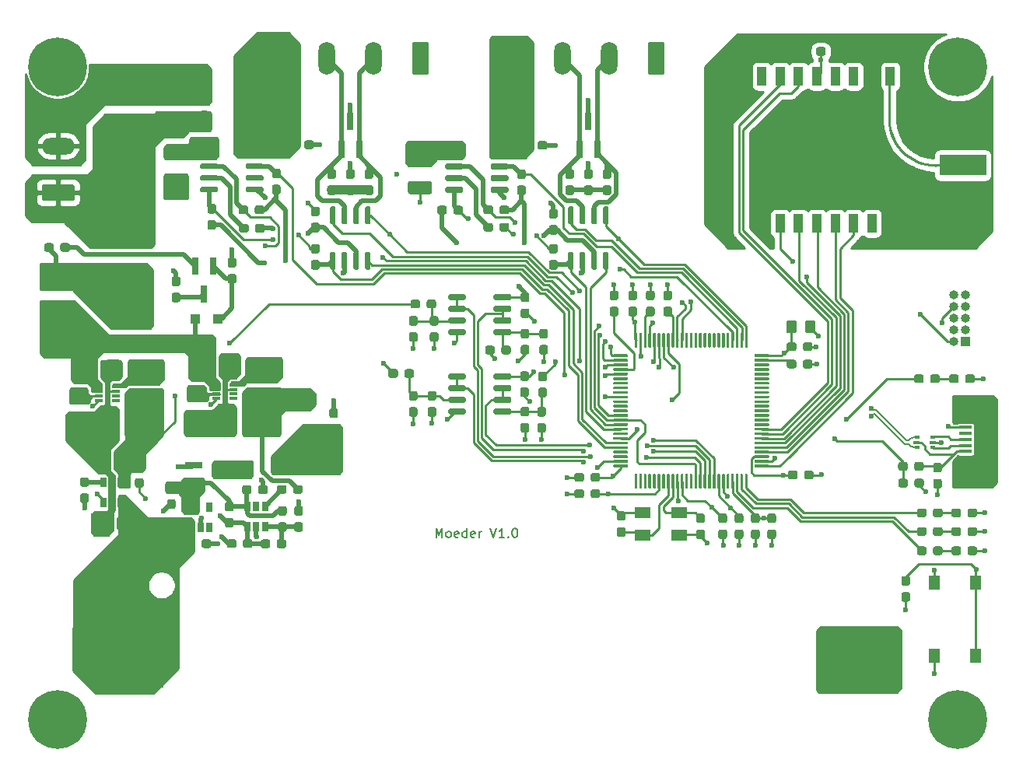
<source format=gbr>
%TF.GenerationSoftware,KiCad,Pcbnew,5.1.6-c6e7f7d~86~ubuntu18.04.1*%
%TF.CreationDate,2020-05-26T14:20:14+02:00*%
%TF.ProjectId,moeder_milda_v01,6d6f6564-6572-45f6-9d69-6c64615f7630,rev?*%
%TF.SameCoordinates,Original*%
%TF.FileFunction,Copper,L1,Top*%
%TF.FilePolarity,Positive*%
%FSLAX46Y46*%
G04 Gerber Fmt 4.6, Leading zero omitted, Abs format (unit mm)*
G04 Created by KiCad (PCBNEW 5.1.6-c6e7f7d~86~ubuntu18.04.1) date 2020-05-26 14:20:14*
%MOMM*%
%LPD*%
G01*
G04 APERTURE LIST*
%TA.AperFunction,NonConductor*%
%ADD10C,0.200000*%
%TD*%
%TA.AperFunction,ComponentPad*%
%ADD11C,0.800000*%
%TD*%
%TA.AperFunction,ComponentPad*%
%ADD12C,6.400000*%
%TD*%
%TA.AperFunction,SMDPad,CuDef*%
%ADD13R,1.900000X1.000000*%
%TD*%
%TA.AperFunction,SMDPad,CuDef*%
%ADD14R,1.900000X1.800000*%
%TD*%
%TA.AperFunction,SMDPad,CuDef*%
%ADD15R,1.300000X1.650000*%
%TD*%
%TA.AperFunction,SMDPad,CuDef*%
%ADD16R,1.550000X1.425000*%
%TD*%
%TA.AperFunction,SMDPad,CuDef*%
%ADD17R,1.380000X0.450000*%
%TD*%
%TA.AperFunction,SMDPad,CuDef*%
%ADD18R,0.800000X1.900000*%
%TD*%
%TA.AperFunction,SMDPad,CuDef*%
%ADD19R,1.000000X1.000000*%
%TD*%
%TA.AperFunction,SMDPad,CuDef*%
%ADD20R,0.850000X0.300000*%
%TD*%
%TA.AperFunction,SMDPad,CuDef*%
%ADD21R,3.600000X1.500000*%
%TD*%
%TA.AperFunction,Conductor*%
%ADD22C,0.293000*%
%TD*%
%TA.AperFunction,Conductor*%
%ADD23C,0.100000*%
%TD*%
%TA.AperFunction,SMDPad,CuDef*%
%ADD24R,5.080000X2.290000*%
%TD*%
%TA.AperFunction,SMDPad,CuDef*%
%ADD25R,5.080000X2.420000*%
%TD*%
%TA.AperFunction,ViaPad*%
%ADD26C,0.970000*%
%TD*%
%TA.AperFunction,Conductor*%
%ADD27R,0.950000X0.460000*%
%TD*%
%TA.AperFunction,SMDPad,CuDef*%
%ADD28R,1.200000X0.900000*%
%TD*%
%TA.AperFunction,SMDPad,CuDef*%
%ADD29R,7.340000X6.350000*%
%TD*%
%TA.AperFunction,SMDPad,CuDef*%
%ADD30R,3.300000X4.500000*%
%TD*%
%TA.AperFunction,SMDPad,CuDef*%
%ADD31R,0.900000X1.200000*%
%TD*%
%TA.AperFunction,ComponentPad*%
%ADD32O,1.000000X1.000000*%
%TD*%
%TA.AperFunction,ComponentPad*%
%ADD33R,1.000000X1.000000*%
%TD*%
%TA.AperFunction,ComponentPad*%
%ADD34O,1.800000X3.600000*%
%TD*%
%TA.AperFunction,ComponentPad*%
%ADD35O,3.600000X1.800000*%
%TD*%
%TA.AperFunction,SMDPad,CuDef*%
%ADD36R,1.900000X0.800000*%
%TD*%
%TA.AperFunction,SMDPad,CuDef*%
%ADD37R,1.300000X1.550000*%
%TD*%
%TA.AperFunction,SMDPad,CuDef*%
%ADD38R,0.500000X0.375000*%
%TD*%
%TA.AperFunction,SMDPad,CuDef*%
%ADD39R,0.650000X0.300000*%
%TD*%
%TA.AperFunction,SMDPad,CuDef*%
%ADD40R,1.000000X2.000000*%
%TD*%
%TA.AperFunction,SMDPad,CuDef*%
%ADD41R,0.650000X1.060000*%
%TD*%
%TA.AperFunction,SMDPad,CuDef*%
%ADD42R,1.800000X1.200000*%
%TD*%
%TA.AperFunction,ViaPad*%
%ADD43C,0.800000*%
%TD*%
%TA.AperFunction,ViaPad*%
%ADD44C,0.600000*%
%TD*%
%TA.AperFunction,Conductor*%
%ADD45C,0.293370*%
%TD*%
%TA.AperFunction,Conductor*%
%ADD46C,0.500000*%
%TD*%
%TA.AperFunction,Conductor*%
%ADD47C,0.250000*%
%TD*%
%TA.AperFunction,Conductor*%
%ADD48C,1.000000*%
%TD*%
%TA.AperFunction,Conductor*%
%ADD49C,0.200000*%
%TD*%
%TA.AperFunction,Conductor*%
%ADD50C,0.254000*%
%TD*%
G04 APERTURE END LIST*
D10*
X78208738Y-72207380D02*
X78208738Y-71207380D01*
X78542071Y-71921666D01*
X78875404Y-71207380D01*
X78875404Y-72207380D01*
X79494452Y-72207380D02*
X79399214Y-72159761D01*
X79351595Y-72112142D01*
X79303976Y-72016904D01*
X79303976Y-71731190D01*
X79351595Y-71635952D01*
X79399214Y-71588333D01*
X79494452Y-71540714D01*
X79637309Y-71540714D01*
X79732547Y-71588333D01*
X79780166Y-71635952D01*
X79827785Y-71731190D01*
X79827785Y-72016904D01*
X79780166Y-72112142D01*
X79732547Y-72159761D01*
X79637309Y-72207380D01*
X79494452Y-72207380D01*
X80637309Y-72159761D02*
X80542071Y-72207380D01*
X80351595Y-72207380D01*
X80256357Y-72159761D01*
X80208738Y-72064523D01*
X80208738Y-71683571D01*
X80256357Y-71588333D01*
X80351595Y-71540714D01*
X80542071Y-71540714D01*
X80637309Y-71588333D01*
X80684928Y-71683571D01*
X80684928Y-71778809D01*
X80208738Y-71874047D01*
X81542071Y-72207380D02*
X81542071Y-71207380D01*
X81542071Y-72159761D02*
X81446833Y-72207380D01*
X81256357Y-72207380D01*
X81161119Y-72159761D01*
X81113500Y-72112142D01*
X81065880Y-72016904D01*
X81065880Y-71731190D01*
X81113500Y-71635952D01*
X81161119Y-71588333D01*
X81256357Y-71540714D01*
X81446833Y-71540714D01*
X81542071Y-71588333D01*
X82399214Y-72159761D02*
X82303976Y-72207380D01*
X82113500Y-72207380D01*
X82018261Y-72159761D01*
X81970642Y-72064523D01*
X81970642Y-71683571D01*
X82018261Y-71588333D01*
X82113500Y-71540714D01*
X82303976Y-71540714D01*
X82399214Y-71588333D01*
X82446833Y-71683571D01*
X82446833Y-71778809D01*
X81970642Y-71874047D01*
X82875404Y-72207380D02*
X82875404Y-71540714D01*
X82875404Y-71731190D02*
X82923023Y-71635952D01*
X82970642Y-71588333D01*
X83065880Y-71540714D01*
X83161119Y-71540714D01*
X84113500Y-71207380D02*
X84446833Y-72207380D01*
X84780166Y-71207380D01*
X85637309Y-72207380D02*
X85065880Y-72207380D01*
X85351595Y-72207380D02*
X85351595Y-71207380D01*
X85256357Y-71350238D01*
X85161119Y-71445476D01*
X85065880Y-71493095D01*
X86065880Y-72112142D02*
X86113500Y-72159761D01*
X86065880Y-72207380D01*
X86018261Y-72159761D01*
X86065880Y-72112142D01*
X86065880Y-72207380D01*
X86732547Y-71207380D02*
X86827785Y-71207380D01*
X86923023Y-71255000D01*
X86970642Y-71302619D01*
X87018261Y-71397857D01*
X87065880Y-71588333D01*
X87065880Y-71826428D01*
X87018261Y-72016904D01*
X86970642Y-72112142D01*
X86923023Y-72159761D01*
X86827785Y-72207380D01*
X86732547Y-72207380D01*
X86637309Y-72159761D01*
X86589690Y-72112142D01*
X86542071Y-72016904D01*
X86494452Y-71826428D01*
X86494452Y-71588333D01*
X86542071Y-71397857D01*
X86589690Y-71302619D01*
X86637309Y-71255000D01*
X86732547Y-71207380D01*
D11*
%TO.P,H4,1*%
%TO.N,N/C*%
X136697056Y-90302944D03*
X135000000Y-89600000D03*
X133302944Y-90302944D03*
X132600000Y-92000000D03*
X133302944Y-93697056D03*
X135000000Y-94400000D03*
X136697056Y-93697056D03*
X137400000Y-92000000D03*
D12*
X135000000Y-92000000D03*
%TD*%
D11*
%TO.P,H3,1*%
%TO.N,N/C*%
X136697056Y-19302944D03*
X135000000Y-18600000D03*
X133302944Y-19302944D03*
X132600000Y-21000000D03*
X133302944Y-22697056D03*
X135000000Y-23400000D03*
X136697056Y-22697056D03*
X137400000Y-21000000D03*
D12*
X135000000Y-21000000D03*
%TD*%
D11*
%TO.P,H2,1*%
%TO.N,N/C*%
X38697056Y-90302944D03*
X37000000Y-89600000D03*
X35302944Y-90302944D03*
X34600000Y-92000000D03*
X35302944Y-93697056D03*
X37000000Y-94400000D03*
X38697056Y-93697056D03*
X39400000Y-92000000D03*
D12*
X37000000Y-92000000D03*
%TD*%
D11*
%TO.P,H1,1*%
%TO.N,N/C*%
X38697056Y-19302944D03*
X37000000Y-18600000D03*
X35302944Y-19302944D03*
X34600000Y-21000000D03*
X35302944Y-22697056D03*
X37000000Y-23400000D03*
X38697056Y-22697056D03*
X39400000Y-21000000D03*
D12*
X37000000Y-21000000D03*
%TD*%
D13*
%TO.P,J1,6*%
%TO.N,Net-(J1-Pad6)*%
X138487000Y-59981500D03*
D14*
X138487000Y-62681500D03*
D15*
X138487000Y-58156500D03*
X138487000Y-64906500D03*
D16*
X135912000Y-59044000D03*
X135912000Y-64019000D03*
D17*
%TO.P,J1,5*%
%TO.N,GND*%
X135827000Y-60231500D03*
%TO.P,J1,4*%
%TO.N,N/C*%
X135827000Y-60881500D03*
%TO.P,J1,3*%
%TO.N,/MCU/D+*%
X135827000Y-61531500D03*
%TO.P,J1,2*%
%TO.N,/MCU/D-*%
X135827000Y-62181500D03*
%TO.P,J1,1*%
%TO.N,Net-(C54-Pad1)*%
X135827000Y-62831500D03*
%TD*%
%TO.P,C36,2*%
%TO.N,GND*%
%TA.AperFunction,SMDPad,CuDef*%
G36*
G01*
X42476000Y-63621499D02*
X42476000Y-64521501D01*
G75*
G02*
X42226001Y-64771500I-249999J0D01*
G01*
X41575999Y-64771500D01*
G75*
G02*
X41326000Y-64521501I0J249999D01*
G01*
X41326000Y-63621499D01*
G75*
G02*
X41575999Y-63371500I249999J0D01*
G01*
X42226001Y-63371500D01*
G75*
G02*
X42476000Y-63621499I0J-249999D01*
G01*
G37*
%TD.AperFunction*%
%TO.P,C36,1*%
%TO.N,+5V*%
%TA.AperFunction,SMDPad,CuDef*%
G36*
G01*
X44526000Y-63621499D02*
X44526000Y-64521501D01*
G75*
G02*
X44276001Y-64771500I-249999J0D01*
G01*
X43625999Y-64771500D01*
G75*
G02*
X43376000Y-64521501I0J249999D01*
G01*
X43376000Y-63621499D01*
G75*
G02*
X43625999Y-63371500I249999J0D01*
G01*
X44276001Y-63371500D01*
G75*
G02*
X44526000Y-63621499I0J-249999D01*
G01*
G37*
%TD.AperFunction*%
%TD*%
%TO.P,C34,2*%
%TO.N,GND*%
%TA.AperFunction,SMDPad,CuDef*%
G36*
G01*
X42539500Y-70225499D02*
X42539500Y-71125501D01*
G75*
G02*
X42289501Y-71375500I-249999J0D01*
G01*
X41639499Y-71375500D01*
G75*
G02*
X41389500Y-71125501I0J249999D01*
G01*
X41389500Y-70225499D01*
G75*
G02*
X41639499Y-69975500I249999J0D01*
G01*
X42289501Y-69975500D01*
G75*
G02*
X42539500Y-70225499I0J-249999D01*
G01*
G37*
%TD.AperFunction*%
%TO.P,C34,1*%
%TO.N,Net-(BT1-Pad1)*%
%TA.AperFunction,SMDPad,CuDef*%
G36*
G01*
X44589500Y-70225499D02*
X44589500Y-71125501D01*
G75*
G02*
X44339501Y-71375500I-249999J0D01*
G01*
X43689499Y-71375500D01*
G75*
G02*
X43439500Y-71125501I0J249999D01*
G01*
X43439500Y-70225499D01*
G75*
G02*
X43689499Y-69975500I249999J0D01*
G01*
X44339501Y-69975500D01*
G75*
G02*
X44589500Y-70225499I0J-249999D01*
G01*
G37*
%TD.AperFunction*%
%TD*%
%TO.P,R19,1*%
%TO.N,PRI_HI*%
%TA.AperFunction,SMDPad,CuDef*%
G36*
G01*
X54034700Y-38712600D02*
X53559700Y-38712600D01*
G75*
G02*
X53322200Y-38475100I0J237500D01*
G01*
X53322200Y-37900100D01*
G75*
G02*
X53559700Y-37662600I237500J0D01*
G01*
X54034700Y-37662600D01*
G75*
G02*
X54272200Y-37900100I0J-237500D01*
G01*
X54272200Y-38475100D01*
G75*
G02*
X54034700Y-38712600I-237500J0D01*
G01*
G37*
%TD.AperFunction*%
%TO.P,R19,2*%
%TO.N,CAN1_DIS*%
%TA.AperFunction,SMDPad,CuDef*%
G36*
G01*
X54034700Y-36962600D02*
X53559700Y-36962600D01*
G75*
G02*
X53322200Y-36725100I0J237500D01*
G01*
X53322200Y-36150100D01*
G75*
G02*
X53559700Y-35912600I237500J0D01*
G01*
X54034700Y-35912600D01*
G75*
G02*
X54272200Y-36150100I0J-237500D01*
G01*
X54272200Y-36725100D01*
G75*
G02*
X54034700Y-36962600I-237500J0D01*
G01*
G37*
%TD.AperFunction*%
%TD*%
D18*
%TO.P,Q5,3*%
%TO.N,Net-(Q5-Pad3)*%
X52959000Y-45696000D03*
%TO.P,Q5,2*%
%TO.N,Net-(D9-Pad1)*%
X52009000Y-42696000D03*
%TO.P,Q5,1*%
%TO.N,Net-(D10-Pad1)*%
X53909000Y-42696000D03*
%TD*%
%TO.P,R28,2*%
%TO.N,Net-(D10-Pad1)*%
%TA.AperFunction,SMDPad,CuDef*%
G36*
G01*
X55769500Y-43530000D02*
X56244500Y-43530000D01*
G75*
G02*
X56482000Y-43767500I0J-237500D01*
G01*
X56482000Y-44342500D01*
G75*
G02*
X56244500Y-44580000I-237500J0D01*
G01*
X55769500Y-44580000D01*
G75*
G02*
X55532000Y-44342500I0J237500D01*
G01*
X55532000Y-43767500D01*
G75*
G02*
X55769500Y-43530000I237500J0D01*
G01*
G37*
%TD.AperFunction*%
%TO.P,R28,1*%
%TO.N,GND*%
%TA.AperFunction,SMDPad,CuDef*%
G36*
G01*
X55769500Y-41780000D02*
X56244500Y-41780000D01*
G75*
G02*
X56482000Y-42017500I0J-237500D01*
G01*
X56482000Y-42592500D01*
G75*
G02*
X56244500Y-42830000I-237500J0D01*
G01*
X55769500Y-42830000D01*
G75*
G02*
X55532000Y-42592500I0J237500D01*
G01*
X55532000Y-42017500D01*
G75*
G02*
X55769500Y-41780000I237500J0D01*
G01*
G37*
%TD.AperFunction*%
%TD*%
%TO.P,R29,2*%
%TO.N,GND*%
%TA.AperFunction,SMDPad,CuDef*%
G36*
G01*
X50148500Y-44862000D02*
X49673500Y-44862000D01*
G75*
G02*
X49436000Y-44624500I0J237500D01*
G01*
X49436000Y-44049500D01*
G75*
G02*
X49673500Y-43812000I237500J0D01*
G01*
X50148500Y-43812000D01*
G75*
G02*
X50386000Y-44049500I0J-237500D01*
G01*
X50386000Y-44624500D01*
G75*
G02*
X50148500Y-44862000I-237500J0D01*
G01*
G37*
%TD.AperFunction*%
%TO.P,R29,1*%
%TO.N,Net-(Q5-Pad3)*%
%TA.AperFunction,SMDPad,CuDef*%
G36*
G01*
X50148500Y-46612000D02*
X49673500Y-46612000D01*
G75*
G02*
X49436000Y-46374500I0J237500D01*
G01*
X49436000Y-45799500D01*
G75*
G02*
X49673500Y-45562000I237500J0D01*
G01*
X50148500Y-45562000D01*
G75*
G02*
X50386000Y-45799500I0J-237500D01*
G01*
X50386000Y-46374500D01*
G75*
G02*
X50148500Y-46612000I-237500J0D01*
G01*
G37*
%TD.AperFunction*%
%TD*%
D19*
%TO.P,D10,2*%
%TO.N,+12V*%
X51963000Y-48387000D03*
%TO.P,D10,1*%
%TO.N,Net-(D10-Pad1)*%
X54463000Y-48387000D03*
%TD*%
%TO.P,F1,1*%
%TO.N,+12V*%
%TA.AperFunction,SMDPad,CuDef*%
G36*
G01*
X37405000Y-48072000D02*
X36255000Y-48072000D01*
G75*
G02*
X36005000Y-47822000I0J250000D01*
G01*
X36005000Y-46722000D01*
G75*
G02*
X36255000Y-46472000I250000J0D01*
G01*
X37405000Y-46472000D01*
G75*
G02*
X37655000Y-46722000I0J-250000D01*
G01*
X37655000Y-47822000D01*
G75*
G02*
X37405000Y-48072000I-250000J0D01*
G01*
G37*
%TD.AperFunction*%
%TO.P,F1,2*%
%TO.N,Net-(D7-Pad1)*%
%TA.AperFunction,SMDPad,CuDef*%
G36*
G01*
X37405000Y-45222000D02*
X36255000Y-45222000D01*
G75*
G02*
X36005000Y-44972000I0J250000D01*
G01*
X36005000Y-43872000D01*
G75*
G02*
X36255000Y-43622000I250000J0D01*
G01*
X37405000Y-43622000D01*
G75*
G02*
X37655000Y-43872000I0J-250000D01*
G01*
X37655000Y-44972000D01*
G75*
G02*
X37405000Y-45222000I-250000J0D01*
G01*
G37*
%TD.AperFunction*%
%TD*%
%TO.P,R14,1*%
%TO.N,+12V*%
%TA.AperFunction,SMDPad,CuDef*%
G36*
G01*
X88121500Y-52301600D02*
X87646500Y-52301600D01*
G75*
G02*
X87409000Y-52064100I0J237500D01*
G01*
X87409000Y-51489100D01*
G75*
G02*
X87646500Y-51251600I237500J0D01*
G01*
X88121500Y-51251600D01*
G75*
G02*
X88359000Y-51489100I0J-237500D01*
G01*
X88359000Y-52064100D01*
G75*
G02*
X88121500Y-52301600I-237500J0D01*
G01*
G37*
%TD.AperFunction*%
%TO.P,R14,2*%
%TO.N,Net-(C22-Pad1)*%
%TA.AperFunction,SMDPad,CuDef*%
G36*
G01*
X88121500Y-50551600D02*
X87646500Y-50551600D01*
G75*
G02*
X87409000Y-50314100I0J237500D01*
G01*
X87409000Y-49739100D01*
G75*
G02*
X87646500Y-49501600I237500J0D01*
G01*
X88121500Y-49501600D01*
G75*
G02*
X88359000Y-49739100I0J-237500D01*
G01*
X88359000Y-50314100D01*
G75*
G02*
X88121500Y-50551600I-237500J0D01*
G01*
G37*
%TD.AperFunction*%
%TD*%
%TO.P,R13,2*%
%TO.N,GND*%
%TA.AperFunction,SMDPad,CuDef*%
G36*
G01*
X75505300Y-49859680D02*
X75980300Y-49859680D01*
G75*
G02*
X76217800Y-50097180I0J-237500D01*
G01*
X76217800Y-50672180D01*
G75*
G02*
X75980300Y-50909680I-237500J0D01*
G01*
X75505300Y-50909680D01*
G75*
G02*
X75267800Y-50672180I0J237500D01*
G01*
X75267800Y-50097180D01*
G75*
G02*
X75505300Y-49859680I237500J0D01*
G01*
G37*
%TD.AperFunction*%
%TO.P,R13,1*%
%TO.N,Net-(C21-Pad1)*%
%TA.AperFunction,SMDPad,CuDef*%
G36*
G01*
X75505300Y-48109680D02*
X75980300Y-48109680D01*
G75*
G02*
X76217800Y-48347180I0J-237500D01*
G01*
X76217800Y-48922180D01*
G75*
G02*
X75980300Y-49159680I-237500J0D01*
G01*
X75505300Y-49159680D01*
G75*
G02*
X75267800Y-48922180I0J237500D01*
G01*
X75267800Y-48347180D01*
G75*
G02*
X75505300Y-48109680I237500J0D01*
G01*
G37*
%TD.AperFunction*%
%TD*%
D20*
%TO.P,U14,1*%
%TO.N,+12V*%
X54284840Y-55589740D03*
%TO.P,U14,2*%
X54284840Y-56089740D03*
%TO.P,U14,3*%
%TO.N,Net-(C32-Pad1)*%
X54284840Y-56589740D03*
%TO.P,U14,4*%
%TO.N,+3V3*%
X54284840Y-57089740D03*
%TO.P,U14,5*%
%TO.N,N/C*%
X56184840Y-57089740D03*
%TO.P,U14,6*%
X56184840Y-56589740D03*
%TO.P,U14,7*%
%TO.N,GND*%
X56184840Y-56089740D03*
%TO.P,U14,8*%
%TO.N,Net-(L2-Pad1)*%
X56184840Y-55589740D03*
%TD*%
%TO.P,U8,1*%
%TO.N,+12V*%
X41470540Y-55805640D03*
%TO.P,U8,2*%
X41470540Y-56305640D03*
%TO.P,U8,3*%
%TO.N,Net-(C29-Pad1)*%
X41470540Y-56805640D03*
%TO.P,U8,4*%
%TO.N,+5V*%
X41470540Y-57305640D03*
%TO.P,U8,5*%
%TO.N,N/C*%
X43370540Y-57305640D03*
%TO.P,U8,6*%
X43370540Y-56805640D03*
%TO.P,U8,7*%
%TO.N,GND*%
X43370540Y-56305640D03*
%TO.P,U8,8*%
%TO.N,Net-(L1-Pad1)*%
X43370540Y-55805640D03*
%TD*%
D21*
%TO.P,L2,1*%
%TO.N,Net-(L2-Pad1)*%
X59514740Y-53709840D03*
%TO.P,L2,2*%
%TO.N,+3V3*%
X59514740Y-56759840D03*
%TD*%
%TO.P,L1,1*%
%TO.N,Net-(L1-Pad1)*%
X46687740Y-53760640D03*
%TO.P,L1,2*%
%TO.N,+5V*%
X46687740Y-56810640D03*
%TD*%
%TO.P,C32,1*%
%TO.N,Net-(C32-Pad1)*%
%TA.AperFunction,SMDPad,CuDef*%
G36*
G01*
X51536440Y-55879640D02*
X52786440Y-55879640D01*
G75*
G02*
X53036440Y-56129640I0J-250000D01*
G01*
X53036440Y-57054640D01*
G75*
G02*
X52786440Y-57304640I-250000J0D01*
G01*
X51536440Y-57304640D01*
G75*
G02*
X51286440Y-57054640I0J250000D01*
G01*
X51286440Y-56129640D01*
G75*
G02*
X51536440Y-55879640I250000J0D01*
G01*
G37*
%TD.AperFunction*%
%TO.P,C32,2*%
%TO.N,GND*%
%TA.AperFunction,SMDPad,CuDef*%
G36*
G01*
X51536440Y-58854640D02*
X52786440Y-58854640D01*
G75*
G02*
X53036440Y-59104640I0J-250000D01*
G01*
X53036440Y-60029640D01*
G75*
G02*
X52786440Y-60279640I-250000J0D01*
G01*
X51536440Y-60279640D01*
G75*
G02*
X51286440Y-60029640I0J250000D01*
G01*
X51286440Y-59104640D01*
G75*
G02*
X51536440Y-58854640I250000J0D01*
G01*
G37*
%TD.AperFunction*%
%TD*%
%TO.P,C31,1*%
%TO.N,+3V3*%
%TA.AperFunction,SMDPad,CuDef*%
G36*
G01*
X59289040Y-58642940D02*
X59289040Y-60792940D01*
G75*
G02*
X59039040Y-61042940I-250000J0D01*
G01*
X58114040Y-61042940D01*
G75*
G02*
X57864040Y-60792940I0J250000D01*
G01*
X57864040Y-58642940D01*
G75*
G02*
X58114040Y-58392940I250000J0D01*
G01*
X59039040Y-58392940D01*
G75*
G02*
X59289040Y-58642940I0J-250000D01*
G01*
G37*
%TD.AperFunction*%
%TO.P,C31,2*%
%TO.N,GND*%
%TA.AperFunction,SMDPad,CuDef*%
G36*
G01*
X56314040Y-58642940D02*
X56314040Y-60792940D01*
G75*
G02*
X56064040Y-61042940I-250000J0D01*
G01*
X55139040Y-61042940D01*
G75*
G02*
X54889040Y-60792940I0J250000D01*
G01*
X54889040Y-58642940D01*
G75*
G02*
X55139040Y-58392940I250000J0D01*
G01*
X56064040Y-58392940D01*
G75*
G02*
X56314040Y-58642940I0J-250000D01*
G01*
G37*
%TD.AperFunction*%
%TD*%
%TO.P,C30,1*%
%TO.N,+12V*%
%TA.AperFunction,SMDPad,CuDef*%
G36*
G01*
X52031540Y-54183440D02*
X52031540Y-52933440D01*
G75*
G02*
X52281540Y-52683440I250000J0D01*
G01*
X53206540Y-52683440D01*
G75*
G02*
X53456540Y-52933440I0J-250000D01*
G01*
X53456540Y-54183440D01*
G75*
G02*
X53206540Y-54433440I-250000J0D01*
G01*
X52281540Y-54433440D01*
G75*
G02*
X52031540Y-54183440I0J250000D01*
G01*
G37*
%TD.AperFunction*%
%TO.P,C30,2*%
%TO.N,GND*%
%TA.AperFunction,SMDPad,CuDef*%
G36*
G01*
X55006540Y-54183440D02*
X55006540Y-52933440D01*
G75*
G02*
X55256540Y-52683440I250000J0D01*
G01*
X56181540Y-52683440D01*
G75*
G02*
X56431540Y-52933440I0J-250000D01*
G01*
X56431540Y-54183440D01*
G75*
G02*
X56181540Y-54433440I-250000J0D01*
G01*
X55256540Y-54433440D01*
G75*
G02*
X55006540Y-54183440I0J250000D01*
G01*
G37*
%TD.AperFunction*%
%TD*%
%TO.P,C29,1*%
%TO.N,Net-(C29-Pad1)*%
%TA.AperFunction,SMDPad,CuDef*%
G36*
G01*
X38645940Y-56133640D02*
X39895940Y-56133640D01*
G75*
G02*
X40145940Y-56383640I0J-250000D01*
G01*
X40145940Y-57308640D01*
G75*
G02*
X39895940Y-57558640I-250000J0D01*
G01*
X38645940Y-57558640D01*
G75*
G02*
X38395940Y-57308640I0J250000D01*
G01*
X38395940Y-56383640D01*
G75*
G02*
X38645940Y-56133640I250000J0D01*
G01*
G37*
%TD.AperFunction*%
%TO.P,C29,2*%
%TO.N,GND*%
%TA.AperFunction,SMDPad,CuDef*%
G36*
G01*
X38645940Y-59108640D02*
X39895940Y-59108640D01*
G75*
G02*
X40145940Y-59358640I0J-250000D01*
G01*
X40145940Y-60283640D01*
G75*
G02*
X39895940Y-60533640I-250000J0D01*
G01*
X38645940Y-60533640D01*
G75*
G02*
X38395940Y-60283640I0J250000D01*
G01*
X38395940Y-59358640D01*
G75*
G02*
X38645940Y-59108640I250000J0D01*
G01*
G37*
%TD.AperFunction*%
%TD*%
%TO.P,C28,1*%
%TO.N,+12V*%
%TA.AperFunction,SMDPad,CuDef*%
G36*
G01*
X39407740Y-54285040D02*
X39407740Y-53035040D01*
G75*
G02*
X39657740Y-52785040I250000J0D01*
G01*
X40582740Y-52785040D01*
G75*
G02*
X40832740Y-53035040I0J-250000D01*
G01*
X40832740Y-54285040D01*
G75*
G02*
X40582740Y-54535040I-250000J0D01*
G01*
X39657740Y-54535040D01*
G75*
G02*
X39407740Y-54285040I0J250000D01*
G01*
G37*
%TD.AperFunction*%
%TO.P,C28,2*%
%TO.N,GND*%
%TA.AperFunction,SMDPad,CuDef*%
G36*
G01*
X42382740Y-54285040D02*
X42382740Y-53035040D01*
G75*
G02*
X42632740Y-52785040I250000J0D01*
G01*
X43557740Y-52785040D01*
G75*
G02*
X43807740Y-53035040I0J-250000D01*
G01*
X43807740Y-54285040D01*
G75*
G02*
X43557740Y-54535040I-250000J0D01*
G01*
X42632740Y-54535040D01*
G75*
G02*
X42382740Y-54285040I0J250000D01*
G01*
G37*
%TD.AperFunction*%
%TD*%
%TO.P,C27,1*%
%TO.N,+5V*%
%TA.AperFunction,SMDPad,CuDef*%
G36*
G01*
X46347740Y-58782640D02*
X46347740Y-60932640D01*
G75*
G02*
X46097740Y-61182640I-250000J0D01*
G01*
X45172740Y-61182640D01*
G75*
G02*
X44922740Y-60932640I0J250000D01*
G01*
X44922740Y-58782640D01*
G75*
G02*
X45172740Y-58532640I250000J0D01*
G01*
X46097740Y-58532640D01*
G75*
G02*
X46347740Y-58782640I0J-250000D01*
G01*
G37*
%TD.AperFunction*%
%TO.P,C27,2*%
%TO.N,GND*%
%TA.AperFunction,SMDPad,CuDef*%
G36*
G01*
X43372740Y-58782640D02*
X43372740Y-60932640D01*
G75*
G02*
X43122740Y-61182640I-250000J0D01*
G01*
X42197740Y-61182640D01*
G75*
G02*
X41947740Y-60932640I0J250000D01*
G01*
X41947740Y-58782640D01*
G75*
G02*
X42197740Y-58532640I250000J0D01*
G01*
X43122740Y-58532640D01*
G75*
G02*
X43372740Y-58782640I0J-250000D01*
G01*
G37*
%TD.AperFunction*%
%TD*%
%TO.P,U13,1*%
%TO.N,+12V*%
%TA.AperFunction,SMDPad,CuDef*%
G36*
G01*
X79201600Y-30706200D02*
X79201600Y-30406200D01*
G75*
G02*
X79351600Y-30256200I150000J0D01*
G01*
X81001600Y-30256200D01*
G75*
G02*
X81151600Y-30406200I0J-150000D01*
G01*
X81151600Y-30706200D01*
G75*
G02*
X81001600Y-30856200I-150000J0D01*
G01*
X79351600Y-30856200D01*
G75*
G02*
X79201600Y-30706200I0J150000D01*
G01*
G37*
%TD.AperFunction*%
%TO.P,U13,2*%
%TO.N,CAN2_PGD*%
%TA.AperFunction,SMDPad,CuDef*%
G36*
G01*
X79201600Y-31976200D02*
X79201600Y-31676200D01*
G75*
G02*
X79351600Y-31526200I150000J0D01*
G01*
X81001600Y-31526200D01*
G75*
G02*
X81151600Y-31676200I0J-150000D01*
G01*
X81151600Y-31976200D01*
G75*
G02*
X81001600Y-32126200I-150000J0D01*
G01*
X79351600Y-32126200D01*
G75*
G02*
X79201600Y-31976200I0J150000D01*
G01*
G37*
%TD.AperFunction*%
%TO.P,U13,3*%
%TO.N,Net-(R32-Pad1)*%
%TA.AperFunction,SMDPad,CuDef*%
G36*
G01*
X79201600Y-33246200D02*
X79201600Y-32946200D01*
G75*
G02*
X79351600Y-32796200I150000J0D01*
G01*
X81001600Y-32796200D01*
G75*
G02*
X81151600Y-32946200I0J-150000D01*
G01*
X81151600Y-33246200D01*
G75*
G02*
X81001600Y-33396200I-150000J0D01*
G01*
X79351600Y-33396200D01*
G75*
G02*
X79201600Y-33246200I0J150000D01*
G01*
G37*
%TD.AperFunction*%
%TO.P,U13,4*%
%TO.N,CAN2_DIS*%
%TA.AperFunction,SMDPad,CuDef*%
G36*
G01*
X79201600Y-34516200D02*
X79201600Y-34216200D01*
G75*
G02*
X79351600Y-34066200I150000J0D01*
G01*
X81001600Y-34066200D01*
G75*
G02*
X81151600Y-34216200I0J-150000D01*
G01*
X81151600Y-34516200D01*
G75*
G02*
X81001600Y-34666200I-150000J0D01*
G01*
X79351600Y-34666200D01*
G75*
G02*
X79201600Y-34516200I0J150000D01*
G01*
G37*
%TD.AperFunction*%
%TO.P,U13,5*%
%TO.N,GND*%
%TA.AperFunction,SMDPad,CuDef*%
G36*
G01*
X84151600Y-34516200D02*
X84151600Y-34216200D01*
G75*
G02*
X84301600Y-34066200I150000J0D01*
G01*
X85951600Y-34066200D01*
G75*
G02*
X86101600Y-34216200I0J-150000D01*
G01*
X86101600Y-34516200D01*
G75*
G02*
X85951600Y-34666200I-150000J0D01*
G01*
X84301600Y-34666200D01*
G75*
G02*
X84151600Y-34516200I0J150000D01*
G01*
G37*
%TD.AperFunction*%
%TO.P,U13,6*%
%TO.N,N/C*%
%TA.AperFunction,SMDPad,CuDef*%
G36*
G01*
X84151600Y-33246200D02*
X84151600Y-32946200D01*
G75*
G02*
X84301600Y-32796200I150000J0D01*
G01*
X85951600Y-32796200D01*
G75*
G02*
X86101600Y-32946200I0J-150000D01*
G01*
X86101600Y-33246200D01*
G75*
G02*
X85951600Y-33396200I-150000J0D01*
G01*
X84301600Y-33396200D01*
G75*
G02*
X84151600Y-33246200I0J150000D01*
G01*
G37*
%TD.AperFunction*%
%TO.P,U13,7*%
%TO.N,CAN2_FLGB*%
%TA.AperFunction,SMDPad,CuDef*%
G36*
G01*
X84151600Y-31976200D02*
X84151600Y-31676200D01*
G75*
G02*
X84301600Y-31526200I150000J0D01*
G01*
X85951600Y-31526200D01*
G75*
G02*
X86101600Y-31676200I0J-150000D01*
G01*
X86101600Y-31976200D01*
G75*
G02*
X85951600Y-32126200I-150000J0D01*
G01*
X84301600Y-32126200D01*
G75*
G02*
X84151600Y-31976200I0J150000D01*
G01*
G37*
%TD.AperFunction*%
%TO.P,U13,8*%
%TO.N,VBUS_CAN2*%
%TA.AperFunction,SMDPad,CuDef*%
G36*
G01*
X84151600Y-30706200D02*
X84151600Y-30406200D01*
G75*
G02*
X84301600Y-30256200I150000J0D01*
G01*
X85951600Y-30256200D01*
G75*
G02*
X86101600Y-30406200I0J-150000D01*
G01*
X86101600Y-30706200D01*
G75*
G02*
X85951600Y-30856200I-150000J0D01*
G01*
X84301600Y-30856200D01*
G75*
G02*
X84151600Y-30706200I0J150000D01*
G01*
G37*
%TD.AperFunction*%
%TD*%
%TO.P,U9,1*%
%TO.N,+12V*%
%TA.AperFunction,SMDPad,CuDef*%
G36*
G01*
X52531600Y-30680800D02*
X52531600Y-30380800D01*
G75*
G02*
X52681600Y-30230800I150000J0D01*
G01*
X54331600Y-30230800D01*
G75*
G02*
X54481600Y-30380800I0J-150000D01*
G01*
X54481600Y-30680800D01*
G75*
G02*
X54331600Y-30830800I-150000J0D01*
G01*
X52681600Y-30830800D01*
G75*
G02*
X52531600Y-30680800I0J150000D01*
G01*
G37*
%TD.AperFunction*%
%TO.P,U9,2*%
%TO.N,CAN1_PGD*%
%TA.AperFunction,SMDPad,CuDef*%
G36*
G01*
X52531600Y-31950800D02*
X52531600Y-31650800D01*
G75*
G02*
X52681600Y-31500800I150000J0D01*
G01*
X54331600Y-31500800D01*
G75*
G02*
X54481600Y-31650800I0J-150000D01*
G01*
X54481600Y-31950800D01*
G75*
G02*
X54331600Y-32100800I-150000J0D01*
G01*
X52681600Y-32100800D01*
G75*
G02*
X52531600Y-31950800I0J150000D01*
G01*
G37*
%TD.AperFunction*%
%TO.P,U9,3*%
%TO.N,Net-(R24-Pad1)*%
%TA.AperFunction,SMDPad,CuDef*%
G36*
G01*
X52531600Y-33220800D02*
X52531600Y-32920800D01*
G75*
G02*
X52681600Y-32770800I150000J0D01*
G01*
X54331600Y-32770800D01*
G75*
G02*
X54481600Y-32920800I0J-150000D01*
G01*
X54481600Y-33220800D01*
G75*
G02*
X54331600Y-33370800I-150000J0D01*
G01*
X52681600Y-33370800D01*
G75*
G02*
X52531600Y-33220800I0J150000D01*
G01*
G37*
%TD.AperFunction*%
%TO.P,U9,4*%
%TO.N,CAN1_DIS*%
%TA.AperFunction,SMDPad,CuDef*%
G36*
G01*
X52531600Y-34490800D02*
X52531600Y-34190800D01*
G75*
G02*
X52681600Y-34040800I150000J0D01*
G01*
X54331600Y-34040800D01*
G75*
G02*
X54481600Y-34190800I0J-150000D01*
G01*
X54481600Y-34490800D01*
G75*
G02*
X54331600Y-34640800I-150000J0D01*
G01*
X52681600Y-34640800D01*
G75*
G02*
X52531600Y-34490800I0J150000D01*
G01*
G37*
%TD.AperFunction*%
%TO.P,U9,5*%
%TO.N,GND*%
%TA.AperFunction,SMDPad,CuDef*%
G36*
G01*
X57481600Y-34490800D02*
X57481600Y-34190800D01*
G75*
G02*
X57631600Y-34040800I150000J0D01*
G01*
X59281600Y-34040800D01*
G75*
G02*
X59431600Y-34190800I0J-150000D01*
G01*
X59431600Y-34490800D01*
G75*
G02*
X59281600Y-34640800I-150000J0D01*
G01*
X57631600Y-34640800D01*
G75*
G02*
X57481600Y-34490800I0J150000D01*
G01*
G37*
%TD.AperFunction*%
%TO.P,U9,6*%
%TO.N,N/C*%
%TA.AperFunction,SMDPad,CuDef*%
G36*
G01*
X57481600Y-33220800D02*
X57481600Y-32920800D01*
G75*
G02*
X57631600Y-32770800I150000J0D01*
G01*
X59281600Y-32770800D01*
G75*
G02*
X59431600Y-32920800I0J-150000D01*
G01*
X59431600Y-33220800D01*
G75*
G02*
X59281600Y-33370800I-150000J0D01*
G01*
X57631600Y-33370800D01*
G75*
G02*
X57481600Y-33220800I0J150000D01*
G01*
G37*
%TD.AperFunction*%
%TO.P,U9,7*%
%TO.N,CAN1_FLGB*%
%TA.AperFunction,SMDPad,CuDef*%
G36*
G01*
X57481600Y-31950800D02*
X57481600Y-31650800D01*
G75*
G02*
X57631600Y-31500800I150000J0D01*
G01*
X59281600Y-31500800D01*
G75*
G02*
X59431600Y-31650800I0J-150000D01*
G01*
X59431600Y-31950800D01*
G75*
G02*
X59281600Y-32100800I-150000J0D01*
G01*
X57631600Y-32100800D01*
G75*
G02*
X57481600Y-31950800I0J150000D01*
G01*
G37*
%TD.AperFunction*%
%TO.P,U9,8*%
%TO.N,VBUS_CAN1*%
%TA.AperFunction,SMDPad,CuDef*%
G36*
G01*
X57481600Y-30680800D02*
X57481600Y-30380800D01*
G75*
G02*
X57631600Y-30230800I150000J0D01*
G01*
X59281600Y-30230800D01*
G75*
G02*
X59431600Y-30380800I0J-150000D01*
G01*
X59431600Y-30680800D01*
G75*
G02*
X59281600Y-30830800I-150000J0D01*
G01*
X57631600Y-30830800D01*
G75*
G02*
X57481600Y-30680800I0J150000D01*
G01*
G37*
%TD.AperFunction*%
%TD*%
%TO.P,R32,1*%
%TO.N,Net-(R32-Pad1)*%
%TA.AperFunction,SMDPad,CuDef*%
G36*
G01*
X83359800Y-38680400D02*
X83359800Y-38205400D01*
G75*
G02*
X83597300Y-37967900I237500J0D01*
G01*
X84172300Y-37967900D01*
G75*
G02*
X84409800Y-38205400I0J-237500D01*
G01*
X84409800Y-38680400D01*
G75*
G02*
X84172300Y-38917900I-237500J0D01*
G01*
X83597300Y-38917900D01*
G75*
G02*
X83359800Y-38680400I0J237500D01*
G01*
G37*
%TD.AperFunction*%
%TO.P,R32,2*%
%TO.N,GND*%
%TA.AperFunction,SMDPad,CuDef*%
G36*
G01*
X85109800Y-38680400D02*
X85109800Y-38205400D01*
G75*
G02*
X85347300Y-37967900I237500J0D01*
G01*
X85922300Y-37967900D01*
G75*
G02*
X86159800Y-38205400I0J-237500D01*
G01*
X86159800Y-38680400D01*
G75*
G02*
X85922300Y-38917900I-237500J0D01*
G01*
X85347300Y-38917900D01*
G75*
G02*
X85109800Y-38680400I0J237500D01*
G01*
G37*
%TD.AperFunction*%
%TD*%
%TO.P,R30,1*%
%TO.N,PRI_HI*%
%TA.AperFunction,SMDPad,CuDef*%
G36*
G01*
X86158500Y-36313100D02*
X86158500Y-36788100D01*
G75*
G02*
X85921000Y-37025600I-237500J0D01*
G01*
X85346000Y-37025600D01*
G75*
G02*
X85108500Y-36788100I0J237500D01*
G01*
X85108500Y-36313100D01*
G75*
G02*
X85346000Y-36075600I237500J0D01*
G01*
X85921000Y-36075600D01*
G75*
G02*
X86158500Y-36313100I0J-237500D01*
G01*
G37*
%TD.AperFunction*%
%TO.P,R30,2*%
%TO.N,CAN2_PGD*%
%TA.AperFunction,SMDPad,CuDef*%
G36*
G01*
X84408500Y-36313100D02*
X84408500Y-36788100D01*
G75*
G02*
X84171000Y-37025600I-237500J0D01*
G01*
X83596000Y-37025600D01*
G75*
G02*
X83358500Y-36788100I0J237500D01*
G01*
X83358500Y-36313100D01*
G75*
G02*
X83596000Y-36075600I237500J0D01*
G01*
X84171000Y-36075600D01*
G75*
G02*
X84408500Y-36313100I0J-237500D01*
G01*
G37*
%TD.AperFunction*%
%TD*%
%TO.P,R27,1*%
%TO.N,PRI_HI*%
%TA.AperFunction,SMDPad,CuDef*%
G36*
G01*
X78330600Y-36813500D02*
X78330600Y-36338500D01*
G75*
G02*
X78568100Y-36101000I237500J0D01*
G01*
X79143100Y-36101000D01*
G75*
G02*
X79380600Y-36338500I0J-237500D01*
G01*
X79380600Y-36813500D01*
G75*
G02*
X79143100Y-37051000I-237500J0D01*
G01*
X78568100Y-37051000D01*
G75*
G02*
X78330600Y-36813500I0J237500D01*
G01*
G37*
%TD.AperFunction*%
%TO.P,R27,2*%
%TO.N,CAN2_DIS*%
%TA.AperFunction,SMDPad,CuDef*%
G36*
G01*
X80080600Y-36813500D02*
X80080600Y-36338500D01*
G75*
G02*
X80318100Y-36101000I237500J0D01*
G01*
X80893100Y-36101000D01*
G75*
G02*
X81130600Y-36338500I0J-237500D01*
G01*
X81130600Y-36813500D01*
G75*
G02*
X80893100Y-37051000I-237500J0D01*
G01*
X80318100Y-37051000D01*
G75*
G02*
X80080600Y-36813500I0J237500D01*
G01*
G37*
%TD.AperFunction*%
%TD*%
%TO.P,R25,1*%
%TO.N,PRI_HI*%
%TA.AperFunction,SMDPad,CuDef*%
G36*
G01*
X87740500Y-34940700D02*
X87265500Y-34940700D01*
G75*
G02*
X87028000Y-34703200I0J237500D01*
G01*
X87028000Y-34128200D01*
G75*
G02*
X87265500Y-33890700I237500J0D01*
G01*
X87740500Y-33890700D01*
G75*
G02*
X87978000Y-34128200I0J-237500D01*
G01*
X87978000Y-34703200D01*
G75*
G02*
X87740500Y-34940700I-237500J0D01*
G01*
G37*
%TD.AperFunction*%
%TO.P,R25,2*%
%TO.N,CAN2_FLGB*%
%TA.AperFunction,SMDPad,CuDef*%
G36*
G01*
X87740500Y-33190700D02*
X87265500Y-33190700D01*
G75*
G02*
X87028000Y-32953200I0J237500D01*
G01*
X87028000Y-32378200D01*
G75*
G02*
X87265500Y-32140700I237500J0D01*
G01*
X87740500Y-32140700D01*
G75*
G02*
X87978000Y-32378200I0J-237500D01*
G01*
X87978000Y-32953200D01*
G75*
G02*
X87740500Y-33190700I-237500J0D01*
G01*
G37*
%TD.AperFunction*%
%TD*%
%TO.P,R24,1*%
%TO.N,Net-(R24-Pad1)*%
%TA.AperFunction,SMDPad,CuDef*%
G36*
G01*
X56766000Y-38794700D02*
X56766000Y-38319700D01*
G75*
G02*
X57003500Y-38082200I237500J0D01*
G01*
X57578500Y-38082200D01*
G75*
G02*
X57816000Y-38319700I0J-237500D01*
G01*
X57816000Y-38794700D01*
G75*
G02*
X57578500Y-39032200I-237500J0D01*
G01*
X57003500Y-39032200D01*
G75*
G02*
X56766000Y-38794700I0J237500D01*
G01*
G37*
%TD.AperFunction*%
%TO.P,R24,2*%
%TO.N,GND*%
%TA.AperFunction,SMDPad,CuDef*%
G36*
G01*
X58516000Y-38794700D02*
X58516000Y-38319700D01*
G75*
G02*
X58753500Y-38082200I237500J0D01*
G01*
X59328500Y-38082200D01*
G75*
G02*
X59566000Y-38319700I0J-237500D01*
G01*
X59566000Y-38794700D01*
G75*
G02*
X59328500Y-39032200I-237500J0D01*
G01*
X58753500Y-39032200D01*
G75*
G02*
X58516000Y-38794700I0J237500D01*
G01*
G37*
%TD.AperFunction*%
%TD*%
%TO.P,R21,1*%
%TO.N,PRI_HI*%
%TA.AperFunction,SMDPad,CuDef*%
G36*
G01*
X59515200Y-36313100D02*
X59515200Y-36788100D01*
G75*
G02*
X59277700Y-37025600I-237500J0D01*
G01*
X58702700Y-37025600D01*
G75*
G02*
X58465200Y-36788100I0J237500D01*
G01*
X58465200Y-36313100D01*
G75*
G02*
X58702700Y-36075600I237500J0D01*
G01*
X59277700Y-36075600D01*
G75*
G02*
X59515200Y-36313100I0J-237500D01*
G01*
G37*
%TD.AperFunction*%
%TO.P,R21,2*%
%TO.N,CAN1_PGD*%
%TA.AperFunction,SMDPad,CuDef*%
G36*
G01*
X57765200Y-36313100D02*
X57765200Y-36788100D01*
G75*
G02*
X57527700Y-37025600I-237500J0D01*
G01*
X56952700Y-37025600D01*
G75*
G02*
X56715200Y-36788100I0J237500D01*
G01*
X56715200Y-36313100D01*
G75*
G02*
X56952700Y-36075600I237500J0D01*
G01*
X57527700Y-36075600D01*
G75*
G02*
X57765200Y-36313100I0J-237500D01*
G01*
G37*
%TD.AperFunction*%
%TD*%
%TO.P,R18,1*%
%TO.N,PRI_HI*%
%TA.AperFunction,SMDPad,CuDef*%
G36*
G01*
X61057800Y-34864500D02*
X60582800Y-34864500D01*
G75*
G02*
X60345300Y-34627000I0J237500D01*
G01*
X60345300Y-34052000D01*
G75*
G02*
X60582800Y-33814500I237500J0D01*
G01*
X61057800Y-33814500D01*
G75*
G02*
X61295300Y-34052000I0J-237500D01*
G01*
X61295300Y-34627000D01*
G75*
G02*
X61057800Y-34864500I-237500J0D01*
G01*
G37*
%TD.AperFunction*%
%TO.P,R18,2*%
%TO.N,CAN1_FLGB*%
%TA.AperFunction,SMDPad,CuDef*%
G36*
G01*
X61057800Y-33114500D02*
X60582800Y-33114500D01*
G75*
G02*
X60345300Y-32877000I0J237500D01*
G01*
X60345300Y-32302000D01*
G75*
G02*
X60582800Y-32064500I237500J0D01*
G01*
X61057800Y-32064500D01*
G75*
G02*
X61295300Y-32302000I0J-237500D01*
G01*
X61295300Y-32877000D01*
G75*
G02*
X61057800Y-33114500I-237500J0D01*
G01*
G37*
%TD.AperFunction*%
%TD*%
%TO.P,C37,1*%
%TO.N,+12V*%
%TA.AperFunction,SMDPad,CuDef*%
G36*
G01*
X75379000Y-30439000D02*
X77529000Y-30439000D01*
G75*
G02*
X77779000Y-30689000I0J-250000D01*
G01*
X77779000Y-31614000D01*
G75*
G02*
X77529000Y-31864000I-250000J0D01*
G01*
X75379000Y-31864000D01*
G75*
G02*
X75129000Y-31614000I0J250000D01*
G01*
X75129000Y-30689000D01*
G75*
G02*
X75379000Y-30439000I250000J0D01*
G01*
G37*
%TD.AperFunction*%
%TO.P,C37,2*%
%TO.N,GND*%
%TA.AperFunction,SMDPad,CuDef*%
G36*
G01*
X75379000Y-33414000D02*
X77529000Y-33414000D01*
G75*
G02*
X77779000Y-33664000I0J-250000D01*
G01*
X77779000Y-34589000D01*
G75*
G02*
X77529000Y-34839000I-250000J0D01*
G01*
X75379000Y-34839000D01*
G75*
G02*
X75129000Y-34589000I0J250000D01*
G01*
X75129000Y-33664000D01*
G75*
G02*
X75379000Y-33414000I250000J0D01*
G01*
G37*
%TD.AperFunction*%
%TD*%
%TO.P,C33,1*%
%TO.N,+12V*%
%TA.AperFunction,SMDPad,CuDef*%
G36*
G01*
X48836000Y-29677000D02*
X50986000Y-29677000D01*
G75*
G02*
X51236000Y-29927000I0J-250000D01*
G01*
X51236000Y-30852000D01*
G75*
G02*
X50986000Y-31102000I-250000J0D01*
G01*
X48836000Y-31102000D01*
G75*
G02*
X48586000Y-30852000I0J250000D01*
G01*
X48586000Y-29927000D01*
G75*
G02*
X48836000Y-29677000I250000J0D01*
G01*
G37*
%TD.AperFunction*%
%TO.P,C33,2*%
%TO.N,GND*%
%TA.AperFunction,SMDPad,CuDef*%
G36*
G01*
X48836000Y-32652000D02*
X50986000Y-32652000D01*
G75*
G02*
X51236000Y-32902000I0J-250000D01*
G01*
X51236000Y-33827000D01*
G75*
G02*
X50986000Y-34077000I-250000J0D01*
G01*
X48836000Y-34077000D01*
G75*
G02*
X48586000Y-33827000I0J250000D01*
G01*
X48586000Y-32902000D01*
G75*
G02*
X48836000Y-32652000I250000J0D01*
G01*
G37*
%TD.AperFunction*%
%TD*%
D22*
%TO.N,Net-(AE1-Pad1)*%
%TO.C,TP1*%
X132558800Y-31720800D03*
%TA.AperFunction,Conductor*%
D23*
G36*
X127562650Y-26574476D02*
G01*
X127565988Y-26574476D01*
X127569789Y-26574851D01*
X127573604Y-26575050D01*
X127576953Y-26575557D01*
X127580296Y-26575886D01*
X127583989Y-26576620D01*
X127587756Y-26577190D01*
X127591068Y-26578028D01*
X127594397Y-26578690D01*
X127597977Y-26579776D01*
X127601632Y-26580701D01*
X127604883Y-26581871D01*
X127608154Y-26582864D01*
X127611563Y-26584276D01*
X127615099Y-26585549D01*
X127618262Y-26587051D01*
X127621437Y-26588366D01*
X127624661Y-26590089D01*
X127628028Y-26591688D01*
X127631056Y-26593507D01*
X127634116Y-26595143D01*
X127637142Y-26597165D01*
X127640297Y-26599060D01*
X127643143Y-26601175D01*
X127646070Y-26603130D01*
X127648855Y-26605415D01*
X127651788Y-26607594D01*
X127654447Y-26610005D01*
X127657183Y-26612251D01*
X127659700Y-26614768D01*
X127662391Y-26617208D01*
X127664828Y-26619896D01*
X127667349Y-26622417D01*
X127669598Y-26625157D01*
X127672005Y-26627812D01*
X127674176Y-26630735D01*
X127676470Y-26633530D01*
X127678423Y-26636453D01*
X127680539Y-26639302D01*
X127682438Y-26642462D01*
X127684457Y-26645484D01*
X127686092Y-26648543D01*
X127687911Y-26651570D01*
X127689509Y-26654936D01*
X127691234Y-26658163D01*
X127692552Y-26661345D01*
X127694050Y-26664500D01*
X127695319Y-26668025D01*
X127696736Y-26671446D01*
X127697731Y-26674724D01*
X127698898Y-26677967D01*
X127699821Y-26681614D01*
X127700910Y-26685203D01*
X127701572Y-26688532D01*
X127702410Y-26691843D01*
X127702980Y-26695614D01*
X127703714Y-26699304D01*
X127704043Y-26702641D01*
X127704550Y-26705995D01*
X127704751Y-26709823D01*
X127705124Y-26713612D01*
X127705124Y-26716949D01*
X127705299Y-26720288D01*
X127705408Y-26751348D01*
X127732064Y-27228120D01*
X127804603Y-27696698D01*
X127922522Y-28155962D01*
X128084699Y-28601542D01*
X128289580Y-29029160D01*
X128535212Y-29434747D01*
X128819248Y-29814425D01*
X129138978Y-30164574D01*
X129491359Y-30481859D01*
X129873010Y-30763237D01*
X130280303Y-31006032D01*
X130709344Y-31207923D01*
X131156034Y-31366982D01*
X131616119Y-31481695D01*
X132085196Y-31550962D01*
X132565956Y-31574475D01*
X132567998Y-31574589D01*
X132582222Y-31576185D01*
X132596223Y-31579160D01*
X132609865Y-31583489D01*
X132623021Y-31589127D01*
X132635564Y-31596022D01*
X132647374Y-31604109D01*
X132658338Y-31613308D01*
X132668352Y-31623534D01*
X132677321Y-31634690D01*
X132685158Y-31646666D01*
X132691789Y-31659350D01*
X132697151Y-31672621D01*
X132701192Y-31686352D01*
X132703874Y-31700411D01*
X132705171Y-31714665D01*
X132705071Y-31728978D01*
X132703575Y-31743212D01*
X132700697Y-31757233D01*
X132696464Y-31770906D01*
X132690918Y-31784101D01*
X132684111Y-31796691D01*
X132676107Y-31808557D01*
X132666983Y-31819586D01*
X132656828Y-31829671D01*
X132645735Y-31838717D01*
X132633814Y-31846638D01*
X132621177Y-31853357D01*
X132607944Y-31858811D01*
X132594241Y-31862948D01*
X132580201Y-31865728D01*
X132565956Y-31867125D01*
X132551643Y-31867125D01*
X132063730Y-31843262D01*
X132063728Y-31843262D01*
X132061688Y-31843148D01*
X132055589Y-31842464D01*
X132049485Y-31841865D01*
X131566247Y-31770507D01*
X131566227Y-31770505D01*
X131566204Y-31770500D01*
X131564206Y-31770192D01*
X131558176Y-31768910D01*
X131552187Y-31767724D01*
X131078215Y-31649549D01*
X131078200Y-31649546D01*
X131078184Y-31649541D01*
X131076218Y-31649037D01*
X131070376Y-31647184D01*
X131064498Y-31645409D01*
X130604317Y-31481546D01*
X130604305Y-31481542D01*
X130604292Y-31481537D01*
X130602383Y-31480842D01*
X130596754Y-31478429D01*
X130591072Y-31476087D01*
X130149065Y-31268095D01*
X130147221Y-31267212D01*
X130141836Y-31264252D01*
X130136428Y-31261376D01*
X129716828Y-31011244D01*
X129715078Y-31010184D01*
X129710012Y-31006715D01*
X129704906Y-31003323D01*
X129311717Y-30713439D01*
X129310079Y-30712214D01*
X129305355Y-30708250D01*
X129300626Y-30704393D01*
X128937601Y-30377525D01*
X128936091Y-30376146D01*
X128931809Y-30371773D01*
X128927445Y-30367439D01*
X128598050Y-30006705D01*
X128596682Y-30005186D01*
X128592823Y-30000386D01*
X128588927Y-29995677D01*
X128296305Y-29604522D01*
X128295091Y-29602876D01*
X128291730Y-29597740D01*
X128288301Y-29592656D01*
X128035246Y-29174812D01*
X128034199Y-29173055D01*
X128031362Y-29167628D01*
X128028439Y-29162222D01*
X127817374Y-28721695D01*
X127817365Y-28721679D01*
X127817357Y-28721659D01*
X127816495Y-28719828D01*
X127814210Y-28714174D01*
X127811819Y-28708484D01*
X127644743Y-28249446D01*
X127644057Y-28247519D01*
X127642325Y-28241633D01*
X127640511Y-28235773D01*
X127519032Y-27762642D01*
X127519026Y-27762623D01*
X127519021Y-27762600D01*
X127518532Y-27760639D01*
X127517391Y-27754660D01*
X127516148Y-27748602D01*
X127441420Y-27265878D01*
X127441415Y-27265855D01*
X127441412Y-27265828D01*
X127441117Y-27263831D01*
X127440567Y-27257782D01*
X127439919Y-27251620D01*
X127412650Y-26763884D01*
X127412550Y-26761841D01*
X127412570Y-26759018D01*
X127412423Y-26756218D01*
X127412301Y-26721312D01*
X127412308Y-26719267D01*
X127412476Y-26716440D01*
X127412476Y-26713612D01*
X127412899Y-26709318D01*
X127413157Y-26704979D01*
X127413607Y-26702139D01*
X127413886Y-26699304D01*
X127414717Y-26695126D01*
X127415395Y-26690842D01*
X127416128Y-26688027D01*
X127416690Y-26685203D01*
X127417924Y-26681136D01*
X127419004Y-26676991D01*
X127420017Y-26674238D01*
X127420864Y-26671446D01*
X127422476Y-26667554D01*
X127423946Y-26663559D01*
X127425239Y-26660885D01*
X127426366Y-26658163D01*
X127428332Y-26654484D01*
X127430175Y-26650672D01*
X127431744Y-26648102D01*
X127433143Y-26645484D01*
X127435441Y-26642045D01*
X127437632Y-26638455D01*
X127439460Y-26636029D01*
X127441130Y-26633530D01*
X127443742Y-26630347D01*
X127446246Y-26627025D01*
X127448322Y-26624767D01*
X127450251Y-26622417D01*
X127453135Y-26619533D01*
X127455934Y-26616489D01*
X127458246Y-26614422D01*
X127460417Y-26612251D01*
X127463558Y-26609673D01*
X127466605Y-26606949D01*
X127469120Y-26605108D01*
X127471530Y-26603130D01*
X127474878Y-26600893D01*
X127478154Y-26598495D01*
X127480880Y-26596883D01*
X127483484Y-26595143D01*
X127486997Y-26593265D01*
X127490474Y-26591209D01*
X127493371Y-26589858D01*
X127496163Y-26588366D01*
X127499827Y-26586848D01*
X127503446Y-26585161D01*
X127506483Y-26584091D01*
X127509446Y-26582864D01*
X127513209Y-26581722D01*
X127516946Y-26580406D01*
X127520102Y-26579631D01*
X127523203Y-26578690D01*
X127527035Y-26577928D01*
X127530846Y-26576992D01*
X127534103Y-26576522D01*
X127537304Y-26575886D01*
X127541153Y-26575507D01*
X127545012Y-26574950D01*
X127548330Y-26574799D01*
X127551612Y-26574476D01*
X127555455Y-26574476D01*
X127559311Y-26574301D01*
X127562650Y-26574476D01*
G37*
%TD.AperFunction*%
%TD*%
D24*
%TO.P,AE1,1*%
%TO.N,Net-(AE1-Pad1)*%
X135527200Y-31699200D03*
D25*
%TO.P,AE1,2*%
%TO.N,GND*%
X135527200Y-36079200D03*
X135527200Y-27319200D03*
D26*
%TD*%
%TO.N,GND*%
%TO.C,AE1*%
X132087200Y-36079200D03*
%TO.N,GND*%
%TO.C,AE1*%
X132087200Y-27319200D03*
D27*
X132537200Y-36079200D03*
X132537200Y-27319200D03*
%TD*%
D28*
%TO.P,D13,1*%
%TO.N,PRI_HI*%
X64262000Y-60552600D03*
%TO.P,D13,2*%
%TO.N,+3V3*%
X64262000Y-57252600D03*
%TD*%
%TO.P,C54,1*%
%TO.N,Net-(C54-Pad1)*%
%TA.AperFunction,SMDPad,CuDef*%
G36*
G01*
X132553700Y-64081200D02*
X133028700Y-64081200D01*
G75*
G02*
X133266200Y-64318700I0J-237500D01*
G01*
X133266200Y-64893700D01*
G75*
G02*
X133028700Y-65131200I-237500J0D01*
G01*
X132553700Y-65131200D01*
G75*
G02*
X132316200Y-64893700I0J237500D01*
G01*
X132316200Y-64318700D01*
G75*
G02*
X132553700Y-64081200I237500J0D01*
G01*
G37*
%TD.AperFunction*%
%TO.P,C54,2*%
%TO.N,GND*%
%TA.AperFunction,SMDPad,CuDef*%
G36*
G01*
X132553700Y-65831200D02*
X133028700Y-65831200D01*
G75*
G02*
X133266200Y-66068700I0J-237500D01*
G01*
X133266200Y-66643700D01*
G75*
G02*
X133028700Y-66881200I-237500J0D01*
G01*
X132553700Y-66881200D01*
G75*
G02*
X132316200Y-66643700I0J237500D01*
G01*
X132316200Y-66068700D01*
G75*
G02*
X132553700Y-65831200I237500J0D01*
G01*
G37*
%TD.AperFunction*%
%TD*%
D29*
%TO.P,BT1,2*%
%TO.N,GND*%
X123581800Y-85407500D03*
%TO.P,BT1,1*%
%TO.N,Net-(BT1-Pad1)*%
X44921800Y-85407500D03*
%TD*%
%TO.P,C1,1*%
%TO.N,PRI_HI*%
%TA.AperFunction,SMDPad,CuDef*%
G36*
G01*
X110938300Y-69593000D02*
X111413300Y-69593000D01*
G75*
G02*
X111650800Y-69830500I0J-237500D01*
G01*
X111650800Y-70405500D01*
G75*
G02*
X111413300Y-70643000I-237500J0D01*
G01*
X110938300Y-70643000D01*
G75*
G02*
X110700800Y-70405500I0J237500D01*
G01*
X110700800Y-69830500D01*
G75*
G02*
X110938300Y-69593000I237500J0D01*
G01*
G37*
%TD.AperFunction*%
%TO.P,C1,2*%
%TO.N,GND*%
%TA.AperFunction,SMDPad,CuDef*%
G36*
G01*
X110938300Y-71343000D02*
X111413300Y-71343000D01*
G75*
G02*
X111650800Y-71580500I0J-237500D01*
G01*
X111650800Y-72155500D01*
G75*
G02*
X111413300Y-72393000I-237500J0D01*
G01*
X110938300Y-72393000D01*
G75*
G02*
X110700800Y-72155500I0J237500D01*
G01*
X110700800Y-71580500D01*
G75*
G02*
X110938300Y-71343000I237500J0D01*
G01*
G37*
%TD.AperFunction*%
%TD*%
%TO.P,C2,2*%
%TO.N,GND*%
%TA.AperFunction,SMDPad,CuDef*%
G36*
G01*
X99856300Y-46386000D02*
X99381300Y-46386000D01*
G75*
G02*
X99143800Y-46148500I0J237500D01*
G01*
X99143800Y-45573500D01*
G75*
G02*
X99381300Y-45336000I237500J0D01*
G01*
X99856300Y-45336000D01*
G75*
G02*
X100093800Y-45573500I0J-237500D01*
G01*
X100093800Y-46148500D01*
G75*
G02*
X99856300Y-46386000I-237500J0D01*
G01*
G37*
%TD.AperFunction*%
%TO.P,C2,1*%
%TO.N,PRI_HI*%
%TA.AperFunction,SMDPad,CuDef*%
G36*
G01*
X99856300Y-48136000D02*
X99381300Y-48136000D01*
G75*
G02*
X99143800Y-47898500I0J237500D01*
G01*
X99143800Y-47323500D01*
G75*
G02*
X99381300Y-47086000I237500J0D01*
G01*
X99856300Y-47086000D01*
G75*
G02*
X100093800Y-47323500I0J-237500D01*
G01*
X100093800Y-47898500D01*
G75*
G02*
X99856300Y-48136000I-237500J0D01*
G01*
G37*
%TD.AperFunction*%
%TD*%
%TO.P,C3,1*%
%TO.N,PRI_HI*%
%TA.AperFunction,SMDPad,CuDef*%
G36*
G01*
X96065800Y-65421500D02*
X96065800Y-65896500D01*
G75*
G02*
X95828300Y-66134000I-237500J0D01*
G01*
X95253300Y-66134000D01*
G75*
G02*
X95015800Y-65896500I0J237500D01*
G01*
X95015800Y-65421500D01*
G75*
G02*
X95253300Y-65184000I237500J0D01*
G01*
X95828300Y-65184000D01*
G75*
G02*
X96065800Y-65421500I0J-237500D01*
G01*
G37*
%TD.AperFunction*%
%TO.P,C3,2*%
%TO.N,GND*%
%TA.AperFunction,SMDPad,CuDef*%
G36*
G01*
X94315800Y-65421500D02*
X94315800Y-65896500D01*
G75*
G02*
X94078300Y-66134000I-237500J0D01*
G01*
X93503300Y-66134000D01*
G75*
G02*
X93265800Y-65896500I0J237500D01*
G01*
X93265800Y-65421500D01*
G75*
G02*
X93503300Y-65184000I237500J0D01*
G01*
X94078300Y-65184000D01*
G75*
G02*
X94315800Y-65421500I0J-237500D01*
G01*
G37*
%TD.AperFunction*%
%TD*%
%TO.P,C4,2*%
%TO.N,GND*%
%TA.AperFunction,SMDPad,CuDef*%
G36*
G01*
X118129800Y-51672500D02*
X118129800Y-51197500D01*
G75*
G02*
X118367300Y-50960000I237500J0D01*
G01*
X118942300Y-50960000D01*
G75*
G02*
X119179800Y-51197500I0J-237500D01*
G01*
X119179800Y-51672500D01*
G75*
G02*
X118942300Y-51910000I-237500J0D01*
G01*
X118367300Y-51910000D01*
G75*
G02*
X118129800Y-51672500I0J237500D01*
G01*
G37*
%TD.AperFunction*%
%TO.P,C4,1*%
%TO.N,PRI_HI*%
%TA.AperFunction,SMDPad,CuDef*%
G36*
G01*
X116379800Y-51672500D02*
X116379800Y-51197500D01*
G75*
G02*
X116617300Y-50960000I237500J0D01*
G01*
X117192300Y-50960000D01*
G75*
G02*
X117429800Y-51197500I0J-237500D01*
G01*
X117429800Y-51672500D01*
G75*
G02*
X117192300Y-51910000I-237500J0D01*
G01*
X116617300Y-51910000D01*
G75*
G02*
X116379800Y-51672500I0J237500D01*
G01*
G37*
%TD.AperFunction*%
%TD*%
%TO.P,C5,1*%
%TO.N,PRI_HI*%
%TA.AperFunction,SMDPad,CuDef*%
G36*
G01*
X116506800Y-65642500D02*
X116506800Y-65167500D01*
G75*
G02*
X116744300Y-64930000I237500J0D01*
G01*
X117319300Y-64930000D01*
G75*
G02*
X117556800Y-65167500I0J-237500D01*
G01*
X117556800Y-65642500D01*
G75*
G02*
X117319300Y-65880000I-237500J0D01*
G01*
X116744300Y-65880000D01*
G75*
G02*
X116506800Y-65642500I0J237500D01*
G01*
G37*
%TD.AperFunction*%
%TO.P,C5,2*%
%TO.N,GND*%
%TA.AperFunction,SMDPad,CuDef*%
G36*
G01*
X118256800Y-65642500D02*
X118256800Y-65167500D01*
G75*
G02*
X118494300Y-64930000I237500J0D01*
G01*
X119069300Y-64930000D01*
G75*
G02*
X119306800Y-65167500I0J-237500D01*
G01*
X119306800Y-65642500D01*
G75*
G02*
X119069300Y-65880000I-237500J0D01*
G01*
X118494300Y-65880000D01*
G75*
G02*
X118256800Y-65642500I0J237500D01*
G01*
G37*
%TD.AperFunction*%
%TD*%
%TO.P,C6,2*%
%TO.N,GND*%
%TA.AperFunction,SMDPad,CuDef*%
G36*
G01*
X109160300Y-71343000D02*
X109635300Y-71343000D01*
G75*
G02*
X109872800Y-71580500I0J-237500D01*
G01*
X109872800Y-72155500D01*
G75*
G02*
X109635300Y-72393000I-237500J0D01*
G01*
X109160300Y-72393000D01*
G75*
G02*
X108922800Y-72155500I0J237500D01*
G01*
X108922800Y-71580500D01*
G75*
G02*
X109160300Y-71343000I237500J0D01*
G01*
G37*
%TD.AperFunction*%
%TO.P,C6,1*%
%TO.N,PRI_HI*%
%TA.AperFunction,SMDPad,CuDef*%
G36*
G01*
X109160300Y-69593000D02*
X109635300Y-69593000D01*
G75*
G02*
X109872800Y-69830500I0J-237500D01*
G01*
X109872800Y-70405500D01*
G75*
G02*
X109635300Y-70643000I-237500J0D01*
G01*
X109160300Y-70643000D01*
G75*
G02*
X108922800Y-70405500I0J237500D01*
G01*
X108922800Y-69830500D01*
G75*
G02*
X109160300Y-69593000I237500J0D01*
G01*
G37*
%TD.AperFunction*%
%TD*%
%TO.P,C7,1*%
%TO.N,PRI_HI*%
%TA.AperFunction,SMDPad,CuDef*%
G36*
G01*
X96065800Y-67199500D02*
X96065800Y-67674500D01*
G75*
G02*
X95828300Y-67912000I-237500J0D01*
G01*
X95253300Y-67912000D01*
G75*
G02*
X95015800Y-67674500I0J237500D01*
G01*
X95015800Y-67199500D01*
G75*
G02*
X95253300Y-66962000I237500J0D01*
G01*
X95828300Y-66962000D01*
G75*
G02*
X96065800Y-67199500I0J-237500D01*
G01*
G37*
%TD.AperFunction*%
%TO.P,C7,2*%
%TO.N,GND*%
%TA.AperFunction,SMDPad,CuDef*%
G36*
G01*
X94315800Y-67199500D02*
X94315800Y-67674500D01*
G75*
G02*
X94078300Y-67912000I-237500J0D01*
G01*
X93503300Y-67912000D01*
G75*
G02*
X93265800Y-67674500I0J237500D01*
G01*
X93265800Y-67199500D01*
G75*
G02*
X93503300Y-66962000I237500J0D01*
G01*
X94078300Y-66962000D01*
G75*
G02*
X94315800Y-67199500I0J-237500D01*
G01*
G37*
%TD.AperFunction*%
%TD*%
%TO.P,C8,2*%
%TO.N,GND*%
%TA.AperFunction,SMDPad,CuDef*%
G36*
G01*
X112716300Y-71329000D02*
X113191300Y-71329000D01*
G75*
G02*
X113428800Y-71566500I0J-237500D01*
G01*
X113428800Y-72141500D01*
G75*
G02*
X113191300Y-72379000I-237500J0D01*
G01*
X112716300Y-72379000D01*
G75*
G02*
X112478800Y-72141500I0J237500D01*
G01*
X112478800Y-71566500D01*
G75*
G02*
X112716300Y-71329000I237500J0D01*
G01*
G37*
%TD.AperFunction*%
%TO.P,C8,1*%
%TO.N,PRI_HI*%
%TA.AperFunction,SMDPad,CuDef*%
G36*
G01*
X112716300Y-69579000D02*
X113191300Y-69579000D01*
G75*
G02*
X113428800Y-69816500I0J-237500D01*
G01*
X113428800Y-70391500D01*
G75*
G02*
X113191300Y-70629000I-237500J0D01*
G01*
X112716300Y-70629000D01*
G75*
G02*
X112478800Y-70391500I0J237500D01*
G01*
X112478800Y-69816500D01*
G75*
G02*
X112716300Y-69579000I237500J0D01*
G01*
G37*
%TD.AperFunction*%
%TD*%
%TO.P,C9,2*%
%TO.N,GND*%
%TA.AperFunction,SMDPad,CuDef*%
G36*
G01*
X118356800Y-49726001D02*
X118356800Y-48825999D01*
G75*
G02*
X118606799Y-48576000I249999J0D01*
G01*
X119256801Y-48576000D01*
G75*
G02*
X119506800Y-48825999I0J-249999D01*
G01*
X119506800Y-49726001D01*
G75*
G02*
X119256801Y-49976000I-249999J0D01*
G01*
X118606799Y-49976000D01*
G75*
G02*
X118356800Y-49726001I0J249999D01*
G01*
G37*
%TD.AperFunction*%
%TO.P,C9,1*%
%TO.N,PRI_HI*%
%TA.AperFunction,SMDPad,CuDef*%
G36*
G01*
X116306800Y-49726001D02*
X116306800Y-48825999D01*
G75*
G02*
X116556799Y-48576000I249999J0D01*
G01*
X117206801Y-48576000D01*
G75*
G02*
X117456800Y-48825999I0J-249999D01*
G01*
X117456800Y-49726001D01*
G75*
G02*
X117206801Y-49976000I-249999J0D01*
G01*
X116556799Y-49976000D01*
G75*
G02*
X116306800Y-49726001I0J249999D01*
G01*
G37*
%TD.AperFunction*%
%TD*%
%TO.P,C10,2*%
%TO.N,GND*%
%TA.AperFunction,SMDPad,CuDef*%
G36*
G01*
X114494300Y-71343000D02*
X114969300Y-71343000D01*
G75*
G02*
X115206800Y-71580500I0J-237500D01*
G01*
X115206800Y-72155500D01*
G75*
G02*
X114969300Y-72393000I-237500J0D01*
G01*
X114494300Y-72393000D01*
G75*
G02*
X114256800Y-72155500I0J237500D01*
G01*
X114256800Y-71580500D01*
G75*
G02*
X114494300Y-71343000I237500J0D01*
G01*
G37*
%TD.AperFunction*%
%TO.P,C10,1*%
%TO.N,PRI_HI*%
%TA.AperFunction,SMDPad,CuDef*%
G36*
G01*
X114494300Y-69593000D02*
X114969300Y-69593000D01*
G75*
G02*
X115206800Y-69830500I0J-237500D01*
G01*
X115206800Y-70405500D01*
G75*
G02*
X114969300Y-70643000I-237500J0D01*
G01*
X114494300Y-70643000D01*
G75*
G02*
X114256800Y-70405500I0J237500D01*
G01*
X114256800Y-69830500D01*
G75*
G02*
X114494300Y-69593000I237500J0D01*
G01*
G37*
%TD.AperFunction*%
%TD*%
%TO.P,C11,2*%
%TO.N,GND*%
%TA.AperFunction,SMDPad,CuDef*%
G36*
G01*
X118129800Y-53577500D02*
X118129800Y-53102500D01*
G75*
G02*
X118367300Y-52865000I237500J0D01*
G01*
X118942300Y-52865000D01*
G75*
G02*
X119179800Y-53102500I0J-237500D01*
G01*
X119179800Y-53577500D01*
G75*
G02*
X118942300Y-53815000I-237500J0D01*
G01*
X118367300Y-53815000D01*
G75*
G02*
X118129800Y-53577500I0J237500D01*
G01*
G37*
%TD.AperFunction*%
%TO.P,C11,1*%
%TO.N,/MCU/V_CAP1*%
%TA.AperFunction,SMDPad,CuDef*%
G36*
G01*
X116379800Y-53577500D02*
X116379800Y-53102500D01*
G75*
G02*
X116617300Y-52865000I237500J0D01*
G01*
X117192300Y-52865000D01*
G75*
G02*
X117429800Y-53102500I0J-237500D01*
G01*
X117429800Y-53577500D01*
G75*
G02*
X117192300Y-53815000I-237500J0D01*
G01*
X116617300Y-53815000D01*
G75*
G02*
X116379800Y-53577500I0J237500D01*
G01*
G37*
%TD.AperFunction*%
%TD*%
%TO.P,C12,1*%
%TO.N,/MCU/V_CAP2*%
%TA.AperFunction,SMDPad,CuDef*%
G36*
G01*
X101761300Y-48136000D02*
X101286300Y-48136000D01*
G75*
G02*
X101048800Y-47898500I0J237500D01*
G01*
X101048800Y-47323500D01*
G75*
G02*
X101286300Y-47086000I237500J0D01*
G01*
X101761300Y-47086000D01*
G75*
G02*
X101998800Y-47323500I0J-237500D01*
G01*
X101998800Y-47898500D01*
G75*
G02*
X101761300Y-48136000I-237500J0D01*
G01*
G37*
%TD.AperFunction*%
%TO.P,C12,2*%
%TO.N,GND*%
%TA.AperFunction,SMDPad,CuDef*%
G36*
G01*
X101761300Y-46386000D02*
X101286300Y-46386000D01*
G75*
G02*
X101048800Y-46148500I0J237500D01*
G01*
X101048800Y-45573500D01*
G75*
G02*
X101286300Y-45336000I237500J0D01*
G01*
X101761300Y-45336000D01*
G75*
G02*
X101998800Y-45573500I0J-237500D01*
G01*
X101998800Y-46148500D01*
G75*
G02*
X101761300Y-46386000I-237500J0D01*
G01*
G37*
%TD.AperFunction*%
%TD*%
%TO.P,C13,1*%
%TO.N,/MCU/RST*%
%TA.AperFunction,SMDPad,CuDef*%
G36*
G01*
X129086600Y-76411600D02*
X129561600Y-76411600D01*
G75*
G02*
X129799100Y-76649100I0J-237500D01*
G01*
X129799100Y-77224100D01*
G75*
G02*
X129561600Y-77461600I-237500J0D01*
G01*
X129086600Y-77461600D01*
G75*
G02*
X128849100Y-77224100I0J237500D01*
G01*
X128849100Y-76649100D01*
G75*
G02*
X129086600Y-76411600I237500J0D01*
G01*
G37*
%TD.AperFunction*%
%TO.P,C13,2*%
%TO.N,GND*%
%TA.AperFunction,SMDPad,CuDef*%
G36*
G01*
X129086600Y-78161600D02*
X129561600Y-78161600D01*
G75*
G02*
X129799100Y-78399100I0J-237500D01*
G01*
X129799100Y-78974100D01*
G75*
G02*
X129561600Y-79211600I-237500J0D01*
G01*
X129086600Y-79211600D01*
G75*
G02*
X128849100Y-78974100I0J237500D01*
G01*
X128849100Y-78399100D01*
G75*
G02*
X129086600Y-78161600I237500J0D01*
G01*
G37*
%TD.AperFunction*%
%TD*%
%TO.P,C14,2*%
%TO.N,GND*%
%TA.AperFunction,SMDPad,CuDef*%
G36*
G01*
X106747300Y-71343000D02*
X107222300Y-71343000D01*
G75*
G02*
X107459800Y-71580500I0J-237500D01*
G01*
X107459800Y-72155500D01*
G75*
G02*
X107222300Y-72393000I-237500J0D01*
G01*
X106747300Y-72393000D01*
G75*
G02*
X106509800Y-72155500I0J237500D01*
G01*
X106509800Y-71580500D01*
G75*
G02*
X106747300Y-71343000I237500J0D01*
G01*
G37*
%TD.AperFunction*%
%TO.P,C14,1*%
%TO.N,Net-(C14-Pad1)*%
%TA.AperFunction,SMDPad,CuDef*%
G36*
G01*
X106747300Y-69593000D02*
X107222300Y-69593000D01*
G75*
G02*
X107459800Y-69830500I0J-237500D01*
G01*
X107459800Y-70405500D01*
G75*
G02*
X107222300Y-70643000I-237500J0D01*
G01*
X106747300Y-70643000D01*
G75*
G02*
X106509800Y-70405500I0J237500D01*
G01*
X106509800Y-69830500D01*
G75*
G02*
X106747300Y-69593000I237500J0D01*
G01*
G37*
%TD.AperFunction*%
%TD*%
%TO.P,C15,1*%
%TO.N,Net-(C15-Pad1)*%
%TA.AperFunction,SMDPad,CuDef*%
G36*
G01*
X98586300Y-72139000D02*
X98111300Y-72139000D01*
G75*
G02*
X97873800Y-71901500I0J237500D01*
G01*
X97873800Y-71326500D01*
G75*
G02*
X98111300Y-71089000I237500J0D01*
G01*
X98586300Y-71089000D01*
G75*
G02*
X98823800Y-71326500I0J-237500D01*
G01*
X98823800Y-71901500D01*
G75*
G02*
X98586300Y-72139000I-237500J0D01*
G01*
G37*
%TD.AperFunction*%
%TO.P,C15,2*%
%TO.N,GND*%
%TA.AperFunction,SMDPad,CuDef*%
G36*
G01*
X98586300Y-70389000D02*
X98111300Y-70389000D01*
G75*
G02*
X97873800Y-70151500I0J237500D01*
G01*
X97873800Y-69576500D01*
G75*
G02*
X98111300Y-69339000I237500J0D01*
G01*
X98586300Y-69339000D01*
G75*
G02*
X98823800Y-69576500I0J-237500D01*
G01*
X98823800Y-70151500D01*
G75*
G02*
X98586300Y-70389000I-237500J0D01*
G01*
G37*
%TD.AperFunction*%
%TD*%
%TO.P,C16,2*%
%TO.N,GND*%
%TA.AperFunction,SMDPad,CuDef*%
G36*
G01*
X121304800Y-19541500D02*
X121304800Y-19066500D01*
G75*
G02*
X121542300Y-18829000I237500J0D01*
G01*
X122117300Y-18829000D01*
G75*
G02*
X122354800Y-19066500I0J-237500D01*
G01*
X122354800Y-19541500D01*
G75*
G02*
X122117300Y-19779000I-237500J0D01*
G01*
X121542300Y-19779000D01*
G75*
G02*
X121304800Y-19541500I0J237500D01*
G01*
G37*
%TD.AperFunction*%
%TO.P,C16,1*%
%TO.N,PRI_HI*%
%TA.AperFunction,SMDPad,CuDef*%
G36*
G01*
X119554800Y-19541500D02*
X119554800Y-19066500D01*
G75*
G02*
X119792300Y-18829000I237500J0D01*
G01*
X120367300Y-18829000D01*
G75*
G02*
X120604800Y-19066500I0J-237500D01*
G01*
X120604800Y-19541500D01*
G75*
G02*
X120367300Y-19779000I-237500J0D01*
G01*
X119792300Y-19779000D01*
G75*
G02*
X119554800Y-19541500I0J237500D01*
G01*
G37*
%TD.AperFunction*%
%TD*%
%TO.P,C17,2*%
%TO.N,GND*%
%TA.AperFunction,SMDPad,CuDef*%
G36*
G01*
X87646500Y-47289200D02*
X88121500Y-47289200D01*
G75*
G02*
X88359000Y-47526700I0J-237500D01*
G01*
X88359000Y-48101700D01*
G75*
G02*
X88121500Y-48339200I-237500J0D01*
G01*
X87646500Y-48339200D01*
G75*
G02*
X87409000Y-48101700I0J237500D01*
G01*
X87409000Y-47526700D01*
G75*
G02*
X87646500Y-47289200I237500J0D01*
G01*
G37*
%TD.AperFunction*%
%TO.P,C17,1*%
%TO.N,PRI_HI*%
%TA.AperFunction,SMDPad,CuDef*%
G36*
G01*
X87646500Y-45539200D02*
X88121500Y-45539200D01*
G75*
G02*
X88359000Y-45776700I0J-237500D01*
G01*
X88359000Y-46351700D01*
G75*
G02*
X88121500Y-46589200I-237500J0D01*
G01*
X87646500Y-46589200D01*
G75*
G02*
X87409000Y-46351700I0J237500D01*
G01*
X87409000Y-45776700D01*
G75*
G02*
X87646500Y-45539200I237500J0D01*
G01*
G37*
%TD.AperFunction*%
%TD*%
%TO.P,C18,1*%
%TO.N,PRI_HI*%
%TA.AperFunction,SMDPad,CuDef*%
G36*
G01*
X87595700Y-54124400D02*
X88070700Y-54124400D01*
G75*
G02*
X88308200Y-54361900I0J-237500D01*
G01*
X88308200Y-54936900D01*
G75*
G02*
X88070700Y-55174400I-237500J0D01*
G01*
X87595700Y-55174400D01*
G75*
G02*
X87358200Y-54936900I0J237500D01*
G01*
X87358200Y-54361900D01*
G75*
G02*
X87595700Y-54124400I237500J0D01*
G01*
G37*
%TD.AperFunction*%
%TO.P,C18,2*%
%TO.N,GND*%
%TA.AperFunction,SMDPad,CuDef*%
G36*
G01*
X87595700Y-55874400D02*
X88070700Y-55874400D01*
G75*
G02*
X88308200Y-56111900I0J-237500D01*
G01*
X88308200Y-56686900D01*
G75*
G02*
X88070700Y-56924400I-237500J0D01*
G01*
X87595700Y-56924400D01*
G75*
G02*
X87358200Y-56686900I0J237500D01*
G01*
X87358200Y-56111900D01*
G75*
G02*
X87595700Y-55874400I237500J0D01*
G01*
G37*
%TD.AperFunction*%
%TD*%
%TO.P,C19,2*%
%TO.N,GND*%
%TA.AperFunction,SMDPad,CuDef*%
G36*
G01*
X77537300Y-58008000D02*
X78012300Y-58008000D01*
G75*
G02*
X78249800Y-58245500I0J-237500D01*
G01*
X78249800Y-58820500D01*
G75*
G02*
X78012300Y-59058000I-237500J0D01*
G01*
X77537300Y-59058000D01*
G75*
G02*
X77299800Y-58820500I0J237500D01*
G01*
X77299800Y-58245500D01*
G75*
G02*
X77537300Y-58008000I237500J0D01*
G01*
G37*
%TD.AperFunction*%
%TO.P,C19,1*%
%TO.N,Net-(C19-Pad1)*%
%TA.AperFunction,SMDPad,CuDef*%
G36*
G01*
X77537300Y-56258000D02*
X78012300Y-56258000D01*
G75*
G02*
X78249800Y-56495500I0J-237500D01*
G01*
X78249800Y-57070500D01*
G75*
G02*
X78012300Y-57308000I-237500J0D01*
G01*
X77537300Y-57308000D01*
G75*
G02*
X77299800Y-57070500I0J237500D01*
G01*
X77299800Y-56495500D01*
G75*
G02*
X77537300Y-56258000I237500J0D01*
G01*
G37*
%TD.AperFunction*%
%TD*%
%TO.P,C20,1*%
%TO.N,Net-(C20-Pad1)*%
%TA.AperFunction,SMDPad,CuDef*%
G36*
G01*
X89454980Y-58005520D02*
X89929980Y-58005520D01*
G75*
G02*
X90167480Y-58243020I0J-237500D01*
G01*
X90167480Y-58818020D01*
G75*
G02*
X89929980Y-59055520I-237500J0D01*
G01*
X89454980Y-59055520D01*
G75*
G02*
X89217480Y-58818020I0J237500D01*
G01*
X89217480Y-58243020D01*
G75*
G02*
X89454980Y-58005520I237500J0D01*
G01*
G37*
%TD.AperFunction*%
%TO.P,C20,2*%
%TO.N,GND*%
%TA.AperFunction,SMDPad,CuDef*%
G36*
G01*
X89454980Y-59755520D02*
X89929980Y-59755520D01*
G75*
G02*
X90167480Y-59993020I0J-237500D01*
G01*
X90167480Y-60568020D01*
G75*
G02*
X89929980Y-60805520I-237500J0D01*
G01*
X89454980Y-60805520D01*
G75*
G02*
X89217480Y-60568020I0J237500D01*
G01*
X89217480Y-59993020D01*
G75*
G02*
X89454980Y-59755520I237500J0D01*
G01*
G37*
%TD.AperFunction*%
%TD*%
%TO.P,C21,2*%
%TO.N,GND*%
%TA.AperFunction,SMDPad,CuDef*%
G36*
G01*
X77760820Y-49859680D02*
X78235820Y-49859680D01*
G75*
G02*
X78473320Y-50097180I0J-237500D01*
G01*
X78473320Y-50672180D01*
G75*
G02*
X78235820Y-50909680I-237500J0D01*
G01*
X77760820Y-50909680D01*
G75*
G02*
X77523320Y-50672180I0J237500D01*
G01*
X77523320Y-50097180D01*
G75*
G02*
X77760820Y-49859680I237500J0D01*
G01*
G37*
%TD.AperFunction*%
%TO.P,C21,1*%
%TO.N,Net-(C21-Pad1)*%
%TA.AperFunction,SMDPad,CuDef*%
G36*
G01*
X77760820Y-48109680D02*
X78235820Y-48109680D01*
G75*
G02*
X78473320Y-48347180I0J-237500D01*
G01*
X78473320Y-48922180D01*
G75*
G02*
X78235820Y-49159680I-237500J0D01*
G01*
X77760820Y-49159680D01*
G75*
G02*
X77523320Y-48922180I0J237500D01*
G01*
X77523320Y-48347180D01*
G75*
G02*
X77760820Y-48109680I237500J0D01*
G01*
G37*
%TD.AperFunction*%
%TD*%
%TO.P,C22,1*%
%TO.N,Net-(C22-Pad1)*%
%TA.AperFunction,SMDPad,CuDef*%
G36*
G01*
X89678500Y-49501600D02*
X90153500Y-49501600D01*
G75*
G02*
X90391000Y-49739100I0J-237500D01*
G01*
X90391000Y-50314100D01*
G75*
G02*
X90153500Y-50551600I-237500J0D01*
G01*
X89678500Y-50551600D01*
G75*
G02*
X89441000Y-50314100I0J237500D01*
G01*
X89441000Y-49739100D01*
G75*
G02*
X89678500Y-49501600I237500J0D01*
G01*
G37*
%TD.AperFunction*%
%TO.P,C22,2*%
%TO.N,GND*%
%TA.AperFunction,SMDPad,CuDef*%
G36*
G01*
X89678500Y-51251600D02*
X90153500Y-51251600D01*
G75*
G02*
X90391000Y-51489100I0J-237500D01*
G01*
X90391000Y-52064100D01*
G75*
G02*
X90153500Y-52301600I-237500J0D01*
G01*
X89678500Y-52301600D01*
G75*
G02*
X89441000Y-52064100I0J237500D01*
G01*
X89441000Y-51489100D01*
G75*
G02*
X89678500Y-51251600I237500J0D01*
G01*
G37*
%TD.AperFunction*%
%TD*%
%TO.P,C23,2*%
%TO.N,GND*%
%TA.AperFunction,SMDPad,CuDef*%
G36*
G01*
X69122300Y-33178000D02*
X68647300Y-33178000D01*
G75*
G02*
X68409800Y-32940500I0J237500D01*
G01*
X68409800Y-32365500D01*
G75*
G02*
X68647300Y-32128000I237500J0D01*
G01*
X69122300Y-32128000D01*
G75*
G02*
X69359800Y-32365500I0J-237500D01*
G01*
X69359800Y-32940500D01*
G75*
G02*
X69122300Y-33178000I-237500J0D01*
G01*
G37*
%TD.AperFunction*%
%TO.P,C23,1*%
%TO.N,Net-(C23-Pad1)*%
%TA.AperFunction,SMDPad,CuDef*%
G36*
G01*
X69122300Y-34928000D02*
X68647300Y-34928000D01*
G75*
G02*
X68409800Y-34690500I0J237500D01*
G01*
X68409800Y-34115500D01*
G75*
G02*
X68647300Y-33878000I237500J0D01*
G01*
X69122300Y-33878000D01*
G75*
G02*
X69359800Y-34115500I0J-237500D01*
G01*
X69359800Y-34690500D01*
G75*
G02*
X69122300Y-34928000I-237500J0D01*
G01*
G37*
%TD.AperFunction*%
%TD*%
%TO.P,C24,1*%
%TO.N,Net-(C24-Pad1)*%
%TA.AperFunction,SMDPad,CuDef*%
G36*
G01*
X95030300Y-34928000D02*
X94555300Y-34928000D01*
G75*
G02*
X94317800Y-34690500I0J237500D01*
G01*
X94317800Y-34115500D01*
G75*
G02*
X94555300Y-33878000I237500J0D01*
G01*
X95030300Y-33878000D01*
G75*
G02*
X95267800Y-34115500I0J-237500D01*
G01*
X95267800Y-34690500D01*
G75*
G02*
X95030300Y-34928000I-237500J0D01*
G01*
G37*
%TD.AperFunction*%
%TO.P,C24,2*%
%TO.N,GND*%
%TA.AperFunction,SMDPad,CuDef*%
G36*
G01*
X95030300Y-33178000D02*
X94555300Y-33178000D01*
G75*
G02*
X94317800Y-32940500I0J237500D01*
G01*
X94317800Y-32365500D01*
G75*
G02*
X94555300Y-32128000I237500J0D01*
G01*
X95030300Y-32128000D01*
G75*
G02*
X95267800Y-32365500I0J-237500D01*
G01*
X95267800Y-32940500D01*
G75*
G02*
X95030300Y-33178000I-237500J0D01*
G01*
G37*
%TD.AperFunction*%
%TD*%
%TO.P,C25,2*%
%TO.N,GND*%
%TA.AperFunction,SMDPad,CuDef*%
G36*
G01*
X51113000Y-24498000D02*
X48963000Y-24498000D01*
G75*
G02*
X48713000Y-24248000I0J250000D01*
G01*
X48713000Y-23323000D01*
G75*
G02*
X48963000Y-23073000I250000J0D01*
G01*
X51113000Y-23073000D01*
G75*
G02*
X51363000Y-23323000I0J-250000D01*
G01*
X51363000Y-24248000D01*
G75*
G02*
X51113000Y-24498000I-250000J0D01*
G01*
G37*
%TD.AperFunction*%
%TO.P,C25,1*%
%TO.N,Net-(C25-Pad1)*%
%TA.AperFunction,SMDPad,CuDef*%
G36*
G01*
X51113000Y-27473000D02*
X48963000Y-27473000D01*
G75*
G02*
X48713000Y-27223000I0J250000D01*
G01*
X48713000Y-26298000D01*
G75*
G02*
X48963000Y-26048000I250000J0D01*
G01*
X51113000Y-26048000D01*
G75*
G02*
X51363000Y-26298000I0J-250000D01*
G01*
X51363000Y-27223000D01*
G75*
G02*
X51113000Y-27473000I-250000J0D01*
G01*
G37*
%TD.AperFunction*%
%TD*%
%TO.P,C26,1*%
%TO.N,Net-(C25-Pad1)*%
%TA.AperFunction,SMDPad,CuDef*%
G36*
G01*
X53196500Y-26800000D02*
X52721500Y-26800000D01*
G75*
G02*
X52484000Y-26562500I0J237500D01*
G01*
X52484000Y-25987500D01*
G75*
G02*
X52721500Y-25750000I237500J0D01*
G01*
X53196500Y-25750000D01*
G75*
G02*
X53434000Y-25987500I0J-237500D01*
G01*
X53434000Y-26562500D01*
G75*
G02*
X53196500Y-26800000I-237500J0D01*
G01*
G37*
%TD.AperFunction*%
%TO.P,C26,2*%
%TO.N,GND*%
%TA.AperFunction,SMDPad,CuDef*%
G36*
G01*
X53196500Y-25050000D02*
X52721500Y-25050000D01*
G75*
G02*
X52484000Y-24812500I0J237500D01*
G01*
X52484000Y-24237500D01*
G75*
G02*
X52721500Y-24000000I237500J0D01*
G01*
X53196500Y-24000000D01*
G75*
G02*
X53434000Y-24237500I0J-237500D01*
G01*
X53434000Y-24812500D01*
G75*
G02*
X53196500Y-25050000I-237500J0D01*
G01*
G37*
%TD.AperFunction*%
%TD*%
%TO.P,C43,1*%
%TO.N,Net-(BT1-Pad1)*%
%TA.AperFunction,SMDPad,CuDef*%
G36*
G01*
X50924000Y-73122800D02*
X50924000Y-72647800D01*
G75*
G02*
X51161500Y-72410300I237500J0D01*
G01*
X51736500Y-72410300D01*
G75*
G02*
X51974000Y-72647800I0J-237500D01*
G01*
X51974000Y-73122800D01*
G75*
G02*
X51736500Y-73360300I-237500J0D01*
G01*
X51161500Y-73360300D01*
G75*
G02*
X50924000Y-73122800I0J237500D01*
G01*
G37*
%TD.AperFunction*%
%TO.P,C43,2*%
%TO.N,GND*%
%TA.AperFunction,SMDPad,CuDef*%
G36*
G01*
X52674000Y-73122800D02*
X52674000Y-72647800D01*
G75*
G02*
X52911500Y-72410300I237500J0D01*
G01*
X53486500Y-72410300D01*
G75*
G02*
X53724000Y-72647800I0J-237500D01*
G01*
X53724000Y-73122800D01*
G75*
G02*
X53486500Y-73360300I-237500J0D01*
G01*
X52911500Y-73360300D01*
G75*
G02*
X52674000Y-73122800I0J237500D01*
G01*
G37*
%TD.AperFunction*%
%TD*%
%TO.P,C44,2*%
%TO.N,GND*%
%TA.AperFunction,SMDPad,CuDef*%
G36*
G01*
X49165500Y-68041000D02*
X49640500Y-68041000D01*
G75*
G02*
X49878000Y-68278500I0J-237500D01*
G01*
X49878000Y-68853500D01*
G75*
G02*
X49640500Y-69091000I-237500J0D01*
G01*
X49165500Y-69091000D01*
G75*
G02*
X48928000Y-68853500I0J237500D01*
G01*
X48928000Y-68278500D01*
G75*
G02*
X49165500Y-68041000I237500J0D01*
G01*
G37*
%TD.AperFunction*%
%TO.P,C44,1*%
%TO.N,+BATT*%
%TA.AperFunction,SMDPad,CuDef*%
G36*
G01*
X49165500Y-66291000D02*
X49640500Y-66291000D01*
G75*
G02*
X49878000Y-66528500I0J-237500D01*
G01*
X49878000Y-67103500D01*
G75*
G02*
X49640500Y-67341000I-237500J0D01*
G01*
X49165500Y-67341000D01*
G75*
G02*
X48928000Y-67103500I0J237500D01*
G01*
X48928000Y-66528500D01*
G75*
G02*
X49165500Y-66291000I237500J0D01*
G01*
G37*
%TD.AperFunction*%
%TD*%
%TO.P,C47,1*%
%TO.N,GND*%
%TA.AperFunction,SMDPad,CuDef*%
G36*
G01*
X59883500Y-66767700D02*
X59883500Y-67242700D01*
G75*
G02*
X59646000Y-67480200I-237500J0D01*
G01*
X59071000Y-67480200D01*
G75*
G02*
X58833500Y-67242700I0J237500D01*
G01*
X58833500Y-66767700D01*
G75*
G02*
X59071000Y-66530200I237500J0D01*
G01*
X59646000Y-66530200D01*
G75*
G02*
X59883500Y-66767700I0J-237500D01*
G01*
G37*
%TD.AperFunction*%
%TO.P,C47,2*%
%TO.N,+BATT*%
%TA.AperFunction,SMDPad,CuDef*%
G36*
G01*
X58133500Y-66767700D02*
X58133500Y-67242700D01*
G75*
G02*
X57896000Y-67480200I-237500J0D01*
G01*
X57321000Y-67480200D01*
G75*
G02*
X57083500Y-67242700I0J237500D01*
G01*
X57083500Y-66767700D01*
G75*
G02*
X57321000Y-66530200I237500J0D01*
G01*
X57896000Y-66530200D01*
G75*
G02*
X58133500Y-66767700I0J-237500D01*
G01*
G37*
%TD.AperFunction*%
%TD*%
%TO.P,C48,2*%
%TO.N,GND*%
%TA.AperFunction,SMDPad,CuDef*%
G36*
G01*
X67293500Y-59213000D02*
X66818500Y-59213000D01*
G75*
G02*
X66581000Y-58975500I0J237500D01*
G01*
X66581000Y-58400500D01*
G75*
G02*
X66818500Y-58163000I237500J0D01*
G01*
X67293500Y-58163000D01*
G75*
G02*
X67531000Y-58400500I0J-237500D01*
G01*
X67531000Y-58975500D01*
G75*
G02*
X67293500Y-59213000I-237500J0D01*
G01*
G37*
%TD.AperFunction*%
%TO.P,C48,1*%
%TO.N,PRI_HI*%
%TA.AperFunction,SMDPad,CuDef*%
G36*
G01*
X67293500Y-60963000D02*
X66818500Y-60963000D01*
G75*
G02*
X66581000Y-60725500I0J237500D01*
G01*
X66581000Y-60150500D01*
G75*
G02*
X66818500Y-59913000I237500J0D01*
G01*
X67293500Y-59913000D01*
G75*
G02*
X67531000Y-60150500I0J-237500D01*
G01*
X67531000Y-60725500D01*
G75*
G02*
X67293500Y-60963000I-237500J0D01*
G01*
G37*
%TD.AperFunction*%
%TD*%
%TO.P,C49,1*%
%TO.N,GND*%
%TA.AperFunction,SMDPad,CuDef*%
G36*
G01*
X55432500Y-73110100D02*
X55432500Y-72635100D01*
G75*
G02*
X55670000Y-72397600I237500J0D01*
G01*
X56245000Y-72397600D01*
G75*
G02*
X56482500Y-72635100I0J-237500D01*
G01*
X56482500Y-73110100D01*
G75*
G02*
X56245000Y-73347600I-237500J0D01*
G01*
X55670000Y-73347600D01*
G75*
G02*
X55432500Y-73110100I0J237500D01*
G01*
G37*
%TD.AperFunction*%
%TO.P,C49,2*%
%TO.N,/Power/MOS_G*%
%TA.AperFunction,SMDPad,CuDef*%
G36*
G01*
X57182500Y-73110100D02*
X57182500Y-72635100D01*
G75*
G02*
X57420000Y-72397600I237500J0D01*
G01*
X57995000Y-72397600D01*
G75*
G02*
X58232500Y-72635100I0J-237500D01*
G01*
X58232500Y-73110100D01*
G75*
G02*
X57995000Y-73347600I-237500J0D01*
G01*
X57420000Y-73347600D01*
G75*
G02*
X57182500Y-73110100I0J237500D01*
G01*
G37*
%TD.AperFunction*%
%TD*%
%TO.P,C50,1*%
%TO.N,GND*%
%TA.AperFunction,SMDPad,CuDef*%
G36*
G01*
X64914000Y-29226500D02*
X64914000Y-29701500D01*
G75*
G02*
X64676500Y-29939000I-237500J0D01*
G01*
X64101500Y-29939000D01*
G75*
G02*
X63864000Y-29701500I0J237500D01*
G01*
X63864000Y-29226500D01*
G75*
G02*
X64101500Y-28989000I237500J0D01*
G01*
X64676500Y-28989000D01*
G75*
G02*
X64914000Y-29226500I0J-237500D01*
G01*
G37*
%TD.AperFunction*%
%TO.P,C50,2*%
%TO.N,VBUS_CAN1*%
%TA.AperFunction,SMDPad,CuDef*%
G36*
G01*
X63164000Y-29226500D02*
X63164000Y-29701500D01*
G75*
G02*
X62926500Y-29939000I-237500J0D01*
G01*
X62351500Y-29939000D01*
G75*
G02*
X62114000Y-29701500I0J237500D01*
G01*
X62114000Y-29226500D01*
G75*
G02*
X62351500Y-28989000I237500J0D01*
G01*
X62926500Y-28989000D01*
G75*
G02*
X63164000Y-29226500I0J-237500D01*
G01*
G37*
%TD.AperFunction*%
%TD*%
%TO.P,C51,2*%
%TO.N,VBUS_CAN2*%
%TA.AperFunction,SMDPad,CuDef*%
G36*
G01*
X88550000Y-29290000D02*
X88550000Y-29765000D01*
G75*
G02*
X88312500Y-30002500I-237500J0D01*
G01*
X87737500Y-30002500D01*
G75*
G02*
X87500000Y-29765000I0J237500D01*
G01*
X87500000Y-29290000D01*
G75*
G02*
X87737500Y-29052500I237500J0D01*
G01*
X88312500Y-29052500D01*
G75*
G02*
X88550000Y-29290000I0J-237500D01*
G01*
G37*
%TD.AperFunction*%
%TO.P,C51,1*%
%TO.N,GND*%
%TA.AperFunction,SMDPad,CuDef*%
G36*
G01*
X90300000Y-29290000D02*
X90300000Y-29765000D01*
G75*
G02*
X90062500Y-30002500I-237500J0D01*
G01*
X89487500Y-30002500D01*
G75*
G02*
X89250000Y-29765000I0J237500D01*
G01*
X89250000Y-29290000D01*
G75*
G02*
X89487500Y-29052500I237500J0D01*
G01*
X90062500Y-29052500D01*
G75*
G02*
X90300000Y-29290000I0J-237500D01*
G01*
G37*
%TD.AperFunction*%
%TD*%
D18*
%TO.P,D5,1*%
%TO.N,/CAN/CAN1_P*%
X67934800Y-29948000D03*
%TO.P,D5,2*%
%TO.N,/CAN/CAN1_N*%
X69834800Y-29948000D03*
%TO.P,D5,3*%
%TO.N,GND*%
X68884800Y-26948000D03*
%TD*%
%TO.P,D6,3*%
%TO.N,GND*%
X94792800Y-26948000D03*
%TO.P,D6,2*%
%TO.N,/CAN/CAN2_N*%
X95742800Y-29948000D03*
%TO.P,D6,1*%
%TO.N,/CAN/CAN2_P*%
X93842800Y-29948000D03*
%TD*%
D30*
%TO.P,D7,2*%
%TO.N,Net-(C25-Pad1)*%
X44704000Y-38272000D03*
%TO.P,D7,1*%
%TO.N,Net-(D7-Pad1)*%
X44704000Y-47072000D03*
%TD*%
D31*
%TO.P,D14,2*%
%TO.N,Net-(D14-Pad2)*%
X57532000Y-64643000D03*
%TO.P,D14,1*%
%TO.N,PRI_HI*%
X60832000Y-64643000D03*
%TD*%
D32*
%TO.P,J2,10*%
%TO.N,/MCU/RST*%
X134569200Y-45770800D03*
%TO.P,J2,9*%
%TO.N,GND*%
X135839200Y-45770800D03*
%TO.P,J2,8*%
%TO.N,/MCU/J_TDI*%
X134569200Y-47040800D03*
%TO.P,J2,7*%
%TO.N,N/C*%
X135839200Y-47040800D03*
%TO.P,J2,6*%
%TO.N,/MCU/J_TDO*%
X134569200Y-48310800D03*
%TO.P,J2,5*%
%TO.N,GND*%
X135839200Y-48310800D03*
%TO.P,J2,4*%
%TO.N,/MCU/J_TCK*%
X134569200Y-49580800D03*
%TO.P,J2,3*%
%TO.N,GND*%
X135839200Y-49580800D03*
%TO.P,J2,2*%
%TO.N,/MCU/J_TMS*%
X134569200Y-50850800D03*
D33*
%TO.P,J2,1*%
%TO.N,N/C*%
X135839200Y-50850800D03*
%TD*%
%TO.P,J3,1*%
%TO.N,GND*%
%TA.AperFunction,ComponentPad*%
G36*
G01*
X77404800Y-18516000D02*
X77404800Y-21616000D01*
G75*
G02*
X77154800Y-21866000I-250000J0D01*
G01*
X75854800Y-21866000D01*
G75*
G02*
X75604800Y-21616000I0J250000D01*
G01*
X75604800Y-18516000D01*
G75*
G02*
X75854800Y-18266000I250000J0D01*
G01*
X77154800Y-18266000D01*
G75*
G02*
X77404800Y-18516000I0J-250000D01*
G01*
G37*
%TD.AperFunction*%
D34*
%TO.P,J3,2*%
%TO.N,/CAN/CAN1_N*%
X71424800Y-20066000D03*
%TO.P,J3,3*%
%TO.N,/CAN/CAN1_P*%
X66344800Y-20066000D03*
%TO.P,J3,4*%
%TO.N,VBUS_CAN1*%
X61264800Y-20066000D03*
%TD*%
%TO.P,J4,4*%
%TO.N,VBUS_CAN2*%
X86918800Y-20066000D03*
%TO.P,J4,3*%
%TO.N,/CAN/CAN2_P*%
X91998800Y-20066000D03*
%TO.P,J4,2*%
%TO.N,/CAN/CAN2_N*%
X97078800Y-20066000D03*
%TO.P,J4,1*%
%TO.N,GND*%
%TA.AperFunction,ComponentPad*%
G36*
G01*
X103058800Y-18516000D02*
X103058800Y-21616000D01*
G75*
G02*
X102808800Y-21866000I-250000J0D01*
G01*
X101508800Y-21866000D01*
G75*
G02*
X101258800Y-21616000I0J250000D01*
G01*
X101258800Y-18516000D01*
G75*
G02*
X101508800Y-18266000I250000J0D01*
G01*
X102808800Y-18266000D01*
G75*
G02*
X103058800Y-18516000I0J-250000D01*
G01*
G37*
%TD.AperFunction*%
%TD*%
D35*
%TO.P,J5,2*%
%TO.N,GND*%
X37084000Y-29591000D03*
%TO.P,J5,1*%
%TO.N,Net-(C25-Pad1)*%
%TA.AperFunction,ComponentPad*%
G36*
G01*
X38634000Y-35571000D02*
X35534000Y-35571000D01*
G75*
G02*
X35284000Y-35321000I0J250000D01*
G01*
X35284000Y-34021000D01*
G75*
G02*
X35534000Y-33771000I250000J0D01*
G01*
X38634000Y-33771000D01*
G75*
G02*
X38884000Y-34021000I0J-250000D01*
G01*
X38884000Y-35321000D01*
G75*
G02*
X38634000Y-35571000I-250000J0D01*
G01*
G37*
%TD.AperFunction*%
%TD*%
D36*
%TO.P,Q7,3*%
%TO.N,Net-(D14-Pad2)*%
X54865400Y-65303400D03*
%TO.P,Q7,2*%
%TO.N,+BATT*%
X51865400Y-66253400D03*
%TO.P,Q7,1*%
%TO.N,/Power/MOS_G*%
X51865400Y-64353400D03*
%TD*%
%TO.P,R1,2*%
%TO.N,Net-(D1-Pad2)*%
%TA.AperFunction,SMDPad,CuDef*%
G36*
G01*
X132290300Y-69770000D02*
X132290300Y-69295000D01*
G75*
G02*
X132527800Y-69057500I237500J0D01*
G01*
X133102800Y-69057500D01*
G75*
G02*
X133340300Y-69295000I0J-237500D01*
G01*
X133340300Y-69770000D01*
G75*
G02*
X133102800Y-70007500I-237500J0D01*
G01*
X132527800Y-70007500D01*
G75*
G02*
X132290300Y-69770000I0J237500D01*
G01*
G37*
%TD.AperFunction*%
%TO.P,R1,1*%
%TO.N,/MCU/BLED*%
%TA.AperFunction,SMDPad,CuDef*%
G36*
G01*
X130540300Y-69770000D02*
X130540300Y-69295000D01*
G75*
G02*
X130777800Y-69057500I237500J0D01*
G01*
X131352800Y-69057500D01*
G75*
G02*
X131590300Y-69295000I0J-237500D01*
G01*
X131590300Y-69770000D01*
G75*
G02*
X131352800Y-70007500I-237500J0D01*
G01*
X130777800Y-70007500D01*
G75*
G02*
X130540300Y-69770000I0J237500D01*
G01*
G37*
%TD.AperFunction*%
%TD*%
%TO.P,R2,1*%
%TO.N,/MCU/OLED*%
%TA.AperFunction,SMDPad,CuDef*%
G36*
G01*
X130540300Y-73897500D02*
X130540300Y-73422500D01*
G75*
G02*
X130777800Y-73185000I237500J0D01*
G01*
X131352800Y-73185000D01*
G75*
G02*
X131590300Y-73422500I0J-237500D01*
G01*
X131590300Y-73897500D01*
G75*
G02*
X131352800Y-74135000I-237500J0D01*
G01*
X130777800Y-74135000D01*
G75*
G02*
X130540300Y-73897500I0J237500D01*
G01*
G37*
%TD.AperFunction*%
%TO.P,R2,2*%
%TO.N,Net-(D2-Pad2)*%
%TA.AperFunction,SMDPad,CuDef*%
G36*
G01*
X132290300Y-73897500D02*
X132290300Y-73422500D01*
G75*
G02*
X132527800Y-73185000I237500J0D01*
G01*
X133102800Y-73185000D01*
G75*
G02*
X133340300Y-73422500I0J-237500D01*
G01*
X133340300Y-73897500D01*
G75*
G02*
X133102800Y-74135000I-237500J0D01*
G01*
X132527800Y-74135000D01*
G75*
G02*
X132290300Y-73897500I0J237500D01*
G01*
G37*
%TD.AperFunction*%
%TD*%
%TO.P,R3,1*%
%TO.N,/MCU/RLED*%
%TA.AperFunction,SMDPad,CuDef*%
G36*
G01*
X130540300Y-71802000D02*
X130540300Y-71327000D01*
G75*
G02*
X130777800Y-71089500I237500J0D01*
G01*
X131352800Y-71089500D01*
G75*
G02*
X131590300Y-71327000I0J-237500D01*
G01*
X131590300Y-71802000D01*
G75*
G02*
X131352800Y-72039500I-237500J0D01*
G01*
X130777800Y-72039500D01*
G75*
G02*
X130540300Y-71802000I0J237500D01*
G01*
G37*
%TD.AperFunction*%
%TO.P,R3,2*%
%TO.N,Net-(D3-Pad2)*%
%TA.AperFunction,SMDPad,CuDef*%
G36*
G01*
X132290300Y-71802000D02*
X132290300Y-71327000D01*
G75*
G02*
X132527800Y-71089500I237500J0D01*
G01*
X133102800Y-71089500D01*
G75*
G02*
X133340300Y-71327000I0J-237500D01*
G01*
X133340300Y-71802000D01*
G75*
G02*
X133102800Y-72039500I-237500J0D01*
G01*
X132527800Y-72039500D01*
G75*
G02*
X132290300Y-71802000I0J237500D01*
G01*
G37*
%TD.AperFunction*%
%TD*%
%TO.P,R4,1*%
%TO.N,Net-(R4-Pad1)*%
%TA.AperFunction,SMDPad,CuDef*%
G36*
G01*
X103666300Y-48136000D02*
X103191300Y-48136000D01*
G75*
G02*
X102953800Y-47898500I0J237500D01*
G01*
X102953800Y-47323500D01*
G75*
G02*
X103191300Y-47086000I237500J0D01*
G01*
X103666300Y-47086000D01*
G75*
G02*
X103903800Y-47323500I0J-237500D01*
G01*
X103903800Y-47898500D01*
G75*
G02*
X103666300Y-48136000I-237500J0D01*
G01*
G37*
%TD.AperFunction*%
%TO.P,R4,2*%
%TO.N,GND*%
%TA.AperFunction,SMDPad,CuDef*%
G36*
G01*
X103666300Y-46386000D02*
X103191300Y-46386000D01*
G75*
G02*
X102953800Y-46148500I0J237500D01*
G01*
X102953800Y-45573500D01*
G75*
G02*
X103191300Y-45336000I237500J0D01*
G01*
X103666300Y-45336000D01*
G75*
G02*
X103903800Y-45573500I0J-237500D01*
G01*
X103903800Y-46148500D01*
G75*
G02*
X103666300Y-46386000I-237500J0D01*
G01*
G37*
%TD.AperFunction*%
%TD*%
%TO.P,R5,2*%
%TO.N,/MCU/USB_FT*%
%TA.AperFunction,SMDPad,CuDef*%
G36*
G01*
X129545600Y-64227700D02*
X129545600Y-64702700D01*
G75*
G02*
X129308100Y-64940200I-237500J0D01*
G01*
X128733100Y-64940200D01*
G75*
G02*
X128495600Y-64702700I0J237500D01*
G01*
X128495600Y-64227700D01*
G75*
G02*
X128733100Y-63990200I237500J0D01*
G01*
X129308100Y-63990200D01*
G75*
G02*
X129545600Y-64227700I0J-237500D01*
G01*
G37*
%TD.AperFunction*%
%TO.P,R5,1*%
%TO.N,Net-(C54-Pad1)*%
%TA.AperFunction,SMDPad,CuDef*%
G36*
G01*
X131295600Y-64227700D02*
X131295600Y-64702700D01*
G75*
G02*
X131058100Y-64940200I-237500J0D01*
G01*
X130483100Y-64940200D01*
G75*
G02*
X130245600Y-64702700I0J237500D01*
G01*
X130245600Y-64227700D01*
G75*
G02*
X130483100Y-63990200I237500J0D01*
G01*
X131058100Y-63990200D01*
G75*
G02*
X131295600Y-64227700I0J-237500D01*
G01*
G37*
%TD.AperFunction*%
%TD*%
%TO.P,R6,1*%
%TO.N,/MCU/USB_LED*%
%TA.AperFunction,SMDPad,CuDef*%
G36*
G01*
X130235500Y-55165000D02*
X130235500Y-54690000D01*
G75*
G02*
X130473000Y-54452500I237500J0D01*
G01*
X131048000Y-54452500D01*
G75*
G02*
X131285500Y-54690000I0J-237500D01*
G01*
X131285500Y-55165000D01*
G75*
G02*
X131048000Y-55402500I-237500J0D01*
G01*
X130473000Y-55402500D01*
G75*
G02*
X130235500Y-55165000I0J237500D01*
G01*
G37*
%TD.AperFunction*%
%TO.P,R6,2*%
%TO.N,Net-(D4-Pad2)*%
%TA.AperFunction,SMDPad,CuDef*%
G36*
G01*
X131985500Y-55165000D02*
X131985500Y-54690000D01*
G75*
G02*
X132223000Y-54452500I237500J0D01*
G01*
X132798000Y-54452500D01*
G75*
G02*
X133035500Y-54690000I0J-237500D01*
G01*
X133035500Y-55165000D01*
G75*
G02*
X132798000Y-55402500I-237500J0D01*
G01*
X132223000Y-55402500D01*
G75*
G02*
X131985500Y-55165000I0J237500D01*
G01*
G37*
%TD.AperFunction*%
%TD*%
%TO.P,R7,1*%
%TO.N,/MCU/USB_FT*%
%TA.AperFunction,SMDPad,CuDef*%
G36*
G01*
X128507000Y-66531500D02*
X128507000Y-66056500D01*
G75*
G02*
X128744500Y-65819000I237500J0D01*
G01*
X129319500Y-65819000D01*
G75*
G02*
X129557000Y-66056500I0J-237500D01*
G01*
X129557000Y-66531500D01*
G75*
G02*
X129319500Y-66769000I-237500J0D01*
G01*
X128744500Y-66769000D01*
G75*
G02*
X128507000Y-66531500I0J237500D01*
G01*
G37*
%TD.AperFunction*%
%TO.P,R7,2*%
%TO.N,GND*%
%TA.AperFunction,SMDPad,CuDef*%
G36*
G01*
X130257000Y-66531500D02*
X130257000Y-66056500D01*
G75*
G02*
X130494500Y-65819000I237500J0D01*
G01*
X131069500Y-65819000D01*
G75*
G02*
X131307000Y-66056500I0J-237500D01*
G01*
X131307000Y-66531500D01*
G75*
G02*
X131069500Y-66769000I-237500J0D01*
G01*
X130494500Y-66769000D01*
G75*
G02*
X130257000Y-66531500I0J237500D01*
G01*
G37*
%TD.AperFunction*%
%TD*%
%TO.P,R8,2*%
%TO.N,GND*%
%TA.AperFunction,SMDPad,CuDef*%
G36*
G01*
X97824300Y-46386000D02*
X97349300Y-46386000D01*
G75*
G02*
X97111800Y-46148500I0J237500D01*
G01*
X97111800Y-45573500D01*
G75*
G02*
X97349300Y-45336000I237500J0D01*
G01*
X97824300Y-45336000D01*
G75*
G02*
X98061800Y-45573500I0J-237500D01*
G01*
X98061800Y-46148500D01*
G75*
G02*
X97824300Y-46386000I-237500J0D01*
G01*
G37*
%TD.AperFunction*%
%TO.P,R8,1*%
%TO.N,Net-(R8-Pad1)*%
%TA.AperFunction,SMDPad,CuDef*%
G36*
G01*
X97824300Y-48136000D02*
X97349300Y-48136000D01*
G75*
G02*
X97111800Y-47898500I0J237500D01*
G01*
X97111800Y-47323500D01*
G75*
G02*
X97349300Y-47086000I237500J0D01*
G01*
X97824300Y-47086000D01*
G75*
G02*
X98061800Y-47323500I0J-237500D01*
G01*
X98061800Y-47898500D01*
G75*
G02*
X97824300Y-48136000I-237500J0D01*
G01*
G37*
%TD.AperFunction*%
%TD*%
%TO.P,R9,2*%
%TO.N,GND*%
%TA.AperFunction,SMDPad,CuDef*%
G36*
G01*
X75479900Y-58018160D02*
X75954900Y-58018160D01*
G75*
G02*
X76192400Y-58255660I0J-237500D01*
G01*
X76192400Y-58830660D01*
G75*
G02*
X75954900Y-59068160I-237500J0D01*
G01*
X75479900Y-59068160D01*
G75*
G02*
X75242400Y-58830660I0J237500D01*
G01*
X75242400Y-58255660D01*
G75*
G02*
X75479900Y-58018160I237500J0D01*
G01*
G37*
%TD.AperFunction*%
%TO.P,R9,1*%
%TO.N,Net-(C19-Pad1)*%
%TA.AperFunction,SMDPad,CuDef*%
G36*
G01*
X75479900Y-56268160D02*
X75954900Y-56268160D01*
G75*
G02*
X76192400Y-56505660I0J-237500D01*
G01*
X76192400Y-57080660D01*
G75*
G02*
X75954900Y-57318160I-237500J0D01*
G01*
X75479900Y-57318160D01*
G75*
G02*
X75242400Y-57080660I0J237500D01*
G01*
X75242400Y-56505660D01*
G75*
G02*
X75479900Y-56268160I237500J0D01*
G01*
G37*
%TD.AperFunction*%
%TD*%
%TO.P,R10,1*%
%TO.N,+3V3*%
%TA.AperFunction,SMDPad,CuDef*%
G36*
G01*
X89566740Y-54149800D02*
X90041740Y-54149800D01*
G75*
G02*
X90279240Y-54387300I0J-237500D01*
G01*
X90279240Y-54962300D01*
G75*
G02*
X90041740Y-55199800I-237500J0D01*
G01*
X89566740Y-55199800D01*
G75*
G02*
X89329240Y-54962300I0J237500D01*
G01*
X89329240Y-54387300D01*
G75*
G02*
X89566740Y-54149800I237500J0D01*
G01*
G37*
%TD.AperFunction*%
%TO.P,R10,2*%
%TO.N,Net-(C20-Pad1)*%
%TA.AperFunction,SMDPad,CuDef*%
G36*
G01*
X89566740Y-55899800D02*
X90041740Y-55899800D01*
G75*
G02*
X90279240Y-56137300I0J-237500D01*
G01*
X90279240Y-56712300D01*
G75*
G02*
X90041740Y-56949800I-237500J0D01*
G01*
X89566740Y-56949800D01*
G75*
G02*
X89329240Y-56712300I0J237500D01*
G01*
X89329240Y-56137300D01*
G75*
G02*
X89566740Y-55899800I237500J0D01*
G01*
G37*
%TD.AperFunction*%
%TD*%
%TO.P,R11,2*%
%TO.N,GND*%
%TA.AperFunction,SMDPad,CuDef*%
G36*
G01*
X87631260Y-59740280D02*
X88106260Y-59740280D01*
G75*
G02*
X88343760Y-59977780I0J-237500D01*
G01*
X88343760Y-60552780D01*
G75*
G02*
X88106260Y-60790280I-237500J0D01*
G01*
X87631260Y-60790280D01*
G75*
G02*
X87393760Y-60552780I0J237500D01*
G01*
X87393760Y-59977780D01*
G75*
G02*
X87631260Y-59740280I237500J0D01*
G01*
G37*
%TD.AperFunction*%
%TO.P,R11,1*%
%TO.N,Net-(C20-Pad1)*%
%TA.AperFunction,SMDPad,CuDef*%
G36*
G01*
X87631260Y-57990280D02*
X88106260Y-57990280D01*
G75*
G02*
X88343760Y-58227780I0J-237500D01*
G01*
X88343760Y-58802780D01*
G75*
G02*
X88106260Y-59040280I-237500J0D01*
G01*
X87631260Y-59040280D01*
G75*
G02*
X87393760Y-58802780I0J237500D01*
G01*
X87393760Y-58227780D01*
G75*
G02*
X87631260Y-57990280I237500J0D01*
G01*
G37*
%TD.AperFunction*%
%TD*%
%TO.P,R12,1*%
%TO.N,+5V*%
%TA.AperFunction,SMDPad,CuDef*%
G36*
G01*
X75422300Y-47037000D02*
X75422300Y-46562000D01*
G75*
G02*
X75659800Y-46324500I237500J0D01*
G01*
X76234800Y-46324500D01*
G75*
G02*
X76472300Y-46562000I0J-237500D01*
G01*
X76472300Y-47037000D01*
G75*
G02*
X76234800Y-47274500I-237500J0D01*
G01*
X75659800Y-47274500D01*
G75*
G02*
X75422300Y-47037000I0J237500D01*
G01*
G37*
%TD.AperFunction*%
%TO.P,R12,2*%
%TO.N,Net-(C21-Pad1)*%
%TA.AperFunction,SMDPad,CuDef*%
G36*
G01*
X77172300Y-47037000D02*
X77172300Y-46562000D01*
G75*
G02*
X77409800Y-46324500I237500J0D01*
G01*
X77984800Y-46324500D01*
G75*
G02*
X78222300Y-46562000I0J-237500D01*
G01*
X78222300Y-47037000D01*
G75*
G02*
X77984800Y-47274500I-237500J0D01*
G01*
X77409800Y-47274500D01*
G75*
G02*
X77172300Y-47037000I0J237500D01*
G01*
G37*
%TD.AperFunction*%
%TD*%
%TO.P,R15,1*%
%TO.N,Net-(C22-Pad1)*%
%TA.AperFunction,SMDPad,CuDef*%
G36*
G01*
X86350300Y-51578500D02*
X86350300Y-52053500D01*
G75*
G02*
X86112800Y-52291000I-237500J0D01*
G01*
X85537800Y-52291000D01*
G75*
G02*
X85300300Y-52053500I0J237500D01*
G01*
X85300300Y-51578500D01*
G75*
G02*
X85537800Y-51341000I237500J0D01*
G01*
X86112800Y-51341000D01*
G75*
G02*
X86350300Y-51578500I0J-237500D01*
G01*
G37*
%TD.AperFunction*%
%TO.P,R15,2*%
%TO.N,GND*%
%TA.AperFunction,SMDPad,CuDef*%
G36*
G01*
X84600300Y-51578500D02*
X84600300Y-52053500D01*
G75*
G02*
X84362800Y-52291000I-237500J0D01*
G01*
X83787800Y-52291000D01*
G75*
G02*
X83550300Y-52053500I0J237500D01*
G01*
X83550300Y-51578500D01*
G75*
G02*
X83787800Y-51341000I237500J0D01*
G01*
X84362800Y-51341000D01*
G75*
G02*
X84600300Y-51578500I0J-237500D01*
G01*
G37*
%TD.AperFunction*%
%TD*%
%TO.P,R16,2*%
%TO.N,CAN1_TX*%
%TA.AperFunction,SMDPad,CuDef*%
G36*
G01*
X64837300Y-42006000D02*
X65312300Y-42006000D01*
G75*
G02*
X65549800Y-42243500I0J-237500D01*
G01*
X65549800Y-42818500D01*
G75*
G02*
X65312300Y-43056000I-237500J0D01*
G01*
X64837300Y-43056000D01*
G75*
G02*
X64599800Y-42818500I0J237500D01*
G01*
X64599800Y-42243500D01*
G75*
G02*
X64837300Y-42006000I237500J0D01*
G01*
G37*
%TD.AperFunction*%
%TO.P,R16,1*%
%TO.N,+3V3*%
%TA.AperFunction,SMDPad,CuDef*%
G36*
G01*
X64837300Y-40256000D02*
X65312300Y-40256000D01*
G75*
G02*
X65549800Y-40493500I0J-237500D01*
G01*
X65549800Y-41068500D01*
G75*
G02*
X65312300Y-41306000I-237500J0D01*
G01*
X64837300Y-41306000D01*
G75*
G02*
X64599800Y-41068500I0J237500D01*
G01*
X64599800Y-40493500D01*
G75*
G02*
X64837300Y-40256000I237500J0D01*
G01*
G37*
%TD.AperFunction*%
%TD*%
%TO.P,R17,1*%
%TO.N,/CAN/CAN1_P*%
%TA.AperFunction,SMDPad,CuDef*%
G36*
G01*
X66615300Y-32128000D02*
X67090300Y-32128000D01*
G75*
G02*
X67327800Y-32365500I0J-237500D01*
G01*
X67327800Y-32940500D01*
G75*
G02*
X67090300Y-33178000I-237500J0D01*
G01*
X66615300Y-33178000D01*
G75*
G02*
X66377800Y-32940500I0J237500D01*
G01*
X66377800Y-32365500D01*
G75*
G02*
X66615300Y-32128000I237500J0D01*
G01*
G37*
%TD.AperFunction*%
%TO.P,R17,2*%
%TO.N,Net-(C23-Pad1)*%
%TA.AperFunction,SMDPad,CuDef*%
G36*
G01*
X66615300Y-33878000D02*
X67090300Y-33878000D01*
G75*
G02*
X67327800Y-34115500I0J-237500D01*
G01*
X67327800Y-34690500D01*
G75*
G02*
X67090300Y-34928000I-237500J0D01*
G01*
X66615300Y-34928000D01*
G75*
G02*
X66377800Y-34690500I0J237500D01*
G01*
X66377800Y-34115500D01*
G75*
G02*
X66615300Y-33878000I237500J0D01*
G01*
G37*
%TD.AperFunction*%
%TD*%
%TO.P,R20,1*%
%TO.N,Net-(C23-Pad1)*%
%TA.AperFunction,SMDPad,CuDef*%
G36*
G01*
X71154300Y-34928000D02*
X70679300Y-34928000D01*
G75*
G02*
X70441800Y-34690500I0J237500D01*
G01*
X70441800Y-34115500D01*
G75*
G02*
X70679300Y-33878000I237500J0D01*
G01*
X71154300Y-33878000D01*
G75*
G02*
X71391800Y-34115500I0J-237500D01*
G01*
X71391800Y-34690500D01*
G75*
G02*
X71154300Y-34928000I-237500J0D01*
G01*
G37*
%TD.AperFunction*%
%TO.P,R20,2*%
%TO.N,/CAN/CAN1_N*%
%TA.AperFunction,SMDPad,CuDef*%
G36*
G01*
X71154300Y-33178000D02*
X70679300Y-33178000D01*
G75*
G02*
X70441800Y-32940500I0J237500D01*
G01*
X70441800Y-32365500D01*
G75*
G02*
X70679300Y-32128000I237500J0D01*
G01*
X71154300Y-32128000D01*
G75*
G02*
X71391800Y-32365500I0J-237500D01*
G01*
X71391800Y-32940500D01*
G75*
G02*
X71154300Y-33178000I-237500J0D01*
G01*
G37*
%TD.AperFunction*%
%TD*%
%TO.P,R22,1*%
%TO.N,+3V3*%
%TA.AperFunction,SMDPad,CuDef*%
G36*
G01*
X90745300Y-40256000D02*
X91220300Y-40256000D01*
G75*
G02*
X91457800Y-40493500I0J-237500D01*
G01*
X91457800Y-41068500D01*
G75*
G02*
X91220300Y-41306000I-237500J0D01*
G01*
X90745300Y-41306000D01*
G75*
G02*
X90507800Y-41068500I0J237500D01*
G01*
X90507800Y-40493500D01*
G75*
G02*
X90745300Y-40256000I237500J0D01*
G01*
G37*
%TD.AperFunction*%
%TO.P,R22,2*%
%TO.N,CAN2_TX*%
%TA.AperFunction,SMDPad,CuDef*%
G36*
G01*
X90745300Y-42006000D02*
X91220300Y-42006000D01*
G75*
G02*
X91457800Y-42243500I0J-237500D01*
G01*
X91457800Y-42818500D01*
G75*
G02*
X91220300Y-43056000I-237500J0D01*
G01*
X90745300Y-43056000D01*
G75*
G02*
X90507800Y-42818500I0J237500D01*
G01*
X90507800Y-42243500D01*
G75*
G02*
X90745300Y-42006000I237500J0D01*
G01*
G37*
%TD.AperFunction*%
%TD*%
%TO.P,R23,1*%
%TO.N,/CAN/CAN2_P*%
%TA.AperFunction,SMDPad,CuDef*%
G36*
G01*
X92523300Y-32128000D02*
X92998300Y-32128000D01*
G75*
G02*
X93235800Y-32365500I0J-237500D01*
G01*
X93235800Y-32940500D01*
G75*
G02*
X92998300Y-33178000I-237500J0D01*
G01*
X92523300Y-33178000D01*
G75*
G02*
X92285800Y-32940500I0J237500D01*
G01*
X92285800Y-32365500D01*
G75*
G02*
X92523300Y-32128000I237500J0D01*
G01*
G37*
%TD.AperFunction*%
%TO.P,R23,2*%
%TO.N,Net-(C24-Pad1)*%
%TA.AperFunction,SMDPad,CuDef*%
G36*
G01*
X92523300Y-33878000D02*
X92998300Y-33878000D01*
G75*
G02*
X93235800Y-34115500I0J-237500D01*
G01*
X93235800Y-34690500D01*
G75*
G02*
X92998300Y-34928000I-237500J0D01*
G01*
X92523300Y-34928000D01*
G75*
G02*
X92285800Y-34690500I0J237500D01*
G01*
X92285800Y-34115500D01*
G75*
G02*
X92523300Y-33878000I237500J0D01*
G01*
G37*
%TD.AperFunction*%
%TD*%
%TO.P,R26,1*%
%TO.N,Net-(C24-Pad1)*%
%TA.AperFunction,SMDPad,CuDef*%
G36*
G01*
X97062300Y-34928000D02*
X96587300Y-34928000D01*
G75*
G02*
X96349800Y-34690500I0J237500D01*
G01*
X96349800Y-34115500D01*
G75*
G02*
X96587300Y-33878000I237500J0D01*
G01*
X97062300Y-33878000D01*
G75*
G02*
X97299800Y-34115500I0J-237500D01*
G01*
X97299800Y-34690500D01*
G75*
G02*
X97062300Y-34928000I-237500J0D01*
G01*
G37*
%TD.AperFunction*%
%TO.P,R26,2*%
%TO.N,/CAN/CAN2_N*%
%TA.AperFunction,SMDPad,CuDef*%
G36*
G01*
X97062300Y-33178000D02*
X96587300Y-33178000D01*
G75*
G02*
X96349800Y-32940500I0J237500D01*
G01*
X96349800Y-32365500D01*
G75*
G02*
X96587300Y-32128000I237500J0D01*
G01*
X97062300Y-32128000D01*
G75*
G02*
X97299800Y-32365500I0J-237500D01*
G01*
X97299800Y-32940500D01*
G75*
G02*
X97062300Y-33178000I-237500J0D01*
G01*
G37*
%TD.AperFunction*%
%TD*%
%TO.P,R31,2*%
%TO.N,+5V*%
%TA.AperFunction,SMDPad,CuDef*%
G36*
G01*
X46148000Y-65055000D02*
X45673000Y-65055000D01*
G75*
G02*
X45435500Y-64817500I0J237500D01*
G01*
X45435500Y-64242500D01*
G75*
G02*
X45673000Y-64005000I237500J0D01*
G01*
X46148000Y-64005000D01*
G75*
G02*
X46385500Y-64242500I0J-237500D01*
G01*
X46385500Y-64817500D01*
G75*
G02*
X46148000Y-65055000I-237500J0D01*
G01*
G37*
%TD.AperFunction*%
%TO.P,R31,1*%
%TO.N,BAT_CHG*%
%TA.AperFunction,SMDPad,CuDef*%
G36*
G01*
X46148000Y-66805000D02*
X45673000Y-66805000D01*
G75*
G02*
X45435500Y-66567500I0J237500D01*
G01*
X45435500Y-65992500D01*
G75*
G02*
X45673000Y-65755000I237500J0D01*
G01*
X46148000Y-65755000D01*
G75*
G02*
X46385500Y-65992500I0J-237500D01*
G01*
X46385500Y-66567500D01*
G75*
G02*
X46148000Y-66805000I-237500J0D01*
G01*
G37*
%TD.AperFunction*%
%TD*%
%TO.P,R33,2*%
%TO.N,GND*%
%TA.AperFunction,SMDPad,CuDef*%
G36*
G01*
X39704000Y-67406000D02*
X40179000Y-67406000D01*
G75*
G02*
X40416500Y-67643500I0J-237500D01*
G01*
X40416500Y-68218500D01*
G75*
G02*
X40179000Y-68456000I-237500J0D01*
G01*
X39704000Y-68456000D01*
G75*
G02*
X39466500Y-68218500I0J237500D01*
G01*
X39466500Y-67643500D01*
G75*
G02*
X39704000Y-67406000I237500J0D01*
G01*
G37*
%TD.AperFunction*%
%TO.P,R33,1*%
%TO.N,Net-(R33-Pad1)*%
%TA.AperFunction,SMDPad,CuDef*%
G36*
G01*
X39704000Y-65656000D02*
X40179000Y-65656000D01*
G75*
G02*
X40416500Y-65893500I0J-237500D01*
G01*
X40416500Y-66468500D01*
G75*
G02*
X40179000Y-66706000I-237500J0D01*
G01*
X39704000Y-66706000D01*
G75*
G02*
X39466500Y-66468500I0J237500D01*
G01*
X39466500Y-65893500D01*
G75*
G02*
X39704000Y-65656000I237500J0D01*
G01*
G37*
%TD.AperFunction*%
%TD*%
%TO.P,R35,1*%
%TO.N,Net-(R35-Pad1)*%
%TA.AperFunction,SMDPad,CuDef*%
G36*
G01*
X61718200Y-71592900D02*
X61243200Y-71592900D01*
G75*
G02*
X61005700Y-71355400I0J237500D01*
G01*
X61005700Y-70780400D01*
G75*
G02*
X61243200Y-70542900I237500J0D01*
G01*
X61718200Y-70542900D01*
G75*
G02*
X61955700Y-70780400I0J-237500D01*
G01*
X61955700Y-71355400D01*
G75*
G02*
X61718200Y-71592900I-237500J0D01*
G01*
G37*
%TD.AperFunction*%
%TO.P,R35,2*%
%TO.N,+BATT*%
%TA.AperFunction,SMDPad,CuDef*%
G36*
G01*
X61718200Y-69842900D02*
X61243200Y-69842900D01*
G75*
G02*
X61005700Y-69605400I0J237500D01*
G01*
X61005700Y-69030400D01*
G75*
G02*
X61243200Y-68792900I237500J0D01*
G01*
X61718200Y-68792900D01*
G75*
G02*
X61955700Y-69030400I0J-237500D01*
G01*
X61955700Y-69605400D01*
G75*
G02*
X61718200Y-69842900I-237500J0D01*
G01*
G37*
%TD.AperFunction*%
%TD*%
%TO.P,R36,1*%
%TO.N,Net-(R36-Pad1)*%
%TA.AperFunction,SMDPad,CuDef*%
G36*
G01*
X60893500Y-67217300D02*
X60893500Y-66742300D01*
G75*
G02*
X61131000Y-66504800I237500J0D01*
G01*
X61706000Y-66504800D01*
G75*
G02*
X61943500Y-66742300I0J-237500D01*
G01*
X61943500Y-67217300D01*
G75*
G02*
X61706000Y-67454800I-237500J0D01*
G01*
X61131000Y-67454800D01*
G75*
G02*
X60893500Y-67217300I0J237500D01*
G01*
G37*
%TD.AperFunction*%
%TO.P,R36,2*%
%TO.N,+3V3*%
%TA.AperFunction,SMDPad,CuDef*%
G36*
G01*
X62643500Y-67217300D02*
X62643500Y-66742300D01*
G75*
G02*
X62881000Y-66504800I237500J0D01*
G01*
X63456000Y-66504800D01*
G75*
G02*
X63693500Y-66742300I0J-237500D01*
G01*
X63693500Y-67217300D01*
G75*
G02*
X63456000Y-67454800I-237500J0D01*
G01*
X62881000Y-67454800D01*
G75*
G02*
X62643500Y-67217300I0J237500D01*
G01*
G37*
%TD.AperFunction*%
%TD*%
%TO.P,R37,2*%
%TO.N,Net-(R35-Pad1)*%
%TA.AperFunction,SMDPad,CuDef*%
G36*
G01*
X60865500Y-73135500D02*
X60865500Y-72660500D01*
G75*
G02*
X61103000Y-72423000I237500J0D01*
G01*
X61678000Y-72423000D01*
G75*
G02*
X61915500Y-72660500I0J-237500D01*
G01*
X61915500Y-73135500D01*
G75*
G02*
X61678000Y-73373000I-237500J0D01*
G01*
X61103000Y-73373000D01*
G75*
G02*
X60865500Y-73135500I0J237500D01*
G01*
G37*
%TD.AperFunction*%
%TO.P,R37,1*%
%TO.N,/Power/MOS_G*%
%TA.AperFunction,SMDPad,CuDef*%
G36*
G01*
X59115500Y-73135500D02*
X59115500Y-72660500D01*
G75*
G02*
X59353000Y-72423000I237500J0D01*
G01*
X59928000Y-72423000D01*
G75*
G02*
X60165500Y-72660500I0J-237500D01*
G01*
X60165500Y-73135500D01*
G75*
G02*
X59928000Y-73373000I-237500J0D01*
G01*
X59353000Y-73373000D01*
G75*
G02*
X59115500Y-73135500I0J237500D01*
G01*
G37*
%TD.AperFunction*%
%TD*%
%TO.P,R38,1*%
%TO.N,/Power/MOS_G*%
%TA.AperFunction,SMDPad,CuDef*%
G36*
G01*
X55939700Y-71123000D02*
X55464700Y-71123000D01*
G75*
G02*
X55227200Y-70885500I0J237500D01*
G01*
X55227200Y-70310500D01*
G75*
G02*
X55464700Y-70073000I237500J0D01*
G01*
X55939700Y-70073000D01*
G75*
G02*
X56177200Y-70310500I0J-237500D01*
G01*
X56177200Y-70885500D01*
G75*
G02*
X55939700Y-71123000I-237500J0D01*
G01*
G37*
%TD.AperFunction*%
%TO.P,R38,2*%
%TO.N,+BATT*%
%TA.AperFunction,SMDPad,CuDef*%
G36*
G01*
X55939700Y-69373000D02*
X55464700Y-69373000D01*
G75*
G02*
X55227200Y-69135500I0J237500D01*
G01*
X55227200Y-68560500D01*
G75*
G02*
X55464700Y-68323000I237500J0D01*
G01*
X55939700Y-68323000D01*
G75*
G02*
X56177200Y-68560500I0J-237500D01*
G01*
X56177200Y-69135500D01*
G75*
G02*
X55939700Y-69373000I-237500J0D01*
G01*
G37*
%TD.AperFunction*%
%TD*%
%TO.P,R39,2*%
%TO.N,Net-(R35-Pad1)*%
%TA.AperFunction,SMDPad,CuDef*%
G36*
G01*
X63008500Y-70542900D02*
X63483500Y-70542900D01*
G75*
G02*
X63721000Y-70780400I0J-237500D01*
G01*
X63721000Y-71355400D01*
G75*
G02*
X63483500Y-71592900I-237500J0D01*
G01*
X63008500Y-71592900D01*
G75*
G02*
X62771000Y-71355400I0J237500D01*
G01*
X62771000Y-70780400D01*
G75*
G02*
X63008500Y-70542900I237500J0D01*
G01*
G37*
%TD.AperFunction*%
%TO.P,R39,1*%
%TO.N,GND*%
%TA.AperFunction,SMDPad,CuDef*%
G36*
G01*
X63008500Y-68792900D02*
X63483500Y-68792900D01*
G75*
G02*
X63721000Y-69030400I0J-237500D01*
G01*
X63721000Y-69605400D01*
G75*
G02*
X63483500Y-69842900I-237500J0D01*
G01*
X63008500Y-69842900D01*
G75*
G02*
X62771000Y-69605400I0J237500D01*
G01*
X62771000Y-69030400D01*
G75*
G02*
X63008500Y-68792900I237500J0D01*
G01*
G37*
%TD.AperFunction*%
%TD*%
D37*
%TO.P,SW1,2*%
%TO.N,GND*%
X132433500Y-85077200D03*
X132433500Y-77127200D03*
%TO.P,SW1,1*%
%TO.N,/MCU/RST*%
X136933500Y-85077200D03*
X136933500Y-77127200D03*
%TD*%
%TO.P,TH1,2*%
%TO.N,Net-(C19-Pad1)*%
%TA.AperFunction,SMDPad,CuDef*%
G36*
G01*
X74759300Y-54593500D02*
X74759300Y-54118500D01*
G75*
G02*
X74996800Y-53881000I237500J0D01*
G01*
X75571800Y-53881000D01*
G75*
G02*
X75809300Y-54118500I0J-237500D01*
G01*
X75809300Y-54593500D01*
G75*
G02*
X75571800Y-54831000I-237500J0D01*
G01*
X74996800Y-54831000D01*
G75*
G02*
X74759300Y-54593500I0J237500D01*
G01*
G37*
%TD.AperFunction*%
%TO.P,TH1,1*%
%TO.N,PRI_HI*%
%TA.AperFunction,SMDPad,CuDef*%
G36*
G01*
X73009300Y-54593500D02*
X73009300Y-54118500D01*
G75*
G02*
X73246800Y-53881000I237500J0D01*
G01*
X73821800Y-53881000D01*
G75*
G02*
X74059300Y-54118500I0J-237500D01*
G01*
X74059300Y-54593500D01*
G75*
G02*
X73821800Y-54831000I-237500J0D01*
G01*
X73246800Y-54831000D01*
G75*
G02*
X73009300Y-54593500I0J237500D01*
G01*
G37*
%TD.AperFunction*%
%TD*%
%TO.P,U1,100*%
%TO.N,PRI_HI*%
%TA.AperFunction,SMDPad,CuDef*%
G36*
G01*
X99018800Y-64570000D02*
X97568800Y-64570000D01*
G75*
G02*
X97493800Y-64495000I0J75000D01*
G01*
X97493800Y-64345000D01*
G75*
G02*
X97568800Y-64270000I75000J0D01*
G01*
X99018800Y-64270000D01*
G75*
G02*
X99093800Y-64345000I0J-75000D01*
G01*
X99093800Y-64495000D01*
G75*
G02*
X99018800Y-64570000I-75000J0D01*
G01*
G37*
%TD.AperFunction*%
%TO.P,U1,99*%
%TO.N,GND*%
%TA.AperFunction,SMDPad,CuDef*%
G36*
G01*
X99018800Y-64070000D02*
X97568800Y-64070000D01*
G75*
G02*
X97493800Y-63995000I0J75000D01*
G01*
X97493800Y-63845000D01*
G75*
G02*
X97568800Y-63770000I75000J0D01*
G01*
X99018800Y-63770000D01*
G75*
G02*
X99093800Y-63845000I0J-75000D01*
G01*
X99093800Y-63995000D01*
G75*
G02*
X99018800Y-64070000I-75000J0D01*
G01*
G37*
%TD.AperFunction*%
%TO.P,U1,98*%
%TO.N,N/C*%
%TA.AperFunction,SMDPad,CuDef*%
G36*
G01*
X99018800Y-63570000D02*
X97568800Y-63570000D01*
G75*
G02*
X97493800Y-63495000I0J75000D01*
G01*
X97493800Y-63345000D01*
G75*
G02*
X97568800Y-63270000I75000J0D01*
G01*
X99018800Y-63270000D01*
G75*
G02*
X99093800Y-63345000I0J-75000D01*
G01*
X99093800Y-63495000D01*
G75*
G02*
X99018800Y-63570000I-75000J0D01*
G01*
G37*
%TD.AperFunction*%
%TO.P,U1,97*%
%TA.AperFunction,SMDPad,CuDef*%
G36*
G01*
X99018800Y-63070000D02*
X97568800Y-63070000D01*
G75*
G02*
X97493800Y-62995000I0J75000D01*
G01*
X97493800Y-62845000D01*
G75*
G02*
X97568800Y-62770000I75000J0D01*
G01*
X99018800Y-62770000D01*
G75*
G02*
X99093800Y-62845000I0J-75000D01*
G01*
X99093800Y-62995000D01*
G75*
G02*
X99018800Y-63070000I-75000J0D01*
G01*
G37*
%TD.AperFunction*%
%TO.P,U1,96*%
%TO.N,CAN1_TX*%
%TA.AperFunction,SMDPad,CuDef*%
G36*
G01*
X99018800Y-62570000D02*
X97568800Y-62570000D01*
G75*
G02*
X97493800Y-62495000I0J75000D01*
G01*
X97493800Y-62345000D01*
G75*
G02*
X97568800Y-62270000I75000J0D01*
G01*
X99018800Y-62270000D01*
G75*
G02*
X99093800Y-62345000I0J-75000D01*
G01*
X99093800Y-62495000D01*
G75*
G02*
X99018800Y-62570000I-75000J0D01*
G01*
G37*
%TD.AperFunction*%
%TO.P,U1,95*%
%TO.N,CAN1_RX*%
%TA.AperFunction,SMDPad,CuDef*%
G36*
G01*
X99018800Y-62070000D02*
X97568800Y-62070000D01*
G75*
G02*
X97493800Y-61995000I0J75000D01*
G01*
X97493800Y-61845000D01*
G75*
G02*
X97568800Y-61770000I75000J0D01*
G01*
X99018800Y-61770000D01*
G75*
G02*
X99093800Y-61845000I0J-75000D01*
G01*
X99093800Y-61995000D01*
G75*
G02*
X99018800Y-62070000I-75000J0D01*
G01*
G37*
%TD.AperFunction*%
%TO.P,U1,94*%
%TO.N,/MCU/USB_FT*%
%TA.AperFunction,SMDPad,CuDef*%
G36*
G01*
X99018800Y-61570000D02*
X97568800Y-61570000D01*
G75*
G02*
X97493800Y-61495000I0J75000D01*
G01*
X97493800Y-61345000D01*
G75*
G02*
X97568800Y-61270000I75000J0D01*
G01*
X99018800Y-61270000D01*
G75*
G02*
X99093800Y-61345000I0J-75000D01*
G01*
X99093800Y-61495000D01*
G75*
G02*
X99018800Y-61570000I-75000J0D01*
G01*
G37*
%TD.AperFunction*%
%TO.P,U1,93*%
%TO.N,N/C*%
%TA.AperFunction,SMDPad,CuDef*%
G36*
G01*
X99018800Y-61070000D02*
X97568800Y-61070000D01*
G75*
G02*
X97493800Y-60995000I0J75000D01*
G01*
X97493800Y-60845000D01*
G75*
G02*
X97568800Y-60770000I75000J0D01*
G01*
X99018800Y-60770000D01*
G75*
G02*
X99093800Y-60845000I0J-75000D01*
G01*
X99093800Y-60995000D01*
G75*
G02*
X99018800Y-61070000I-75000J0D01*
G01*
G37*
%TD.AperFunction*%
%TO.P,U1,92*%
%TO.N,CAN2_TX*%
%TA.AperFunction,SMDPad,CuDef*%
G36*
G01*
X99018800Y-60570000D02*
X97568800Y-60570000D01*
G75*
G02*
X97493800Y-60495000I0J75000D01*
G01*
X97493800Y-60345000D01*
G75*
G02*
X97568800Y-60270000I75000J0D01*
G01*
X99018800Y-60270000D01*
G75*
G02*
X99093800Y-60345000I0J-75000D01*
G01*
X99093800Y-60495000D01*
G75*
G02*
X99018800Y-60570000I-75000J0D01*
G01*
G37*
%TD.AperFunction*%
%TO.P,U1,91*%
%TO.N,CAN2_RX*%
%TA.AperFunction,SMDPad,CuDef*%
G36*
G01*
X99018800Y-60070000D02*
X97568800Y-60070000D01*
G75*
G02*
X97493800Y-59995000I0J75000D01*
G01*
X97493800Y-59845000D01*
G75*
G02*
X97568800Y-59770000I75000J0D01*
G01*
X99018800Y-59770000D01*
G75*
G02*
X99093800Y-59845000I0J-75000D01*
G01*
X99093800Y-59995000D01*
G75*
G02*
X99018800Y-60070000I-75000J0D01*
G01*
G37*
%TD.AperFunction*%
%TO.P,U1,90*%
%TO.N,/MCU/RST*%
%TA.AperFunction,SMDPad,CuDef*%
G36*
G01*
X99018800Y-59570000D02*
X97568800Y-59570000D01*
G75*
G02*
X97493800Y-59495000I0J75000D01*
G01*
X97493800Y-59345000D01*
G75*
G02*
X97568800Y-59270000I75000J0D01*
G01*
X99018800Y-59270000D01*
G75*
G02*
X99093800Y-59345000I0J-75000D01*
G01*
X99093800Y-59495000D01*
G75*
G02*
X99018800Y-59570000I-75000J0D01*
G01*
G37*
%TD.AperFunction*%
%TO.P,U1,89*%
%TO.N,/MCU/J_TDO*%
%TA.AperFunction,SMDPad,CuDef*%
G36*
G01*
X99018800Y-59070000D02*
X97568800Y-59070000D01*
G75*
G02*
X97493800Y-58995000I0J75000D01*
G01*
X97493800Y-58845000D01*
G75*
G02*
X97568800Y-58770000I75000J0D01*
G01*
X99018800Y-58770000D01*
G75*
G02*
X99093800Y-58845000I0J-75000D01*
G01*
X99093800Y-58995000D01*
G75*
G02*
X99018800Y-59070000I-75000J0D01*
G01*
G37*
%TD.AperFunction*%
%TO.P,U1,88*%
%TO.N,N/C*%
%TA.AperFunction,SMDPad,CuDef*%
G36*
G01*
X99018800Y-58570000D02*
X97568800Y-58570000D01*
G75*
G02*
X97493800Y-58495000I0J75000D01*
G01*
X97493800Y-58345000D01*
G75*
G02*
X97568800Y-58270000I75000J0D01*
G01*
X99018800Y-58270000D01*
G75*
G02*
X99093800Y-58345000I0J-75000D01*
G01*
X99093800Y-58495000D01*
G75*
G02*
X99018800Y-58570000I-75000J0D01*
G01*
G37*
%TD.AperFunction*%
%TO.P,U1,87*%
%TA.AperFunction,SMDPad,CuDef*%
G36*
G01*
X99018800Y-58070000D02*
X97568800Y-58070000D01*
G75*
G02*
X97493800Y-57995000I0J75000D01*
G01*
X97493800Y-57845000D01*
G75*
G02*
X97568800Y-57770000I75000J0D01*
G01*
X99018800Y-57770000D01*
G75*
G02*
X99093800Y-57845000I0J-75000D01*
G01*
X99093800Y-57995000D01*
G75*
G02*
X99018800Y-58070000I-75000J0D01*
G01*
G37*
%TD.AperFunction*%
%TO.P,U1,86*%
%TA.AperFunction,SMDPad,CuDef*%
G36*
G01*
X99018800Y-57570000D02*
X97568800Y-57570000D01*
G75*
G02*
X97493800Y-57495000I0J75000D01*
G01*
X97493800Y-57345000D01*
G75*
G02*
X97568800Y-57270000I75000J0D01*
G01*
X99018800Y-57270000D01*
G75*
G02*
X99093800Y-57345000I0J-75000D01*
G01*
X99093800Y-57495000D01*
G75*
G02*
X99018800Y-57570000I-75000J0D01*
G01*
G37*
%TD.AperFunction*%
%TO.P,U1,85*%
%TO.N,BAT_CHG*%
%TA.AperFunction,SMDPad,CuDef*%
G36*
G01*
X99018800Y-57070000D02*
X97568800Y-57070000D01*
G75*
G02*
X97493800Y-56995000I0J75000D01*
G01*
X97493800Y-56845000D01*
G75*
G02*
X97568800Y-56770000I75000J0D01*
G01*
X99018800Y-56770000D01*
G75*
G02*
X99093800Y-56845000I0J-75000D01*
G01*
X99093800Y-56995000D01*
G75*
G02*
X99018800Y-57070000I-75000J0D01*
G01*
G37*
%TD.AperFunction*%
%TO.P,U1,84*%
%TO.N,N/C*%
%TA.AperFunction,SMDPad,CuDef*%
G36*
G01*
X99018800Y-56570000D02*
X97568800Y-56570000D01*
G75*
G02*
X97493800Y-56495000I0J75000D01*
G01*
X97493800Y-56345000D01*
G75*
G02*
X97568800Y-56270000I75000J0D01*
G01*
X99018800Y-56270000D01*
G75*
G02*
X99093800Y-56345000I0J-75000D01*
G01*
X99093800Y-56495000D01*
G75*
G02*
X99018800Y-56570000I-75000J0D01*
G01*
G37*
%TD.AperFunction*%
%TO.P,U1,83*%
%TA.AperFunction,SMDPad,CuDef*%
G36*
G01*
X99018800Y-56070000D02*
X97568800Y-56070000D01*
G75*
G02*
X97493800Y-55995000I0J75000D01*
G01*
X97493800Y-55845000D01*
G75*
G02*
X97568800Y-55770000I75000J0D01*
G01*
X99018800Y-55770000D01*
G75*
G02*
X99093800Y-55845000I0J-75000D01*
G01*
X99093800Y-55995000D01*
G75*
G02*
X99018800Y-56070000I-75000J0D01*
G01*
G37*
%TD.AperFunction*%
%TO.P,U1,82*%
%TA.AperFunction,SMDPad,CuDef*%
G36*
G01*
X99018800Y-55570000D02*
X97568800Y-55570000D01*
G75*
G02*
X97493800Y-55495000I0J75000D01*
G01*
X97493800Y-55345000D01*
G75*
G02*
X97568800Y-55270000I75000J0D01*
G01*
X99018800Y-55270000D01*
G75*
G02*
X99093800Y-55345000I0J-75000D01*
G01*
X99093800Y-55495000D01*
G75*
G02*
X99018800Y-55570000I-75000J0D01*
G01*
G37*
%TD.AperFunction*%
%TO.P,U1,81*%
%TA.AperFunction,SMDPad,CuDef*%
G36*
G01*
X99018800Y-55070000D02*
X97568800Y-55070000D01*
G75*
G02*
X97493800Y-54995000I0J75000D01*
G01*
X97493800Y-54845000D01*
G75*
G02*
X97568800Y-54770000I75000J0D01*
G01*
X99018800Y-54770000D01*
G75*
G02*
X99093800Y-54845000I0J-75000D01*
G01*
X99093800Y-54995000D01*
G75*
G02*
X99018800Y-55070000I-75000J0D01*
G01*
G37*
%TD.AperFunction*%
%TO.P,U1,80*%
%TO.N,CAN1_FLGB*%
%TA.AperFunction,SMDPad,CuDef*%
G36*
G01*
X99018800Y-54570000D02*
X97568800Y-54570000D01*
G75*
G02*
X97493800Y-54495000I0J75000D01*
G01*
X97493800Y-54345000D01*
G75*
G02*
X97568800Y-54270000I75000J0D01*
G01*
X99018800Y-54270000D01*
G75*
G02*
X99093800Y-54345000I0J-75000D01*
G01*
X99093800Y-54495000D01*
G75*
G02*
X99018800Y-54570000I-75000J0D01*
G01*
G37*
%TD.AperFunction*%
%TO.P,U1,79*%
%TO.N,Net-(R8-Pad1)*%
%TA.AperFunction,SMDPad,CuDef*%
G36*
G01*
X99018800Y-54070000D02*
X97568800Y-54070000D01*
G75*
G02*
X97493800Y-53995000I0J75000D01*
G01*
X97493800Y-53845000D01*
G75*
G02*
X97568800Y-53770000I75000J0D01*
G01*
X99018800Y-53770000D01*
G75*
G02*
X99093800Y-53845000I0J-75000D01*
G01*
X99093800Y-53995000D01*
G75*
G02*
X99018800Y-54070000I-75000J0D01*
G01*
G37*
%TD.AperFunction*%
%TO.P,U1,78*%
%TO.N,CAN1_PGD*%
%TA.AperFunction,SMDPad,CuDef*%
G36*
G01*
X99018800Y-53570000D02*
X97568800Y-53570000D01*
G75*
G02*
X97493800Y-53495000I0J75000D01*
G01*
X97493800Y-53345000D01*
G75*
G02*
X97568800Y-53270000I75000J0D01*
G01*
X99018800Y-53270000D01*
G75*
G02*
X99093800Y-53345000I0J-75000D01*
G01*
X99093800Y-53495000D01*
G75*
G02*
X99018800Y-53570000I-75000J0D01*
G01*
G37*
%TD.AperFunction*%
%TO.P,U1,77*%
%TO.N,/MCU/J_TDI*%
%TA.AperFunction,SMDPad,CuDef*%
G36*
G01*
X99018800Y-53070000D02*
X97568800Y-53070000D01*
G75*
G02*
X97493800Y-52995000I0J75000D01*
G01*
X97493800Y-52845000D01*
G75*
G02*
X97568800Y-52770000I75000J0D01*
G01*
X99018800Y-52770000D01*
G75*
G02*
X99093800Y-52845000I0J-75000D01*
G01*
X99093800Y-52995000D01*
G75*
G02*
X99018800Y-53070000I-75000J0D01*
G01*
G37*
%TD.AperFunction*%
%TO.P,U1,76*%
%TO.N,/MCU/J_TCK*%
%TA.AperFunction,SMDPad,CuDef*%
G36*
G01*
X99018800Y-52570000D02*
X97568800Y-52570000D01*
G75*
G02*
X97493800Y-52495000I0J75000D01*
G01*
X97493800Y-52345000D01*
G75*
G02*
X97568800Y-52270000I75000J0D01*
G01*
X99018800Y-52270000D01*
G75*
G02*
X99093800Y-52345000I0J-75000D01*
G01*
X99093800Y-52495000D01*
G75*
G02*
X99018800Y-52570000I-75000J0D01*
G01*
G37*
%TD.AperFunction*%
%TO.P,U1,75*%
%TO.N,PRI_HI*%
%TA.AperFunction,SMDPad,CuDef*%
G36*
G01*
X100043800Y-51545000D02*
X99893800Y-51545000D01*
G75*
G02*
X99818800Y-51470000I0J75000D01*
G01*
X99818800Y-50020000D01*
G75*
G02*
X99893800Y-49945000I75000J0D01*
G01*
X100043800Y-49945000D01*
G75*
G02*
X100118800Y-50020000I0J-75000D01*
G01*
X100118800Y-51470000D01*
G75*
G02*
X100043800Y-51545000I-75000J0D01*
G01*
G37*
%TD.AperFunction*%
%TO.P,U1,74*%
%TO.N,GND*%
%TA.AperFunction,SMDPad,CuDef*%
G36*
G01*
X100543800Y-51545000D02*
X100393800Y-51545000D01*
G75*
G02*
X100318800Y-51470000I0J75000D01*
G01*
X100318800Y-50020000D01*
G75*
G02*
X100393800Y-49945000I75000J0D01*
G01*
X100543800Y-49945000D01*
G75*
G02*
X100618800Y-50020000I0J-75000D01*
G01*
X100618800Y-51470000D01*
G75*
G02*
X100543800Y-51545000I-75000J0D01*
G01*
G37*
%TD.AperFunction*%
%TO.P,U1,73*%
%TO.N,/MCU/V_CAP2*%
%TA.AperFunction,SMDPad,CuDef*%
G36*
G01*
X101043800Y-51545000D02*
X100893800Y-51545000D01*
G75*
G02*
X100818800Y-51470000I0J75000D01*
G01*
X100818800Y-50020000D01*
G75*
G02*
X100893800Y-49945000I75000J0D01*
G01*
X101043800Y-49945000D01*
G75*
G02*
X101118800Y-50020000I0J-75000D01*
G01*
X101118800Y-51470000D01*
G75*
G02*
X101043800Y-51545000I-75000J0D01*
G01*
G37*
%TD.AperFunction*%
%TO.P,U1,72*%
%TO.N,/MCU/J_TMS*%
%TA.AperFunction,SMDPad,CuDef*%
G36*
G01*
X101543800Y-51545000D02*
X101393800Y-51545000D01*
G75*
G02*
X101318800Y-51470000I0J75000D01*
G01*
X101318800Y-50020000D01*
G75*
G02*
X101393800Y-49945000I75000J0D01*
G01*
X101543800Y-49945000D01*
G75*
G02*
X101618800Y-50020000I0J-75000D01*
G01*
X101618800Y-51470000D01*
G75*
G02*
X101543800Y-51545000I-75000J0D01*
G01*
G37*
%TD.AperFunction*%
%TO.P,U1,71*%
%TO.N,/MCU/USB_P*%
%TA.AperFunction,SMDPad,CuDef*%
G36*
G01*
X102043800Y-51545000D02*
X101893800Y-51545000D01*
G75*
G02*
X101818800Y-51470000I0J75000D01*
G01*
X101818800Y-50020000D01*
G75*
G02*
X101893800Y-49945000I75000J0D01*
G01*
X102043800Y-49945000D01*
G75*
G02*
X102118800Y-50020000I0J-75000D01*
G01*
X102118800Y-51470000D01*
G75*
G02*
X102043800Y-51545000I-75000J0D01*
G01*
G37*
%TD.AperFunction*%
%TO.P,U1,70*%
%TO.N,/MCU/USB_N*%
%TA.AperFunction,SMDPad,CuDef*%
G36*
G01*
X102543800Y-51545000D02*
X102393800Y-51545000D01*
G75*
G02*
X102318800Y-51470000I0J75000D01*
G01*
X102318800Y-50020000D01*
G75*
G02*
X102393800Y-49945000I75000J0D01*
G01*
X102543800Y-49945000D01*
G75*
G02*
X102618800Y-50020000I0J-75000D01*
G01*
X102618800Y-51470000D01*
G75*
G02*
X102543800Y-51545000I-75000J0D01*
G01*
G37*
%TD.AperFunction*%
%TO.P,U1,69*%
%TO.N,/MCU/USB_LED*%
%TA.AperFunction,SMDPad,CuDef*%
G36*
G01*
X103043800Y-51545000D02*
X102893800Y-51545000D01*
G75*
G02*
X102818800Y-51470000I0J75000D01*
G01*
X102818800Y-50020000D01*
G75*
G02*
X102893800Y-49945000I75000J0D01*
G01*
X103043800Y-49945000D01*
G75*
G02*
X103118800Y-50020000I0J-75000D01*
G01*
X103118800Y-51470000D01*
G75*
G02*
X103043800Y-51545000I-75000J0D01*
G01*
G37*
%TD.AperFunction*%
%TO.P,U1,68*%
%TO.N,/MCU/USB_FT*%
%TA.AperFunction,SMDPad,CuDef*%
G36*
G01*
X103543800Y-51545000D02*
X103393800Y-51545000D01*
G75*
G02*
X103318800Y-51470000I0J75000D01*
G01*
X103318800Y-50020000D01*
G75*
G02*
X103393800Y-49945000I75000J0D01*
G01*
X103543800Y-49945000D01*
G75*
G02*
X103618800Y-50020000I0J-75000D01*
G01*
X103618800Y-51470000D01*
G75*
G02*
X103543800Y-51545000I-75000J0D01*
G01*
G37*
%TD.AperFunction*%
%TO.P,U1,67*%
%TO.N,Net-(R4-Pad1)*%
%TA.AperFunction,SMDPad,CuDef*%
G36*
G01*
X104043800Y-51545000D02*
X103893800Y-51545000D01*
G75*
G02*
X103818800Y-51470000I0J75000D01*
G01*
X103818800Y-50020000D01*
G75*
G02*
X103893800Y-49945000I75000J0D01*
G01*
X104043800Y-49945000D01*
G75*
G02*
X104118800Y-50020000I0J-75000D01*
G01*
X104118800Y-51470000D01*
G75*
G02*
X104043800Y-51545000I-75000J0D01*
G01*
G37*
%TD.AperFunction*%
%TO.P,U1,66*%
%TO.N,CAN1_STB*%
%TA.AperFunction,SMDPad,CuDef*%
G36*
G01*
X104543800Y-51545000D02*
X104393800Y-51545000D01*
G75*
G02*
X104318800Y-51470000I0J75000D01*
G01*
X104318800Y-50020000D01*
G75*
G02*
X104393800Y-49945000I75000J0D01*
G01*
X104543800Y-49945000D01*
G75*
G02*
X104618800Y-50020000I0J-75000D01*
G01*
X104618800Y-51470000D01*
G75*
G02*
X104543800Y-51545000I-75000J0D01*
G01*
G37*
%TD.AperFunction*%
%TO.P,U1,65*%
%TO.N,CAN1_DIS*%
%TA.AperFunction,SMDPad,CuDef*%
G36*
G01*
X105043800Y-51545000D02*
X104893800Y-51545000D01*
G75*
G02*
X104818800Y-51470000I0J75000D01*
G01*
X104818800Y-50020000D01*
G75*
G02*
X104893800Y-49945000I75000J0D01*
G01*
X105043800Y-49945000D01*
G75*
G02*
X105118800Y-50020000I0J-75000D01*
G01*
X105118800Y-51470000D01*
G75*
G02*
X105043800Y-51545000I-75000J0D01*
G01*
G37*
%TD.AperFunction*%
%TO.P,U1,64*%
%TO.N,N/C*%
%TA.AperFunction,SMDPad,CuDef*%
G36*
G01*
X105543800Y-51545000D02*
X105393800Y-51545000D01*
G75*
G02*
X105318800Y-51470000I0J75000D01*
G01*
X105318800Y-50020000D01*
G75*
G02*
X105393800Y-49945000I75000J0D01*
G01*
X105543800Y-49945000D01*
G75*
G02*
X105618800Y-50020000I0J-75000D01*
G01*
X105618800Y-51470000D01*
G75*
G02*
X105543800Y-51545000I-75000J0D01*
G01*
G37*
%TD.AperFunction*%
%TO.P,U1,63*%
%TA.AperFunction,SMDPad,CuDef*%
G36*
G01*
X106043800Y-51545000D02*
X105893800Y-51545000D01*
G75*
G02*
X105818800Y-51470000I0J75000D01*
G01*
X105818800Y-50020000D01*
G75*
G02*
X105893800Y-49945000I75000J0D01*
G01*
X106043800Y-49945000D01*
G75*
G02*
X106118800Y-50020000I0J-75000D01*
G01*
X106118800Y-51470000D01*
G75*
G02*
X106043800Y-51545000I-75000J0D01*
G01*
G37*
%TD.AperFunction*%
%TO.P,U1,62*%
%TA.AperFunction,SMDPad,CuDef*%
G36*
G01*
X106543800Y-51545000D02*
X106393800Y-51545000D01*
G75*
G02*
X106318800Y-51470000I0J75000D01*
G01*
X106318800Y-50020000D01*
G75*
G02*
X106393800Y-49945000I75000J0D01*
G01*
X106543800Y-49945000D01*
G75*
G02*
X106618800Y-50020000I0J-75000D01*
G01*
X106618800Y-51470000D01*
G75*
G02*
X106543800Y-51545000I-75000J0D01*
G01*
G37*
%TD.AperFunction*%
%TO.P,U1,61*%
%TA.AperFunction,SMDPad,CuDef*%
G36*
G01*
X107043800Y-51545000D02*
X106893800Y-51545000D01*
G75*
G02*
X106818800Y-51470000I0J75000D01*
G01*
X106818800Y-50020000D01*
G75*
G02*
X106893800Y-49945000I75000J0D01*
G01*
X107043800Y-49945000D01*
G75*
G02*
X107118800Y-50020000I0J-75000D01*
G01*
X107118800Y-51470000D01*
G75*
G02*
X107043800Y-51545000I-75000J0D01*
G01*
G37*
%TD.AperFunction*%
%TO.P,U1,60*%
%TA.AperFunction,SMDPad,CuDef*%
G36*
G01*
X107543800Y-51545000D02*
X107393800Y-51545000D01*
G75*
G02*
X107318800Y-51470000I0J75000D01*
G01*
X107318800Y-50020000D01*
G75*
G02*
X107393800Y-49945000I75000J0D01*
G01*
X107543800Y-49945000D01*
G75*
G02*
X107618800Y-50020000I0J-75000D01*
G01*
X107618800Y-51470000D01*
G75*
G02*
X107543800Y-51545000I-75000J0D01*
G01*
G37*
%TD.AperFunction*%
%TO.P,U1,59*%
%TA.AperFunction,SMDPad,CuDef*%
G36*
G01*
X108043800Y-51545000D02*
X107893800Y-51545000D01*
G75*
G02*
X107818800Y-51470000I0J75000D01*
G01*
X107818800Y-50020000D01*
G75*
G02*
X107893800Y-49945000I75000J0D01*
G01*
X108043800Y-49945000D01*
G75*
G02*
X108118800Y-50020000I0J-75000D01*
G01*
X108118800Y-51470000D01*
G75*
G02*
X108043800Y-51545000I-75000J0D01*
G01*
G37*
%TD.AperFunction*%
%TO.P,U1,58*%
%TA.AperFunction,SMDPad,CuDef*%
G36*
G01*
X108543800Y-51545000D02*
X108393800Y-51545000D01*
G75*
G02*
X108318800Y-51470000I0J75000D01*
G01*
X108318800Y-50020000D01*
G75*
G02*
X108393800Y-49945000I75000J0D01*
G01*
X108543800Y-49945000D01*
G75*
G02*
X108618800Y-50020000I0J-75000D01*
G01*
X108618800Y-51470000D01*
G75*
G02*
X108543800Y-51545000I-75000J0D01*
G01*
G37*
%TD.AperFunction*%
%TO.P,U1,57*%
%TA.AperFunction,SMDPad,CuDef*%
G36*
G01*
X109043800Y-51545000D02*
X108893800Y-51545000D01*
G75*
G02*
X108818800Y-51470000I0J75000D01*
G01*
X108818800Y-50020000D01*
G75*
G02*
X108893800Y-49945000I75000J0D01*
G01*
X109043800Y-49945000D01*
G75*
G02*
X109118800Y-50020000I0J-75000D01*
G01*
X109118800Y-51470000D01*
G75*
G02*
X109043800Y-51545000I-75000J0D01*
G01*
G37*
%TD.AperFunction*%
%TO.P,U1,56*%
%TA.AperFunction,SMDPad,CuDef*%
G36*
G01*
X109543800Y-51545000D02*
X109393800Y-51545000D01*
G75*
G02*
X109318800Y-51470000I0J75000D01*
G01*
X109318800Y-50020000D01*
G75*
G02*
X109393800Y-49945000I75000J0D01*
G01*
X109543800Y-49945000D01*
G75*
G02*
X109618800Y-50020000I0J-75000D01*
G01*
X109618800Y-51470000D01*
G75*
G02*
X109543800Y-51545000I-75000J0D01*
G01*
G37*
%TD.AperFunction*%
%TO.P,U1,55*%
%TA.AperFunction,SMDPad,CuDef*%
G36*
G01*
X110043800Y-51545000D02*
X109893800Y-51545000D01*
G75*
G02*
X109818800Y-51470000I0J75000D01*
G01*
X109818800Y-50020000D01*
G75*
G02*
X109893800Y-49945000I75000J0D01*
G01*
X110043800Y-49945000D01*
G75*
G02*
X110118800Y-50020000I0J-75000D01*
G01*
X110118800Y-51470000D01*
G75*
G02*
X110043800Y-51545000I-75000J0D01*
G01*
G37*
%TD.AperFunction*%
%TO.P,U1,54*%
%TO.N,CAN2_PGD*%
%TA.AperFunction,SMDPad,CuDef*%
G36*
G01*
X110543800Y-51545000D02*
X110393800Y-51545000D01*
G75*
G02*
X110318800Y-51470000I0J75000D01*
G01*
X110318800Y-50020000D01*
G75*
G02*
X110393800Y-49945000I75000J0D01*
G01*
X110543800Y-49945000D01*
G75*
G02*
X110618800Y-50020000I0J-75000D01*
G01*
X110618800Y-51470000D01*
G75*
G02*
X110543800Y-51545000I-75000J0D01*
G01*
G37*
%TD.AperFunction*%
%TO.P,U1,53*%
%TO.N,CAN2_FLGB*%
%TA.AperFunction,SMDPad,CuDef*%
G36*
G01*
X111043800Y-51545000D02*
X110893800Y-51545000D01*
G75*
G02*
X110818800Y-51470000I0J75000D01*
G01*
X110818800Y-50020000D01*
G75*
G02*
X110893800Y-49945000I75000J0D01*
G01*
X111043800Y-49945000D01*
G75*
G02*
X111118800Y-50020000I0J-75000D01*
G01*
X111118800Y-51470000D01*
G75*
G02*
X111043800Y-51545000I-75000J0D01*
G01*
G37*
%TD.AperFunction*%
%TO.P,U1,52*%
%TO.N,CAN2_STB*%
%TA.AperFunction,SMDPad,CuDef*%
G36*
G01*
X111543800Y-51545000D02*
X111393800Y-51545000D01*
G75*
G02*
X111318800Y-51470000I0J75000D01*
G01*
X111318800Y-50020000D01*
G75*
G02*
X111393800Y-49945000I75000J0D01*
G01*
X111543800Y-49945000D01*
G75*
G02*
X111618800Y-50020000I0J-75000D01*
G01*
X111618800Y-51470000D01*
G75*
G02*
X111543800Y-51545000I-75000J0D01*
G01*
G37*
%TD.AperFunction*%
%TO.P,U1,51*%
%TO.N,CAN2_DIS*%
%TA.AperFunction,SMDPad,CuDef*%
G36*
G01*
X112043800Y-51545000D02*
X111893800Y-51545000D01*
G75*
G02*
X111818800Y-51470000I0J75000D01*
G01*
X111818800Y-50020000D01*
G75*
G02*
X111893800Y-49945000I75000J0D01*
G01*
X112043800Y-49945000D01*
G75*
G02*
X112118800Y-50020000I0J-75000D01*
G01*
X112118800Y-51470000D01*
G75*
G02*
X112043800Y-51545000I-75000J0D01*
G01*
G37*
%TD.AperFunction*%
%TO.P,U1,50*%
%TO.N,PRI_HI*%
%TA.AperFunction,SMDPad,CuDef*%
G36*
G01*
X114368800Y-52570000D02*
X112918800Y-52570000D01*
G75*
G02*
X112843800Y-52495000I0J75000D01*
G01*
X112843800Y-52345000D01*
G75*
G02*
X112918800Y-52270000I75000J0D01*
G01*
X114368800Y-52270000D01*
G75*
G02*
X114443800Y-52345000I0J-75000D01*
G01*
X114443800Y-52495000D01*
G75*
G02*
X114368800Y-52570000I-75000J0D01*
G01*
G37*
%TD.AperFunction*%
%TO.P,U1,49*%
%TO.N,/MCU/V_CAP1*%
%TA.AperFunction,SMDPad,CuDef*%
G36*
G01*
X114368800Y-53070000D02*
X112918800Y-53070000D01*
G75*
G02*
X112843800Y-52995000I0J75000D01*
G01*
X112843800Y-52845000D01*
G75*
G02*
X112918800Y-52770000I75000J0D01*
G01*
X114368800Y-52770000D01*
G75*
G02*
X114443800Y-52845000I0J-75000D01*
G01*
X114443800Y-52995000D01*
G75*
G02*
X114368800Y-53070000I-75000J0D01*
G01*
G37*
%TD.AperFunction*%
%TO.P,U1,48*%
%TO.N,N/C*%
%TA.AperFunction,SMDPad,CuDef*%
G36*
G01*
X114368800Y-53570000D02*
X112918800Y-53570000D01*
G75*
G02*
X112843800Y-53495000I0J75000D01*
G01*
X112843800Y-53345000D01*
G75*
G02*
X112918800Y-53270000I75000J0D01*
G01*
X114368800Y-53270000D01*
G75*
G02*
X114443800Y-53345000I0J-75000D01*
G01*
X114443800Y-53495000D01*
G75*
G02*
X114368800Y-53570000I-75000J0D01*
G01*
G37*
%TD.AperFunction*%
%TO.P,U1,47*%
%TA.AperFunction,SMDPad,CuDef*%
G36*
G01*
X114368800Y-54070000D02*
X112918800Y-54070000D01*
G75*
G02*
X112843800Y-53995000I0J75000D01*
G01*
X112843800Y-53845000D01*
G75*
G02*
X112918800Y-53770000I75000J0D01*
G01*
X114368800Y-53770000D01*
G75*
G02*
X114443800Y-53845000I0J-75000D01*
G01*
X114443800Y-53995000D01*
G75*
G02*
X114368800Y-54070000I-75000J0D01*
G01*
G37*
%TD.AperFunction*%
%TO.P,U1,46*%
%TA.AperFunction,SMDPad,CuDef*%
G36*
G01*
X114368800Y-54570000D02*
X112918800Y-54570000D01*
G75*
G02*
X112843800Y-54495000I0J75000D01*
G01*
X112843800Y-54345000D01*
G75*
G02*
X112918800Y-54270000I75000J0D01*
G01*
X114368800Y-54270000D01*
G75*
G02*
X114443800Y-54345000I0J-75000D01*
G01*
X114443800Y-54495000D01*
G75*
G02*
X114368800Y-54570000I-75000J0D01*
G01*
G37*
%TD.AperFunction*%
%TO.P,U1,45*%
%TA.AperFunction,SMDPad,CuDef*%
G36*
G01*
X114368800Y-55070000D02*
X112918800Y-55070000D01*
G75*
G02*
X112843800Y-54995000I0J75000D01*
G01*
X112843800Y-54845000D01*
G75*
G02*
X112918800Y-54770000I75000J0D01*
G01*
X114368800Y-54770000D01*
G75*
G02*
X114443800Y-54845000I0J-75000D01*
G01*
X114443800Y-54995000D01*
G75*
G02*
X114368800Y-55070000I-75000J0D01*
G01*
G37*
%TD.AperFunction*%
%TO.P,U1,44*%
%TA.AperFunction,SMDPad,CuDef*%
G36*
G01*
X114368800Y-55570000D02*
X112918800Y-55570000D01*
G75*
G02*
X112843800Y-55495000I0J75000D01*
G01*
X112843800Y-55345000D01*
G75*
G02*
X112918800Y-55270000I75000J0D01*
G01*
X114368800Y-55270000D01*
G75*
G02*
X114443800Y-55345000I0J-75000D01*
G01*
X114443800Y-55495000D01*
G75*
G02*
X114368800Y-55570000I-75000J0D01*
G01*
G37*
%TD.AperFunction*%
%TO.P,U1,43*%
%TA.AperFunction,SMDPad,CuDef*%
G36*
G01*
X114368800Y-56070000D02*
X112918800Y-56070000D01*
G75*
G02*
X112843800Y-55995000I0J75000D01*
G01*
X112843800Y-55845000D01*
G75*
G02*
X112918800Y-55770000I75000J0D01*
G01*
X114368800Y-55770000D01*
G75*
G02*
X114443800Y-55845000I0J-75000D01*
G01*
X114443800Y-55995000D01*
G75*
G02*
X114368800Y-56070000I-75000J0D01*
G01*
G37*
%TD.AperFunction*%
%TO.P,U1,42*%
%TA.AperFunction,SMDPad,CuDef*%
G36*
G01*
X114368800Y-56570000D02*
X112918800Y-56570000D01*
G75*
G02*
X112843800Y-56495000I0J75000D01*
G01*
X112843800Y-56345000D01*
G75*
G02*
X112918800Y-56270000I75000J0D01*
G01*
X114368800Y-56270000D01*
G75*
G02*
X114443800Y-56345000I0J-75000D01*
G01*
X114443800Y-56495000D01*
G75*
G02*
X114368800Y-56570000I-75000J0D01*
G01*
G37*
%TD.AperFunction*%
%TO.P,U1,41*%
%TA.AperFunction,SMDPad,CuDef*%
G36*
G01*
X114368800Y-57070000D02*
X112918800Y-57070000D01*
G75*
G02*
X112843800Y-56995000I0J75000D01*
G01*
X112843800Y-56845000D01*
G75*
G02*
X112918800Y-56770000I75000J0D01*
G01*
X114368800Y-56770000D01*
G75*
G02*
X114443800Y-56845000I0J-75000D01*
G01*
X114443800Y-56995000D01*
G75*
G02*
X114368800Y-57070000I-75000J0D01*
G01*
G37*
%TD.AperFunction*%
%TO.P,U1,40*%
%TA.AperFunction,SMDPad,CuDef*%
G36*
G01*
X114368800Y-57570000D02*
X112918800Y-57570000D01*
G75*
G02*
X112843800Y-57495000I0J75000D01*
G01*
X112843800Y-57345000D01*
G75*
G02*
X112918800Y-57270000I75000J0D01*
G01*
X114368800Y-57270000D01*
G75*
G02*
X114443800Y-57345000I0J-75000D01*
G01*
X114443800Y-57495000D01*
G75*
G02*
X114368800Y-57570000I-75000J0D01*
G01*
G37*
%TD.AperFunction*%
%TO.P,U1,39*%
%TA.AperFunction,SMDPad,CuDef*%
G36*
G01*
X114368800Y-58070000D02*
X112918800Y-58070000D01*
G75*
G02*
X112843800Y-57995000I0J75000D01*
G01*
X112843800Y-57845000D01*
G75*
G02*
X112918800Y-57770000I75000J0D01*
G01*
X114368800Y-57770000D01*
G75*
G02*
X114443800Y-57845000I0J-75000D01*
G01*
X114443800Y-57995000D01*
G75*
G02*
X114368800Y-58070000I-75000J0D01*
G01*
G37*
%TD.AperFunction*%
%TO.P,U1,38*%
%TA.AperFunction,SMDPad,CuDef*%
G36*
G01*
X114368800Y-58570000D02*
X112918800Y-58570000D01*
G75*
G02*
X112843800Y-58495000I0J75000D01*
G01*
X112843800Y-58345000D01*
G75*
G02*
X112918800Y-58270000I75000J0D01*
G01*
X114368800Y-58270000D01*
G75*
G02*
X114443800Y-58345000I0J-75000D01*
G01*
X114443800Y-58495000D01*
G75*
G02*
X114368800Y-58570000I-75000J0D01*
G01*
G37*
%TD.AperFunction*%
%TO.P,U1,37*%
%TA.AperFunction,SMDPad,CuDef*%
G36*
G01*
X114368800Y-59070000D02*
X112918800Y-59070000D01*
G75*
G02*
X112843800Y-58995000I0J75000D01*
G01*
X112843800Y-58845000D01*
G75*
G02*
X112918800Y-58770000I75000J0D01*
G01*
X114368800Y-58770000D01*
G75*
G02*
X114443800Y-58845000I0J-75000D01*
G01*
X114443800Y-58995000D01*
G75*
G02*
X114368800Y-59070000I-75000J0D01*
G01*
G37*
%TD.AperFunction*%
%TO.P,U1,36*%
%TA.AperFunction,SMDPad,CuDef*%
G36*
G01*
X114368800Y-59570000D02*
X112918800Y-59570000D01*
G75*
G02*
X112843800Y-59495000I0J75000D01*
G01*
X112843800Y-59345000D01*
G75*
G02*
X112918800Y-59270000I75000J0D01*
G01*
X114368800Y-59270000D01*
G75*
G02*
X114443800Y-59345000I0J-75000D01*
G01*
X114443800Y-59495000D01*
G75*
G02*
X114368800Y-59570000I-75000J0D01*
G01*
G37*
%TD.AperFunction*%
%TO.P,U1,35*%
%TA.AperFunction,SMDPad,CuDef*%
G36*
G01*
X114368800Y-60070000D02*
X112918800Y-60070000D01*
G75*
G02*
X112843800Y-59995000I0J75000D01*
G01*
X112843800Y-59845000D01*
G75*
G02*
X112918800Y-59770000I75000J0D01*
G01*
X114368800Y-59770000D01*
G75*
G02*
X114443800Y-59845000I0J-75000D01*
G01*
X114443800Y-59995000D01*
G75*
G02*
X114368800Y-60070000I-75000J0D01*
G01*
G37*
%TD.AperFunction*%
%TO.P,U1,34*%
%TO.N,RFM_DIO1*%
%TA.AperFunction,SMDPad,CuDef*%
G36*
G01*
X114368800Y-60570000D02*
X112918800Y-60570000D01*
G75*
G02*
X112843800Y-60495000I0J75000D01*
G01*
X112843800Y-60345000D01*
G75*
G02*
X112918800Y-60270000I75000J0D01*
G01*
X114368800Y-60270000D01*
G75*
G02*
X114443800Y-60345000I0J-75000D01*
G01*
X114443800Y-60495000D01*
G75*
G02*
X114368800Y-60570000I-75000J0D01*
G01*
G37*
%TD.AperFunction*%
%TO.P,U1,33*%
%TO.N,RFM_DIO0*%
%TA.AperFunction,SMDPad,CuDef*%
G36*
G01*
X114368800Y-61070000D02*
X112918800Y-61070000D01*
G75*
G02*
X112843800Y-60995000I0J75000D01*
G01*
X112843800Y-60845000D01*
G75*
G02*
X112918800Y-60770000I75000J0D01*
G01*
X114368800Y-60770000D01*
G75*
G02*
X114443800Y-60845000I0J-75000D01*
G01*
X114443800Y-60995000D01*
G75*
G02*
X114368800Y-61070000I-75000J0D01*
G01*
G37*
%TD.AperFunction*%
%TO.P,U1,32*%
%TO.N,RFM_MOSI*%
%TA.AperFunction,SMDPad,CuDef*%
G36*
G01*
X114368800Y-61570000D02*
X112918800Y-61570000D01*
G75*
G02*
X112843800Y-61495000I0J75000D01*
G01*
X112843800Y-61345000D01*
G75*
G02*
X112918800Y-61270000I75000J0D01*
G01*
X114368800Y-61270000D01*
G75*
G02*
X114443800Y-61345000I0J-75000D01*
G01*
X114443800Y-61495000D01*
G75*
G02*
X114368800Y-61570000I-75000J0D01*
G01*
G37*
%TD.AperFunction*%
%TO.P,U1,31*%
%TO.N,RFM_MISO*%
%TA.AperFunction,SMDPad,CuDef*%
G36*
G01*
X114368800Y-62070000D02*
X112918800Y-62070000D01*
G75*
G02*
X112843800Y-61995000I0J75000D01*
G01*
X112843800Y-61845000D01*
G75*
G02*
X112918800Y-61770000I75000J0D01*
G01*
X114368800Y-61770000D01*
G75*
G02*
X114443800Y-61845000I0J-75000D01*
G01*
X114443800Y-61995000D01*
G75*
G02*
X114368800Y-62070000I-75000J0D01*
G01*
G37*
%TD.AperFunction*%
%TO.P,U1,30*%
%TO.N,RFM_SCK*%
%TA.AperFunction,SMDPad,CuDef*%
G36*
G01*
X114368800Y-62570000D02*
X112918800Y-62570000D01*
G75*
G02*
X112843800Y-62495000I0J75000D01*
G01*
X112843800Y-62345000D01*
G75*
G02*
X112918800Y-62270000I75000J0D01*
G01*
X114368800Y-62270000D01*
G75*
G02*
X114443800Y-62345000I0J-75000D01*
G01*
X114443800Y-62495000D01*
G75*
G02*
X114368800Y-62570000I-75000J0D01*
G01*
G37*
%TD.AperFunction*%
%TO.P,U1,29*%
%TO.N,RFM_NSS*%
%TA.AperFunction,SMDPad,CuDef*%
G36*
G01*
X114368800Y-63070000D02*
X112918800Y-63070000D01*
G75*
G02*
X112843800Y-62995000I0J75000D01*
G01*
X112843800Y-62845000D01*
G75*
G02*
X112918800Y-62770000I75000J0D01*
G01*
X114368800Y-62770000D01*
G75*
G02*
X114443800Y-62845000I0J-75000D01*
G01*
X114443800Y-62995000D01*
G75*
G02*
X114368800Y-63070000I-75000J0D01*
G01*
G37*
%TD.AperFunction*%
%TO.P,U1,28*%
%TO.N,PRI_HI*%
%TA.AperFunction,SMDPad,CuDef*%
G36*
G01*
X114368800Y-63570000D02*
X112918800Y-63570000D01*
G75*
G02*
X112843800Y-63495000I0J75000D01*
G01*
X112843800Y-63345000D01*
G75*
G02*
X112918800Y-63270000I75000J0D01*
G01*
X114368800Y-63270000D01*
G75*
G02*
X114443800Y-63345000I0J-75000D01*
G01*
X114443800Y-63495000D01*
G75*
G02*
X114368800Y-63570000I-75000J0D01*
G01*
G37*
%TD.AperFunction*%
%TO.P,U1,27*%
%TO.N,GND*%
%TA.AperFunction,SMDPad,CuDef*%
G36*
G01*
X114368800Y-64070000D02*
X112918800Y-64070000D01*
G75*
G02*
X112843800Y-63995000I0J75000D01*
G01*
X112843800Y-63845000D01*
G75*
G02*
X112918800Y-63770000I75000J0D01*
G01*
X114368800Y-63770000D01*
G75*
G02*
X114443800Y-63845000I0J-75000D01*
G01*
X114443800Y-63995000D01*
G75*
G02*
X114368800Y-64070000I-75000J0D01*
G01*
G37*
%TD.AperFunction*%
%TO.P,U1,26*%
%TO.N,RFM_RST*%
%TA.AperFunction,SMDPad,CuDef*%
G36*
G01*
X114368800Y-64570000D02*
X112918800Y-64570000D01*
G75*
G02*
X112843800Y-64495000I0J75000D01*
G01*
X112843800Y-64345000D01*
G75*
G02*
X112918800Y-64270000I75000J0D01*
G01*
X114368800Y-64270000D01*
G75*
G02*
X114443800Y-64345000I0J-75000D01*
G01*
X114443800Y-64495000D01*
G75*
G02*
X114368800Y-64570000I-75000J0D01*
G01*
G37*
%TD.AperFunction*%
%TO.P,U1,25*%
%TO.N,/MCU/BLED*%
%TA.AperFunction,SMDPad,CuDef*%
G36*
G01*
X112043800Y-66895000D02*
X111893800Y-66895000D01*
G75*
G02*
X111818800Y-66820000I0J75000D01*
G01*
X111818800Y-65370000D01*
G75*
G02*
X111893800Y-65295000I75000J0D01*
G01*
X112043800Y-65295000D01*
G75*
G02*
X112118800Y-65370000I0J-75000D01*
G01*
X112118800Y-66820000D01*
G75*
G02*
X112043800Y-66895000I-75000J0D01*
G01*
G37*
%TD.AperFunction*%
%TO.P,U1,24*%
%TO.N,/MCU/RLED*%
%TA.AperFunction,SMDPad,CuDef*%
G36*
G01*
X111543800Y-66895000D02*
X111393800Y-66895000D01*
G75*
G02*
X111318800Y-66820000I0J75000D01*
G01*
X111318800Y-65370000D01*
G75*
G02*
X111393800Y-65295000I75000J0D01*
G01*
X111543800Y-65295000D01*
G75*
G02*
X111618800Y-65370000I0J-75000D01*
G01*
X111618800Y-66820000D01*
G75*
G02*
X111543800Y-66895000I-75000J0D01*
G01*
G37*
%TD.AperFunction*%
%TO.P,U1,23*%
%TO.N,/MCU/OLED*%
%TA.AperFunction,SMDPad,CuDef*%
G36*
G01*
X111043800Y-66895000D02*
X110893800Y-66895000D01*
G75*
G02*
X110818800Y-66820000I0J75000D01*
G01*
X110818800Y-65370000D01*
G75*
G02*
X110893800Y-65295000I75000J0D01*
G01*
X111043800Y-65295000D01*
G75*
G02*
X111118800Y-65370000I0J-75000D01*
G01*
X111118800Y-66820000D01*
G75*
G02*
X111043800Y-66895000I-75000J0D01*
G01*
G37*
%TD.AperFunction*%
%TO.P,U1,22*%
%TO.N,PRI_HI*%
%TA.AperFunction,SMDPad,CuDef*%
G36*
G01*
X110543800Y-66895000D02*
X110393800Y-66895000D01*
G75*
G02*
X110318800Y-66820000I0J75000D01*
G01*
X110318800Y-65370000D01*
G75*
G02*
X110393800Y-65295000I75000J0D01*
G01*
X110543800Y-65295000D01*
G75*
G02*
X110618800Y-65370000I0J-75000D01*
G01*
X110618800Y-66820000D01*
G75*
G02*
X110543800Y-66895000I-75000J0D01*
G01*
G37*
%TD.AperFunction*%
%TO.P,U1,21*%
%TO.N,N/C*%
%TA.AperFunction,SMDPad,CuDef*%
G36*
G01*
X110043800Y-66895000D02*
X109893800Y-66895000D01*
G75*
G02*
X109818800Y-66820000I0J75000D01*
G01*
X109818800Y-65370000D01*
G75*
G02*
X109893800Y-65295000I75000J0D01*
G01*
X110043800Y-65295000D01*
G75*
G02*
X110118800Y-65370000I0J-75000D01*
G01*
X110118800Y-66820000D01*
G75*
G02*
X110043800Y-66895000I-75000J0D01*
G01*
G37*
%TD.AperFunction*%
%TO.P,U1,20*%
%TO.N,GND*%
%TA.AperFunction,SMDPad,CuDef*%
G36*
G01*
X109543800Y-66895000D02*
X109393800Y-66895000D01*
G75*
G02*
X109318800Y-66820000I0J75000D01*
G01*
X109318800Y-65370000D01*
G75*
G02*
X109393800Y-65295000I75000J0D01*
G01*
X109543800Y-65295000D01*
G75*
G02*
X109618800Y-65370000I0J-75000D01*
G01*
X109618800Y-66820000D01*
G75*
G02*
X109543800Y-66895000I-75000J0D01*
G01*
G37*
%TD.AperFunction*%
%TO.P,U1,19*%
%TO.N,PRI_HI*%
%TA.AperFunction,SMDPad,CuDef*%
G36*
G01*
X109043800Y-66895000D02*
X108893800Y-66895000D01*
G75*
G02*
X108818800Y-66820000I0J75000D01*
G01*
X108818800Y-65370000D01*
G75*
G02*
X108893800Y-65295000I75000J0D01*
G01*
X109043800Y-65295000D01*
G75*
G02*
X109118800Y-65370000I0J-75000D01*
G01*
X109118800Y-66820000D01*
G75*
G02*
X109043800Y-66895000I-75000J0D01*
G01*
G37*
%TD.AperFunction*%
%TO.P,U1,18*%
%TO.N,M_3V3*%
%TA.AperFunction,SMDPad,CuDef*%
G36*
G01*
X108543800Y-66895000D02*
X108393800Y-66895000D01*
G75*
G02*
X108318800Y-66820000I0J75000D01*
G01*
X108318800Y-65370000D01*
G75*
G02*
X108393800Y-65295000I75000J0D01*
G01*
X108543800Y-65295000D01*
G75*
G02*
X108618800Y-65370000I0J-75000D01*
G01*
X108618800Y-66820000D01*
G75*
G02*
X108543800Y-66895000I-75000J0D01*
G01*
G37*
%TD.AperFunction*%
%TO.P,U1,17*%
%TO.N,M_12V*%
%TA.AperFunction,SMDPad,CuDef*%
G36*
G01*
X108043800Y-66895000D02*
X107893800Y-66895000D01*
G75*
G02*
X107818800Y-66820000I0J75000D01*
G01*
X107818800Y-65370000D01*
G75*
G02*
X107893800Y-65295000I75000J0D01*
G01*
X108043800Y-65295000D01*
G75*
G02*
X108118800Y-65370000I0J-75000D01*
G01*
X108118800Y-66820000D01*
G75*
G02*
X108043800Y-66895000I-75000J0D01*
G01*
G37*
%TD.AperFunction*%
%TO.P,U1,16*%
%TO.N,M_5V0*%
%TA.AperFunction,SMDPad,CuDef*%
G36*
G01*
X107543800Y-66895000D02*
X107393800Y-66895000D01*
G75*
G02*
X107318800Y-66820000I0J75000D01*
G01*
X107318800Y-65370000D01*
G75*
G02*
X107393800Y-65295000I75000J0D01*
G01*
X107543800Y-65295000D01*
G75*
G02*
X107618800Y-65370000I0J-75000D01*
G01*
X107618800Y-66820000D01*
G75*
G02*
X107543800Y-66895000I-75000J0D01*
G01*
G37*
%TD.AperFunction*%
%TO.P,U1,15*%
%TO.N,M_TMP*%
%TA.AperFunction,SMDPad,CuDef*%
G36*
G01*
X107043800Y-66895000D02*
X106893800Y-66895000D01*
G75*
G02*
X106818800Y-66820000I0J75000D01*
G01*
X106818800Y-65370000D01*
G75*
G02*
X106893800Y-65295000I75000J0D01*
G01*
X107043800Y-65295000D01*
G75*
G02*
X107118800Y-65370000I0J-75000D01*
G01*
X107118800Y-66820000D01*
G75*
G02*
X107043800Y-66895000I-75000J0D01*
G01*
G37*
%TD.AperFunction*%
%TO.P,U1,14*%
%TO.N,/MCU/RST*%
%TA.AperFunction,SMDPad,CuDef*%
G36*
G01*
X106543800Y-66895000D02*
X106393800Y-66895000D01*
G75*
G02*
X106318800Y-66820000I0J75000D01*
G01*
X106318800Y-65370000D01*
G75*
G02*
X106393800Y-65295000I75000J0D01*
G01*
X106543800Y-65295000D01*
G75*
G02*
X106618800Y-65370000I0J-75000D01*
G01*
X106618800Y-66820000D01*
G75*
G02*
X106543800Y-66895000I-75000J0D01*
G01*
G37*
%TD.AperFunction*%
%TO.P,U1,13*%
%TO.N,N/C*%
%TA.AperFunction,SMDPad,CuDef*%
G36*
G01*
X106043800Y-66895000D02*
X105893800Y-66895000D01*
G75*
G02*
X105818800Y-66820000I0J75000D01*
G01*
X105818800Y-65370000D01*
G75*
G02*
X105893800Y-65295000I75000J0D01*
G01*
X106043800Y-65295000D01*
G75*
G02*
X106118800Y-65370000I0J-75000D01*
G01*
X106118800Y-66820000D01*
G75*
G02*
X106043800Y-66895000I-75000J0D01*
G01*
G37*
%TD.AperFunction*%
%TO.P,U1,12*%
%TA.AperFunction,SMDPad,CuDef*%
G36*
G01*
X105543800Y-66895000D02*
X105393800Y-66895000D01*
G75*
G02*
X105318800Y-66820000I0J75000D01*
G01*
X105318800Y-65370000D01*
G75*
G02*
X105393800Y-65295000I75000J0D01*
G01*
X105543800Y-65295000D01*
G75*
G02*
X105618800Y-65370000I0J-75000D01*
G01*
X105618800Y-66820000D01*
G75*
G02*
X105543800Y-66895000I-75000J0D01*
G01*
G37*
%TD.AperFunction*%
%TO.P,U1,11*%
%TO.N,PRI_HI*%
%TA.AperFunction,SMDPad,CuDef*%
G36*
G01*
X105043800Y-66895000D02*
X104893800Y-66895000D01*
G75*
G02*
X104818800Y-66820000I0J75000D01*
G01*
X104818800Y-65370000D01*
G75*
G02*
X104893800Y-65295000I75000J0D01*
G01*
X105043800Y-65295000D01*
G75*
G02*
X105118800Y-65370000I0J-75000D01*
G01*
X105118800Y-66820000D01*
G75*
G02*
X105043800Y-66895000I-75000J0D01*
G01*
G37*
%TD.AperFunction*%
%TO.P,U1,10*%
%TO.N,GND*%
%TA.AperFunction,SMDPad,CuDef*%
G36*
G01*
X104543800Y-66895000D02*
X104393800Y-66895000D01*
G75*
G02*
X104318800Y-66820000I0J75000D01*
G01*
X104318800Y-65370000D01*
G75*
G02*
X104393800Y-65295000I75000J0D01*
G01*
X104543800Y-65295000D01*
G75*
G02*
X104618800Y-65370000I0J-75000D01*
G01*
X104618800Y-66820000D01*
G75*
G02*
X104543800Y-66895000I-75000J0D01*
G01*
G37*
%TD.AperFunction*%
%TO.P,U1,9*%
%TO.N,Net-(C14-Pad1)*%
%TA.AperFunction,SMDPad,CuDef*%
G36*
G01*
X104043800Y-66895000D02*
X103893800Y-66895000D01*
G75*
G02*
X103818800Y-66820000I0J75000D01*
G01*
X103818800Y-65370000D01*
G75*
G02*
X103893800Y-65295000I75000J0D01*
G01*
X104043800Y-65295000D01*
G75*
G02*
X104118800Y-65370000I0J-75000D01*
G01*
X104118800Y-66820000D01*
G75*
G02*
X104043800Y-66895000I-75000J0D01*
G01*
G37*
%TD.AperFunction*%
%TO.P,U1,8*%
%TO.N,Net-(C15-Pad1)*%
%TA.AperFunction,SMDPad,CuDef*%
G36*
G01*
X103543800Y-66895000D02*
X103393800Y-66895000D01*
G75*
G02*
X103318800Y-66820000I0J75000D01*
G01*
X103318800Y-65370000D01*
G75*
G02*
X103393800Y-65295000I75000J0D01*
G01*
X103543800Y-65295000D01*
G75*
G02*
X103618800Y-65370000I0J-75000D01*
G01*
X103618800Y-66820000D01*
G75*
G02*
X103543800Y-66895000I-75000J0D01*
G01*
G37*
%TD.AperFunction*%
%TO.P,U1,7*%
%TO.N,N/C*%
%TA.AperFunction,SMDPad,CuDef*%
G36*
G01*
X103043800Y-66895000D02*
X102893800Y-66895000D01*
G75*
G02*
X102818800Y-66820000I0J75000D01*
G01*
X102818800Y-65370000D01*
G75*
G02*
X102893800Y-65295000I75000J0D01*
G01*
X103043800Y-65295000D01*
G75*
G02*
X103118800Y-65370000I0J-75000D01*
G01*
X103118800Y-66820000D01*
G75*
G02*
X103043800Y-66895000I-75000J0D01*
G01*
G37*
%TD.AperFunction*%
%TO.P,U1,6*%
%TO.N,PRI_HI*%
%TA.AperFunction,SMDPad,CuDef*%
G36*
G01*
X102543800Y-66895000D02*
X102393800Y-66895000D01*
G75*
G02*
X102318800Y-66820000I0J75000D01*
G01*
X102318800Y-65370000D01*
G75*
G02*
X102393800Y-65295000I75000J0D01*
G01*
X102543800Y-65295000D01*
G75*
G02*
X102618800Y-65370000I0J-75000D01*
G01*
X102618800Y-66820000D01*
G75*
G02*
X102543800Y-66895000I-75000J0D01*
G01*
G37*
%TD.AperFunction*%
%TO.P,U1,5*%
%TO.N,N/C*%
%TA.AperFunction,SMDPad,CuDef*%
G36*
G01*
X102043800Y-66895000D02*
X101893800Y-66895000D01*
G75*
G02*
X101818800Y-66820000I0J75000D01*
G01*
X101818800Y-65370000D01*
G75*
G02*
X101893800Y-65295000I75000J0D01*
G01*
X102043800Y-65295000D01*
G75*
G02*
X102118800Y-65370000I0J-75000D01*
G01*
X102118800Y-66820000D01*
G75*
G02*
X102043800Y-66895000I-75000J0D01*
G01*
G37*
%TD.AperFunction*%
%TO.P,U1,4*%
%TA.AperFunction,SMDPad,CuDef*%
G36*
G01*
X101543800Y-66895000D02*
X101393800Y-66895000D01*
G75*
G02*
X101318800Y-66820000I0J75000D01*
G01*
X101318800Y-65370000D01*
G75*
G02*
X101393800Y-65295000I75000J0D01*
G01*
X101543800Y-65295000D01*
G75*
G02*
X101618800Y-65370000I0J-75000D01*
G01*
X101618800Y-66820000D01*
G75*
G02*
X101543800Y-66895000I-75000J0D01*
G01*
G37*
%TD.AperFunction*%
%TO.P,U1,3*%
%TA.AperFunction,SMDPad,CuDef*%
G36*
G01*
X101043800Y-66895000D02*
X100893800Y-66895000D01*
G75*
G02*
X100818800Y-66820000I0J75000D01*
G01*
X100818800Y-65370000D01*
G75*
G02*
X100893800Y-65295000I75000J0D01*
G01*
X101043800Y-65295000D01*
G75*
G02*
X101118800Y-65370000I0J-75000D01*
G01*
X101118800Y-66820000D01*
G75*
G02*
X101043800Y-66895000I-75000J0D01*
G01*
G37*
%TD.AperFunction*%
%TO.P,U1,2*%
%TA.AperFunction,SMDPad,CuDef*%
G36*
G01*
X100543800Y-66895000D02*
X100393800Y-66895000D01*
G75*
G02*
X100318800Y-66820000I0J75000D01*
G01*
X100318800Y-65370000D01*
G75*
G02*
X100393800Y-65295000I75000J0D01*
G01*
X100543800Y-65295000D01*
G75*
G02*
X100618800Y-65370000I0J-75000D01*
G01*
X100618800Y-66820000D01*
G75*
G02*
X100543800Y-66895000I-75000J0D01*
G01*
G37*
%TD.AperFunction*%
%TO.P,U1,1*%
%TA.AperFunction,SMDPad,CuDef*%
G36*
G01*
X100043800Y-66895000D02*
X99893800Y-66895000D01*
G75*
G02*
X99818800Y-66820000I0J75000D01*
G01*
X99818800Y-65370000D01*
G75*
G02*
X99893800Y-65295000I75000J0D01*
G01*
X100043800Y-65295000D01*
G75*
G02*
X100118800Y-65370000I0J-75000D01*
G01*
X100118800Y-66820000D01*
G75*
G02*
X100043800Y-66895000I-75000J0D01*
G01*
G37*
%TD.AperFunction*%
%TD*%
D38*
%TO.P,U2,6*%
%TO.N,/MCU/USB_N*%
X130531500Y-62386500D03*
%TO.P,U2,4*%
%TO.N,/MCU/USB_P*%
X130531500Y-61311500D03*
D39*
%TO.P,U2,2*%
%TO.N,GND*%
X132306500Y-61849000D03*
%TO.P,U2,5*%
%TO.N,Net-(C54-Pad1)*%
X130456500Y-61849000D03*
D38*
%TO.P,U2,3*%
%TO.N,/MCU/D+*%
X132231500Y-61311500D03*
%TO.P,U2,1*%
%TO.N,/MCU/D-*%
X132231500Y-62386500D03*
%TD*%
D40*
%TO.P,U3,16*%
%TO.N,N/C*%
X113650000Y-22022800D03*
%TO.P,U3,15*%
%TO.N,RFM_DIO1*%
X115650000Y-22022800D03*
%TO.P,U3,14*%
%TO.N,RFM_DIO0*%
X117650000Y-22022800D03*
%TO.P,U3,13*%
%TO.N,PRI_HI*%
X119650000Y-22022800D03*
%TO.P,U3,12*%
%TO.N,N/C*%
X121650000Y-22022800D03*
%TO.P,U3,11*%
X123650000Y-22022800D03*
%TO.P,U3,10*%
%TO.N,GND*%
X125650000Y-22022800D03*
%TO.P,U3,9*%
%TO.N,Net-(AE1-Pad1)*%
X127650000Y-22022800D03*
%TO.P,U3,8*%
%TO.N,GND*%
X127650000Y-38022800D03*
%TO.P,U3,7*%
%TO.N,N/C*%
X125650000Y-38022800D03*
%TO.P,U3,6*%
%TO.N,RFM_RST*%
X123650000Y-38022800D03*
%TO.P,U3,5*%
%TO.N,RFM_NSS*%
X121650000Y-38022800D03*
%TO.P,U3,4*%
%TO.N,RFM_SCK*%
X119650000Y-38022800D03*
%TO.P,U3,3*%
%TO.N,RFM_MOSI*%
X117650000Y-38022800D03*
%TO.P,U3,2*%
%TO.N,RFM_MISO*%
X115650000Y-38022800D03*
%TO.P,U3,1*%
%TO.N,GND*%
X113650000Y-38022800D03*
%TD*%
%TO.P,U4,1*%
%TO.N,M_TMP*%
%TA.AperFunction,SMDPad,CuDef*%
G36*
G01*
X79506400Y-54836200D02*
X79506400Y-54536200D01*
G75*
G02*
X79656400Y-54386200I150000J0D01*
G01*
X81306400Y-54386200D01*
G75*
G02*
X81456400Y-54536200I0J-150000D01*
G01*
X81456400Y-54836200D01*
G75*
G02*
X81306400Y-54986200I-150000J0D01*
G01*
X79656400Y-54986200D01*
G75*
G02*
X79506400Y-54836200I0J150000D01*
G01*
G37*
%TD.AperFunction*%
%TO.P,U4,2*%
%TA.AperFunction,SMDPad,CuDef*%
G36*
G01*
X79506400Y-56106200D02*
X79506400Y-55806200D01*
G75*
G02*
X79656400Y-55656200I150000J0D01*
G01*
X81306400Y-55656200D01*
G75*
G02*
X81456400Y-55806200I0J-150000D01*
G01*
X81456400Y-56106200D01*
G75*
G02*
X81306400Y-56256200I-150000J0D01*
G01*
X79656400Y-56256200D01*
G75*
G02*
X79506400Y-56106200I0J150000D01*
G01*
G37*
%TD.AperFunction*%
%TO.P,U4,3*%
%TO.N,Net-(C19-Pad1)*%
%TA.AperFunction,SMDPad,CuDef*%
G36*
G01*
X79506400Y-57376200D02*
X79506400Y-57076200D01*
G75*
G02*
X79656400Y-56926200I150000J0D01*
G01*
X81306400Y-56926200D01*
G75*
G02*
X81456400Y-57076200I0J-150000D01*
G01*
X81456400Y-57376200D01*
G75*
G02*
X81306400Y-57526200I-150000J0D01*
G01*
X79656400Y-57526200D01*
G75*
G02*
X79506400Y-57376200I0J150000D01*
G01*
G37*
%TD.AperFunction*%
%TO.P,U4,4*%
%TO.N,GND*%
%TA.AperFunction,SMDPad,CuDef*%
G36*
G01*
X79506400Y-58646200D02*
X79506400Y-58346200D01*
G75*
G02*
X79656400Y-58196200I150000J0D01*
G01*
X81306400Y-58196200D01*
G75*
G02*
X81456400Y-58346200I0J-150000D01*
G01*
X81456400Y-58646200D01*
G75*
G02*
X81306400Y-58796200I-150000J0D01*
G01*
X79656400Y-58796200D01*
G75*
G02*
X79506400Y-58646200I0J150000D01*
G01*
G37*
%TD.AperFunction*%
%TO.P,U4,5*%
%TO.N,Net-(C20-Pad1)*%
%TA.AperFunction,SMDPad,CuDef*%
G36*
G01*
X84456400Y-58646200D02*
X84456400Y-58346200D01*
G75*
G02*
X84606400Y-58196200I150000J0D01*
G01*
X86256400Y-58196200D01*
G75*
G02*
X86406400Y-58346200I0J-150000D01*
G01*
X86406400Y-58646200D01*
G75*
G02*
X86256400Y-58796200I-150000J0D01*
G01*
X84606400Y-58796200D01*
G75*
G02*
X84456400Y-58646200I0J150000D01*
G01*
G37*
%TD.AperFunction*%
%TO.P,U4,6*%
%TO.N,M_3V3*%
%TA.AperFunction,SMDPad,CuDef*%
G36*
G01*
X84456400Y-57376200D02*
X84456400Y-57076200D01*
G75*
G02*
X84606400Y-56926200I150000J0D01*
G01*
X86256400Y-56926200D01*
G75*
G02*
X86406400Y-57076200I0J-150000D01*
G01*
X86406400Y-57376200D01*
G75*
G02*
X86256400Y-57526200I-150000J0D01*
G01*
X84606400Y-57526200D01*
G75*
G02*
X84456400Y-57376200I0J150000D01*
G01*
G37*
%TD.AperFunction*%
%TO.P,U4,7*%
%TA.AperFunction,SMDPad,CuDef*%
G36*
G01*
X84456400Y-56106200D02*
X84456400Y-55806200D01*
G75*
G02*
X84606400Y-55656200I150000J0D01*
G01*
X86256400Y-55656200D01*
G75*
G02*
X86406400Y-55806200I0J-150000D01*
G01*
X86406400Y-56106200D01*
G75*
G02*
X86256400Y-56256200I-150000J0D01*
G01*
X84606400Y-56256200D01*
G75*
G02*
X84456400Y-56106200I0J150000D01*
G01*
G37*
%TD.AperFunction*%
%TO.P,U4,8*%
%TO.N,PRI_HI*%
%TA.AperFunction,SMDPad,CuDef*%
G36*
G01*
X84456400Y-54836200D02*
X84456400Y-54536200D01*
G75*
G02*
X84606400Y-54386200I150000J0D01*
G01*
X86256400Y-54386200D01*
G75*
G02*
X86406400Y-54536200I0J-150000D01*
G01*
X86406400Y-54836200D01*
G75*
G02*
X86256400Y-54986200I-150000J0D01*
G01*
X84606400Y-54986200D01*
G75*
G02*
X84456400Y-54836200I0J150000D01*
G01*
G37*
%TD.AperFunction*%
%TD*%
%TO.P,U5,8*%
%TO.N,PRI_HI*%
%TA.AperFunction,SMDPad,CuDef*%
G36*
G01*
X84456400Y-46200200D02*
X84456400Y-45900200D01*
G75*
G02*
X84606400Y-45750200I150000J0D01*
G01*
X86256400Y-45750200D01*
G75*
G02*
X86406400Y-45900200I0J-150000D01*
G01*
X86406400Y-46200200D01*
G75*
G02*
X86256400Y-46350200I-150000J0D01*
G01*
X84606400Y-46350200D01*
G75*
G02*
X84456400Y-46200200I0J150000D01*
G01*
G37*
%TD.AperFunction*%
%TO.P,U5,7*%
%TO.N,M_12V*%
%TA.AperFunction,SMDPad,CuDef*%
G36*
G01*
X84456400Y-47470200D02*
X84456400Y-47170200D01*
G75*
G02*
X84606400Y-47020200I150000J0D01*
G01*
X86256400Y-47020200D01*
G75*
G02*
X86406400Y-47170200I0J-150000D01*
G01*
X86406400Y-47470200D01*
G75*
G02*
X86256400Y-47620200I-150000J0D01*
G01*
X84606400Y-47620200D01*
G75*
G02*
X84456400Y-47470200I0J150000D01*
G01*
G37*
%TD.AperFunction*%
%TO.P,U5,6*%
%TA.AperFunction,SMDPad,CuDef*%
G36*
G01*
X84456400Y-48740200D02*
X84456400Y-48440200D01*
G75*
G02*
X84606400Y-48290200I150000J0D01*
G01*
X86256400Y-48290200D01*
G75*
G02*
X86406400Y-48440200I0J-150000D01*
G01*
X86406400Y-48740200D01*
G75*
G02*
X86256400Y-48890200I-150000J0D01*
G01*
X84606400Y-48890200D01*
G75*
G02*
X84456400Y-48740200I0J150000D01*
G01*
G37*
%TD.AperFunction*%
%TO.P,U5,5*%
%TO.N,Net-(C22-Pad1)*%
%TA.AperFunction,SMDPad,CuDef*%
G36*
G01*
X84456400Y-50010200D02*
X84456400Y-49710200D01*
G75*
G02*
X84606400Y-49560200I150000J0D01*
G01*
X86256400Y-49560200D01*
G75*
G02*
X86406400Y-49710200I0J-150000D01*
G01*
X86406400Y-50010200D01*
G75*
G02*
X86256400Y-50160200I-150000J0D01*
G01*
X84606400Y-50160200D01*
G75*
G02*
X84456400Y-50010200I0J150000D01*
G01*
G37*
%TD.AperFunction*%
%TO.P,U5,4*%
%TO.N,GND*%
%TA.AperFunction,SMDPad,CuDef*%
G36*
G01*
X79506400Y-50010200D02*
X79506400Y-49710200D01*
G75*
G02*
X79656400Y-49560200I150000J0D01*
G01*
X81306400Y-49560200D01*
G75*
G02*
X81456400Y-49710200I0J-150000D01*
G01*
X81456400Y-50010200D01*
G75*
G02*
X81306400Y-50160200I-150000J0D01*
G01*
X79656400Y-50160200D01*
G75*
G02*
X79506400Y-50010200I0J150000D01*
G01*
G37*
%TD.AperFunction*%
%TO.P,U5,3*%
%TO.N,Net-(C21-Pad1)*%
%TA.AperFunction,SMDPad,CuDef*%
G36*
G01*
X79506400Y-48740200D02*
X79506400Y-48440200D01*
G75*
G02*
X79656400Y-48290200I150000J0D01*
G01*
X81306400Y-48290200D01*
G75*
G02*
X81456400Y-48440200I0J-150000D01*
G01*
X81456400Y-48740200D01*
G75*
G02*
X81306400Y-48890200I-150000J0D01*
G01*
X79656400Y-48890200D01*
G75*
G02*
X79506400Y-48740200I0J150000D01*
G01*
G37*
%TD.AperFunction*%
%TO.P,U5,2*%
%TO.N,M_5V0*%
%TA.AperFunction,SMDPad,CuDef*%
G36*
G01*
X79506400Y-47470200D02*
X79506400Y-47170200D01*
G75*
G02*
X79656400Y-47020200I150000J0D01*
G01*
X81306400Y-47020200D01*
G75*
G02*
X81456400Y-47170200I0J-150000D01*
G01*
X81456400Y-47470200D01*
G75*
G02*
X81306400Y-47620200I-150000J0D01*
G01*
X79656400Y-47620200D01*
G75*
G02*
X79506400Y-47470200I0J150000D01*
G01*
G37*
%TD.AperFunction*%
%TO.P,U5,1*%
%TA.AperFunction,SMDPad,CuDef*%
G36*
G01*
X79506400Y-46200200D02*
X79506400Y-45900200D01*
G75*
G02*
X79656400Y-45750200I150000J0D01*
G01*
X81306400Y-45750200D01*
G75*
G02*
X81456400Y-45900200I0J-150000D01*
G01*
X81456400Y-46200200D01*
G75*
G02*
X81306400Y-46350200I-150000J0D01*
G01*
X79656400Y-46350200D01*
G75*
G02*
X79506400Y-46200200I0J150000D01*
G01*
G37*
%TD.AperFunction*%
%TD*%
%TO.P,U6,1*%
%TO.N,CAN1_TX*%
%TA.AperFunction,SMDPad,CuDef*%
G36*
G01*
X67129800Y-43074000D02*
X66829800Y-43074000D01*
G75*
G02*
X66679800Y-42924000I0J150000D01*
G01*
X66679800Y-41274000D01*
G75*
G02*
X66829800Y-41124000I150000J0D01*
G01*
X67129800Y-41124000D01*
G75*
G02*
X67279800Y-41274000I0J-150000D01*
G01*
X67279800Y-42924000D01*
G75*
G02*
X67129800Y-43074000I-150000J0D01*
G01*
G37*
%TD.AperFunction*%
%TO.P,U6,2*%
%TO.N,GND*%
%TA.AperFunction,SMDPad,CuDef*%
G36*
G01*
X68399800Y-43074000D02*
X68099800Y-43074000D01*
G75*
G02*
X67949800Y-42924000I0J150000D01*
G01*
X67949800Y-41274000D01*
G75*
G02*
X68099800Y-41124000I150000J0D01*
G01*
X68399800Y-41124000D01*
G75*
G02*
X68549800Y-41274000I0J-150000D01*
G01*
X68549800Y-42924000D01*
G75*
G02*
X68399800Y-43074000I-150000J0D01*
G01*
G37*
%TD.AperFunction*%
%TO.P,U6,3*%
%TO.N,+3V3*%
%TA.AperFunction,SMDPad,CuDef*%
G36*
G01*
X69669800Y-43074000D02*
X69369800Y-43074000D01*
G75*
G02*
X69219800Y-42924000I0J150000D01*
G01*
X69219800Y-41274000D01*
G75*
G02*
X69369800Y-41124000I150000J0D01*
G01*
X69669800Y-41124000D01*
G75*
G02*
X69819800Y-41274000I0J-150000D01*
G01*
X69819800Y-42924000D01*
G75*
G02*
X69669800Y-43074000I-150000J0D01*
G01*
G37*
%TD.AperFunction*%
%TO.P,U6,4*%
%TO.N,CAN1_RX*%
%TA.AperFunction,SMDPad,CuDef*%
G36*
G01*
X70939800Y-43074000D02*
X70639800Y-43074000D01*
G75*
G02*
X70489800Y-42924000I0J150000D01*
G01*
X70489800Y-41274000D01*
G75*
G02*
X70639800Y-41124000I150000J0D01*
G01*
X70939800Y-41124000D01*
G75*
G02*
X71089800Y-41274000I0J-150000D01*
G01*
X71089800Y-42924000D01*
G75*
G02*
X70939800Y-43074000I-150000J0D01*
G01*
G37*
%TD.AperFunction*%
%TO.P,U6,5*%
%TO.N,CAN1_DIS*%
%TA.AperFunction,SMDPad,CuDef*%
G36*
G01*
X70939800Y-38124000D02*
X70639800Y-38124000D01*
G75*
G02*
X70489800Y-37974000I0J150000D01*
G01*
X70489800Y-36324000D01*
G75*
G02*
X70639800Y-36174000I150000J0D01*
G01*
X70939800Y-36174000D01*
G75*
G02*
X71089800Y-36324000I0J-150000D01*
G01*
X71089800Y-37974000D01*
G75*
G02*
X70939800Y-38124000I-150000J0D01*
G01*
G37*
%TD.AperFunction*%
%TO.P,U6,6*%
%TO.N,/CAN/CAN1_N*%
%TA.AperFunction,SMDPad,CuDef*%
G36*
G01*
X69669800Y-38124000D02*
X69369800Y-38124000D01*
G75*
G02*
X69219800Y-37974000I0J150000D01*
G01*
X69219800Y-36324000D01*
G75*
G02*
X69369800Y-36174000I150000J0D01*
G01*
X69669800Y-36174000D01*
G75*
G02*
X69819800Y-36324000I0J-150000D01*
G01*
X69819800Y-37974000D01*
G75*
G02*
X69669800Y-38124000I-150000J0D01*
G01*
G37*
%TD.AperFunction*%
%TO.P,U6,7*%
%TO.N,/CAN/CAN1_P*%
%TA.AperFunction,SMDPad,CuDef*%
G36*
G01*
X68399800Y-38124000D02*
X68099800Y-38124000D01*
G75*
G02*
X67949800Y-37974000I0J150000D01*
G01*
X67949800Y-36324000D01*
G75*
G02*
X68099800Y-36174000I150000J0D01*
G01*
X68399800Y-36174000D01*
G75*
G02*
X68549800Y-36324000I0J-150000D01*
G01*
X68549800Y-37974000D01*
G75*
G02*
X68399800Y-38124000I-150000J0D01*
G01*
G37*
%TD.AperFunction*%
%TO.P,U6,8*%
%TO.N,CAN1_STB*%
%TA.AperFunction,SMDPad,CuDef*%
G36*
G01*
X67129800Y-38124000D02*
X66829800Y-38124000D01*
G75*
G02*
X66679800Y-37974000I0J150000D01*
G01*
X66679800Y-36324000D01*
G75*
G02*
X66829800Y-36174000I150000J0D01*
G01*
X67129800Y-36174000D01*
G75*
G02*
X67279800Y-36324000I0J-150000D01*
G01*
X67279800Y-37974000D01*
G75*
G02*
X67129800Y-38124000I-150000J0D01*
G01*
G37*
%TD.AperFunction*%
%TD*%
%TO.P,U7,1*%
%TO.N,CAN2_TX*%
%TA.AperFunction,SMDPad,CuDef*%
G36*
G01*
X93037800Y-43074000D02*
X92737800Y-43074000D01*
G75*
G02*
X92587800Y-42924000I0J150000D01*
G01*
X92587800Y-41274000D01*
G75*
G02*
X92737800Y-41124000I150000J0D01*
G01*
X93037800Y-41124000D01*
G75*
G02*
X93187800Y-41274000I0J-150000D01*
G01*
X93187800Y-42924000D01*
G75*
G02*
X93037800Y-43074000I-150000J0D01*
G01*
G37*
%TD.AperFunction*%
%TO.P,U7,2*%
%TO.N,GND*%
%TA.AperFunction,SMDPad,CuDef*%
G36*
G01*
X94307800Y-43074000D02*
X94007800Y-43074000D01*
G75*
G02*
X93857800Y-42924000I0J150000D01*
G01*
X93857800Y-41274000D01*
G75*
G02*
X94007800Y-41124000I150000J0D01*
G01*
X94307800Y-41124000D01*
G75*
G02*
X94457800Y-41274000I0J-150000D01*
G01*
X94457800Y-42924000D01*
G75*
G02*
X94307800Y-43074000I-150000J0D01*
G01*
G37*
%TD.AperFunction*%
%TO.P,U7,3*%
%TO.N,+3V3*%
%TA.AperFunction,SMDPad,CuDef*%
G36*
G01*
X95577800Y-43074000D02*
X95277800Y-43074000D01*
G75*
G02*
X95127800Y-42924000I0J150000D01*
G01*
X95127800Y-41274000D01*
G75*
G02*
X95277800Y-41124000I150000J0D01*
G01*
X95577800Y-41124000D01*
G75*
G02*
X95727800Y-41274000I0J-150000D01*
G01*
X95727800Y-42924000D01*
G75*
G02*
X95577800Y-43074000I-150000J0D01*
G01*
G37*
%TD.AperFunction*%
%TO.P,U7,4*%
%TO.N,CAN2_RX*%
%TA.AperFunction,SMDPad,CuDef*%
G36*
G01*
X96847800Y-43074000D02*
X96547800Y-43074000D01*
G75*
G02*
X96397800Y-42924000I0J150000D01*
G01*
X96397800Y-41274000D01*
G75*
G02*
X96547800Y-41124000I150000J0D01*
G01*
X96847800Y-41124000D01*
G75*
G02*
X96997800Y-41274000I0J-150000D01*
G01*
X96997800Y-42924000D01*
G75*
G02*
X96847800Y-43074000I-150000J0D01*
G01*
G37*
%TD.AperFunction*%
%TO.P,U7,5*%
%TO.N,CAN2_DIS*%
%TA.AperFunction,SMDPad,CuDef*%
G36*
G01*
X96847800Y-38124000D02*
X96547800Y-38124000D01*
G75*
G02*
X96397800Y-37974000I0J150000D01*
G01*
X96397800Y-36324000D01*
G75*
G02*
X96547800Y-36174000I150000J0D01*
G01*
X96847800Y-36174000D01*
G75*
G02*
X96997800Y-36324000I0J-150000D01*
G01*
X96997800Y-37974000D01*
G75*
G02*
X96847800Y-38124000I-150000J0D01*
G01*
G37*
%TD.AperFunction*%
%TO.P,U7,6*%
%TO.N,/CAN/CAN2_N*%
%TA.AperFunction,SMDPad,CuDef*%
G36*
G01*
X95577800Y-38124000D02*
X95277800Y-38124000D01*
G75*
G02*
X95127800Y-37974000I0J150000D01*
G01*
X95127800Y-36324000D01*
G75*
G02*
X95277800Y-36174000I150000J0D01*
G01*
X95577800Y-36174000D01*
G75*
G02*
X95727800Y-36324000I0J-150000D01*
G01*
X95727800Y-37974000D01*
G75*
G02*
X95577800Y-38124000I-150000J0D01*
G01*
G37*
%TD.AperFunction*%
%TO.P,U7,7*%
%TO.N,/CAN/CAN2_P*%
%TA.AperFunction,SMDPad,CuDef*%
G36*
G01*
X94307800Y-38124000D02*
X94007800Y-38124000D01*
G75*
G02*
X93857800Y-37974000I0J150000D01*
G01*
X93857800Y-36324000D01*
G75*
G02*
X94007800Y-36174000I150000J0D01*
G01*
X94307800Y-36174000D01*
G75*
G02*
X94457800Y-36324000I0J-150000D01*
G01*
X94457800Y-37974000D01*
G75*
G02*
X94307800Y-38124000I-150000J0D01*
G01*
G37*
%TD.AperFunction*%
%TO.P,U7,8*%
%TO.N,CAN2_STB*%
%TA.AperFunction,SMDPad,CuDef*%
G36*
G01*
X93037800Y-38124000D02*
X92737800Y-38124000D01*
G75*
G02*
X92587800Y-37974000I0J150000D01*
G01*
X92587800Y-36324000D01*
G75*
G02*
X92737800Y-36174000I150000J0D01*
G01*
X93037800Y-36174000D01*
G75*
G02*
X93187800Y-36324000I0J-150000D01*
G01*
X93187800Y-37974000D01*
G75*
G02*
X93037800Y-38124000I-150000J0D01*
G01*
G37*
%TD.AperFunction*%
%TD*%
D41*
%TO.P,U10,5*%
%TO.N,Net-(R33-Pad1)*%
X41976000Y-66212540D03*
%TO.P,U10,4*%
%TO.N,+5V*%
X43876000Y-66212540D03*
%TO.P,U10,3*%
%TO.N,Net-(BT1-Pad1)*%
X43876000Y-68412540D03*
%TO.P,U10,2*%
%TO.N,GND*%
X42926000Y-68412540D03*
%TO.P,U10,1*%
%TO.N,BAT_CHG*%
X41976000Y-68412540D03*
%TD*%
%TO.P,U11,1*%
%TO.N,Net-(BT1-Pad1)*%
X51628000Y-71077000D03*
%TO.P,U11,2*%
%TO.N,GND*%
X52578000Y-71077000D03*
%TO.P,U11,3*%
%TO.N,N/C*%
X53528000Y-71077000D03*
%TO.P,U11,4*%
X53528000Y-68877000D03*
%TO.P,U11,5*%
%TO.N,+BATT*%
X51628000Y-68877000D03*
%TD*%
%TO.P,U12,5*%
%TO.N,N/C*%
X58635900Y-68838900D03*
%TO.P,U12,6*%
%TO.N,+BATT*%
X57685900Y-68838900D03*
%TO.P,U12,4*%
%TO.N,Net-(R36-Pad1)*%
X59585900Y-68838900D03*
%TO.P,U12,3*%
%TO.N,Net-(R35-Pad1)*%
X59585900Y-71038900D03*
%TO.P,U12,2*%
%TO.N,GND*%
X58635900Y-71038900D03*
%TO.P,U12,1*%
%TO.N,/Power/MOS_G*%
X57685900Y-71038900D03*
%TD*%
D42*
%TO.P,Y1,4*%
%TO.N,GND*%
X104666800Y-71939000D03*
%TO.P,Y1,3*%
%TO.N,Net-(C15-Pad1)*%
X100666800Y-71939000D03*
%TO.P,Y1,2*%
%TO.N,GND*%
X100666800Y-69539000D03*
%TO.P,Y1,1*%
%TO.N,Net-(C14-Pad1)*%
X104666800Y-69539000D03*
%TD*%
D30*
%TO.P,D8,2*%
%TO.N,GND*%
X44577000Y-22905000D03*
%TO.P,D8,1*%
%TO.N,Net-(C25-Pad1)*%
X44577000Y-31705000D03*
%TD*%
%TO.P,D1,2*%
%TO.N,Net-(D1-Pad2)*%
%TA.AperFunction,SMDPad,CuDef*%
G36*
G01*
X135336800Y-69295000D02*
X135336800Y-69770000D01*
G75*
G02*
X135099300Y-70007500I-237500J0D01*
G01*
X134524300Y-70007500D01*
G75*
G02*
X134286800Y-69770000I0J237500D01*
G01*
X134286800Y-69295000D01*
G75*
G02*
X134524300Y-69057500I237500J0D01*
G01*
X135099300Y-69057500D01*
G75*
G02*
X135336800Y-69295000I0J-237500D01*
G01*
G37*
%TD.AperFunction*%
%TO.P,D1,1*%
%TO.N,GND*%
%TA.AperFunction,SMDPad,CuDef*%
G36*
G01*
X137086800Y-69295000D02*
X137086800Y-69770000D01*
G75*
G02*
X136849300Y-70007500I-237500J0D01*
G01*
X136274300Y-70007500D01*
G75*
G02*
X136036800Y-69770000I0J237500D01*
G01*
X136036800Y-69295000D01*
G75*
G02*
X136274300Y-69057500I237500J0D01*
G01*
X136849300Y-69057500D01*
G75*
G02*
X137086800Y-69295000I0J-237500D01*
G01*
G37*
%TD.AperFunction*%
%TD*%
%TO.P,D2,1*%
%TO.N,GND*%
%TA.AperFunction,SMDPad,CuDef*%
G36*
G01*
X137086800Y-73422500D02*
X137086800Y-73897500D01*
G75*
G02*
X136849300Y-74135000I-237500J0D01*
G01*
X136274300Y-74135000D01*
G75*
G02*
X136036800Y-73897500I0J237500D01*
G01*
X136036800Y-73422500D01*
G75*
G02*
X136274300Y-73185000I237500J0D01*
G01*
X136849300Y-73185000D01*
G75*
G02*
X137086800Y-73422500I0J-237500D01*
G01*
G37*
%TD.AperFunction*%
%TO.P,D2,2*%
%TO.N,Net-(D2-Pad2)*%
%TA.AperFunction,SMDPad,CuDef*%
G36*
G01*
X135336800Y-73422500D02*
X135336800Y-73897500D01*
G75*
G02*
X135099300Y-74135000I-237500J0D01*
G01*
X134524300Y-74135000D01*
G75*
G02*
X134286800Y-73897500I0J237500D01*
G01*
X134286800Y-73422500D01*
G75*
G02*
X134524300Y-73185000I237500J0D01*
G01*
X135099300Y-73185000D01*
G75*
G02*
X135336800Y-73422500I0J-237500D01*
G01*
G37*
%TD.AperFunction*%
%TD*%
%TO.P,D3,2*%
%TO.N,Net-(D3-Pad2)*%
%TA.AperFunction,SMDPad,CuDef*%
G36*
G01*
X135336800Y-71327000D02*
X135336800Y-71802000D01*
G75*
G02*
X135099300Y-72039500I-237500J0D01*
G01*
X134524300Y-72039500D01*
G75*
G02*
X134286800Y-71802000I0J237500D01*
G01*
X134286800Y-71327000D01*
G75*
G02*
X134524300Y-71089500I237500J0D01*
G01*
X135099300Y-71089500D01*
G75*
G02*
X135336800Y-71327000I0J-237500D01*
G01*
G37*
%TD.AperFunction*%
%TO.P,D3,1*%
%TO.N,GND*%
%TA.AperFunction,SMDPad,CuDef*%
G36*
G01*
X137086800Y-71327000D02*
X137086800Y-71802000D01*
G75*
G02*
X136849300Y-72039500I-237500J0D01*
G01*
X136274300Y-72039500D01*
G75*
G02*
X136036800Y-71802000I0J237500D01*
G01*
X136036800Y-71327000D01*
G75*
G02*
X136274300Y-71089500I237500J0D01*
G01*
X136849300Y-71089500D01*
G75*
G02*
X137086800Y-71327000I0J-237500D01*
G01*
G37*
%TD.AperFunction*%
%TD*%
%TO.P,D4,1*%
%TO.N,GND*%
%TA.AperFunction,SMDPad,CuDef*%
G36*
G01*
X136845500Y-54690000D02*
X136845500Y-55165000D01*
G75*
G02*
X136608000Y-55402500I-237500J0D01*
G01*
X136033000Y-55402500D01*
G75*
G02*
X135795500Y-55165000I0J237500D01*
G01*
X135795500Y-54690000D01*
G75*
G02*
X136033000Y-54452500I237500J0D01*
G01*
X136608000Y-54452500D01*
G75*
G02*
X136845500Y-54690000I0J-237500D01*
G01*
G37*
%TD.AperFunction*%
%TO.P,D4,2*%
%TO.N,Net-(D4-Pad2)*%
%TA.AperFunction,SMDPad,CuDef*%
G36*
G01*
X135095500Y-54690000D02*
X135095500Y-55165000D01*
G75*
G02*
X134858000Y-55402500I-237500J0D01*
G01*
X134283000Y-55402500D01*
G75*
G02*
X134045500Y-55165000I0J237500D01*
G01*
X134045500Y-54690000D01*
G75*
G02*
X134283000Y-54452500I237500J0D01*
G01*
X134858000Y-54452500D01*
G75*
G02*
X135095500Y-54690000I0J-237500D01*
G01*
G37*
%TD.AperFunction*%
%TD*%
%TO.P,D9,2*%
%TO.N,Net-(D7-Pad1)*%
%TA.AperFunction,SMDPad,CuDef*%
G36*
G01*
X36607000Y-40402500D02*
X36607000Y-40877500D01*
G75*
G02*
X36369500Y-41115000I-237500J0D01*
G01*
X35794500Y-41115000D01*
G75*
G02*
X35557000Y-40877500I0J237500D01*
G01*
X35557000Y-40402500D01*
G75*
G02*
X35794500Y-40165000I237500J0D01*
G01*
X36369500Y-40165000D01*
G75*
G02*
X36607000Y-40402500I0J-237500D01*
G01*
G37*
%TD.AperFunction*%
%TO.P,D9,1*%
%TO.N,Net-(D9-Pad1)*%
%TA.AperFunction,SMDPad,CuDef*%
G36*
G01*
X38357000Y-40402500D02*
X38357000Y-40877500D01*
G75*
G02*
X38119500Y-41115000I-237500J0D01*
G01*
X37544500Y-41115000D01*
G75*
G02*
X37307000Y-40877500I0J237500D01*
G01*
X37307000Y-40402500D01*
G75*
G02*
X37544500Y-40165000I237500J0D01*
G01*
X38119500Y-40165000D01*
G75*
G02*
X38357000Y-40402500I0J-237500D01*
G01*
G37*
%TD.AperFunction*%
%TD*%
%TO.P,C52,1*%
%TO.N,+3V3*%
%TA.AperFunction,SMDPad,CuDef*%
G36*
G01*
X91220300Y-39246000D02*
X90745300Y-39246000D01*
G75*
G02*
X90507800Y-39008500I0J237500D01*
G01*
X90507800Y-38433500D01*
G75*
G02*
X90745300Y-38196000I237500J0D01*
G01*
X91220300Y-38196000D01*
G75*
G02*
X91457800Y-38433500I0J-237500D01*
G01*
X91457800Y-39008500D01*
G75*
G02*
X91220300Y-39246000I-237500J0D01*
G01*
G37*
%TD.AperFunction*%
%TO.P,C52,2*%
%TO.N,GND*%
%TA.AperFunction,SMDPad,CuDef*%
G36*
G01*
X91220300Y-37496000D02*
X90745300Y-37496000D01*
G75*
G02*
X90507800Y-37258500I0J237500D01*
G01*
X90507800Y-36683500D01*
G75*
G02*
X90745300Y-36446000I237500J0D01*
G01*
X91220300Y-36446000D01*
G75*
G02*
X91457800Y-36683500I0J-237500D01*
G01*
X91457800Y-37258500D01*
G75*
G02*
X91220300Y-37496000I-237500J0D01*
G01*
G37*
%TD.AperFunction*%
%TD*%
%TO.P,C53,2*%
%TO.N,GND*%
%TA.AperFunction,SMDPad,CuDef*%
G36*
G01*
X65312300Y-37242000D02*
X64837300Y-37242000D01*
G75*
G02*
X64599800Y-37004500I0J237500D01*
G01*
X64599800Y-36429500D01*
G75*
G02*
X64837300Y-36192000I237500J0D01*
G01*
X65312300Y-36192000D01*
G75*
G02*
X65549800Y-36429500I0J-237500D01*
G01*
X65549800Y-37004500D01*
G75*
G02*
X65312300Y-37242000I-237500J0D01*
G01*
G37*
%TD.AperFunction*%
%TO.P,C53,1*%
%TO.N,+3V3*%
%TA.AperFunction,SMDPad,CuDef*%
G36*
G01*
X65312300Y-38992000D02*
X64837300Y-38992000D01*
G75*
G02*
X64599800Y-38754500I0J237500D01*
G01*
X64599800Y-38179500D01*
G75*
G02*
X64837300Y-37942000I237500J0D01*
G01*
X65312300Y-37942000D01*
G75*
G02*
X65549800Y-38179500I0J-237500D01*
G01*
X65549800Y-38754500D01*
G75*
G02*
X65312300Y-38992000I-237500J0D01*
G01*
G37*
%TD.AperFunction*%
%TD*%
D43*
%TO.N,GND*%
X134264400Y-35153600D03*
X136347200Y-35153600D03*
X136347200Y-36068000D03*
X134264400Y-36982400D03*
X135331200Y-36068000D03*
X134264400Y-36068000D03*
X136347200Y-36982400D03*
X135331200Y-36982400D03*
X135331200Y-35153600D03*
X136398000Y-28295600D03*
X135382000Y-28295600D03*
X134315200Y-28295600D03*
X136398000Y-27381200D03*
X135382000Y-27381200D03*
X134315200Y-27381200D03*
X136398000Y-26466800D03*
X135382000Y-26466800D03*
X134315200Y-26466800D03*
D44*
X68884800Y-25146000D03*
X68884800Y-31496000D03*
X68122800Y-43434000D03*
X107746800Y-72771000D03*
X97586800Y-68961000D03*
X64312800Y-35814000D03*
X94792800Y-24638000D03*
X94792800Y-31496000D03*
X94030800Y-43434000D03*
X90728800Y-35814000D03*
X119557800Y-51435000D03*
X119684800Y-53340000D03*
X109524800Y-73025000D03*
X111175800Y-73025000D03*
X112953800Y-73025000D03*
X101523800Y-44704000D03*
X99618800Y-44704000D03*
X100507800Y-52451000D03*
X109905800Y-67691000D03*
X104571800Y-68199000D03*
X114731800Y-73025000D03*
X115112800Y-63545000D03*
X137972800Y-69532500D03*
X137972800Y-71564500D03*
X137972800Y-73660000D03*
X97586800Y-44704000D03*
X103428800Y-44704000D03*
X125717300Y-20193000D03*
X127812800Y-39878000D03*
X114414300Y-39878000D03*
X77965300Y-51625500D03*
X75742800Y-51625500D03*
X88887300Y-48641000D03*
X80187800Y-51054000D03*
X88379300Y-57404000D03*
X87871300Y-61531500D03*
X89712800Y-61531500D03*
X77774800Y-59753500D03*
X75742800Y-59880500D03*
X84632800Y-52768500D03*
X95751442Y-64580645D03*
X92506800Y-65659000D03*
X92506800Y-67437000D03*
X89966800Y-53086000D03*
X128447800Y-82423000D03*
X128511300Y-88201500D03*
X128511300Y-86169500D03*
X128511300Y-84264500D03*
X137807700Y-54914800D03*
X131521200Y-67259200D03*
X132791200Y-67564000D03*
X132448300Y-87045800D03*
X129273300Y-80086200D03*
X120142000Y-65328800D03*
X79400400Y-59334400D03*
X119786400Y-50293020D03*
X59588400Y-35255200D03*
X65532000Y-29464000D03*
X91186000Y-29527500D03*
X55245000Y-54610000D03*
X55245000Y-58166000D03*
X42418000Y-54737000D03*
X42418000Y-58293000D03*
X54483000Y-72898000D03*
X54864000Y-72136000D03*
X63246000Y-68326000D03*
X59181668Y-65913332D03*
X58674000Y-72136000D03*
X52705000Y-70104000D03*
X67056000Y-57277000D03*
X49657000Y-43180000D03*
X56007000Y-40894000D03*
X60452000Y-38608000D03*
X50927000Y-34925000D03*
X50165000Y-34925000D03*
X49403000Y-34925000D03*
X48514000Y-69342000D03*
X76479400Y-35687000D03*
X86588600Y-39166800D03*
X85648800Y-35229800D03*
X132461000Y-75755500D03*
X40894000Y-69850000D03*
X40894000Y-70612000D03*
X40894000Y-71374000D03*
X40640000Y-62865000D03*
X40640000Y-63627000D03*
X39878000Y-62865000D03*
X39941500Y-69024500D03*
X133159500Y-61849000D03*
X133985000Y-60071000D03*
X123380500Y-19304000D03*
%TO.N,PRI_HI*%
X116065300Y-52133500D03*
X110286800Y-68961000D03*
X108191300Y-68897500D03*
X96951800Y-67437000D03*
X120079800Y-20242500D03*
X88823800Y-54165500D03*
X72504300Y-53213000D03*
X97459800Y-65532000D03*
X99872800Y-48768000D03*
X113879600Y-70118000D03*
X116001800Y-65405000D03*
X61849000Y-42037000D03*
X59512200Y-42291000D03*
X80441800Y-40106600D03*
X87782400Y-40132000D03*
X87198200Y-44907200D03*
X65024000Y-62738000D03*
X66548000Y-62738000D03*
X65786000Y-63500000D03*
X65024000Y-64262000D03*
X66548000Y-64262000D03*
%TO.N,/MCU/RST*%
X95961200Y-49225200D03*
X136969500Y-75692000D03*
%TO.N,+3V3*%
X64312800Y-39116000D03*
X89966800Y-39370000D03*
X53685440Y-57749440D03*
X60198000Y-59499500D03*
X60198000Y-60388500D03*
X60198000Y-58610500D03*
X89128600Y-39344600D03*
X63220600Y-39293800D03*
X91186000Y-53086000D03*
%TO.N,+12V*%
X35941000Y-49911000D03*
X35941000Y-51435000D03*
X37058600Y-50698400D03*
X38227000Y-49911000D03*
X38227000Y-51435000D03*
X40513000Y-49911000D03*
X40513000Y-51435000D03*
X39370000Y-50673000D03*
X52324000Y-28956000D03*
X53086000Y-28956000D03*
X53848000Y-28956000D03*
X75692000Y-29591000D03*
X76454000Y-29591000D03*
X77216000Y-29591000D03*
X87122000Y-52959000D03*
X73914000Y-32639000D03*
%TO.N,+5V*%
X40845740Y-57927240D03*
X46992540Y-58536840D03*
X49784000Y-56769000D03*
X55753000Y-51054000D03*
%TO.N,/Power/MOS_G*%
X54737000Y-69850000D03*
X50165000Y-64516000D03*
%TO.N,/MCU/J_TMS*%
X101752400Y-48869600D03*
X130911600Y-47904400D03*
%TO.N,/MCU/J_TCK*%
X97231200Y-51511200D03*
%TO.N,/MCU/J_TDO*%
X96063820Y-50190400D03*
%TO.N,/MCU/J_TDI*%
X96621600Y-50850800D03*
X133248400Y-48869600D03*
%TO.N,/MCU/USB_FT*%
X103886000Y-57200800D03*
X121615200Y-61468000D03*
X100076000Y-60452000D03*
%TO.N,/MCU/USB_LED*%
X122859800Y-59309000D03*
X104038400Y-53695600D03*
%TO.N,BAT_CHG*%
X46609000Y-67945000D03*
X96647000Y-56896000D03*
X41338500Y-67500500D03*
%TO.N,M_12V*%
X101206300Y-62220000D03*
X94233804Y-62781501D03*
%TO.N,M_5V0*%
X95046800Y-63406501D03*
X101904800Y-62845000D03*
%TO.N,M_3V3*%
X94919800Y-62103000D03*
X101904800Y-61595000D03*
%TO.N,M_TMP*%
X101142800Y-63470000D03*
X94221300Y-64031501D03*
%TO.N,RFM_MISO*%
X118541800Y-43815000D03*
X117017800Y-42164000D03*
%TO.N,CAN1_STB*%
X93049108Y-45558692D03*
X105003600Y-46634400D03*
%TO.N,/MCU/USB_N*%
X125603000Y-58972000D03*
X102501033Y-53642227D03*
%TO.N,/MCU/USB_P*%
X125603000Y-58122000D03*
X101899991Y-53041185D03*
%TO.N,CAN1_FLGB*%
X92227400Y-54483000D03*
X96647000Y-54610000D03*
%TO.N,CAN1_DIS*%
X60477400Y-39827200D03*
X73126600Y-39217600D03*
X93827600Y-45339000D03*
X105943400Y-46532800D03*
%TO.N,CAN1_PGD*%
X96621600Y-53670200D03*
X93827600Y-53035200D03*
X72440800Y-41706800D03*
X59613800Y-40487600D03*
%TO.N,CAN2_DIS*%
X98066842Y-39728158D03*
X81737200Y-37541200D03*
%TO.N,CAN2_PGD*%
X98234500Y-42989500D03*
X86766400Y-37909499D03*
%TD*%
D45*
%TO.N,Net-(AE1-Pad1)*%
X132580400Y-31699200D02*
X132558800Y-31720800D01*
X135628800Y-31699200D02*
X132580400Y-31699200D01*
X127558800Y-22114000D02*
X127650000Y-22022800D01*
X127558800Y-26720800D02*
X127558800Y-22114000D01*
D46*
%TO.N,Net-(BT1-Pad1)*%
X51628000Y-72706300D02*
X51449000Y-72885300D01*
X51628000Y-71077000D02*
X51628000Y-72706300D01*
%TO.N,GND*%
X68884800Y-26948000D02*
X68884800Y-25146000D01*
X68884800Y-32653000D02*
X68884800Y-31496000D01*
X68249800Y-42099000D02*
X68249800Y-43307000D01*
X68249800Y-43307000D02*
X68122800Y-43434000D01*
D47*
X98673800Y-69539000D02*
X98348800Y-69864000D01*
X100666800Y-69539000D02*
X98673800Y-69539000D01*
X104737800Y-71868000D02*
X104666800Y-71939000D01*
X106984800Y-71868000D02*
X104737800Y-71868000D01*
X106984800Y-71868000D02*
X106984800Y-72009000D01*
X106984800Y-72009000D02*
X107746800Y-72771000D01*
X98348800Y-69864000D02*
X98348800Y-69723000D01*
X98348800Y-69723000D02*
X97586800Y-68961000D01*
X65074800Y-36717000D02*
X65074800Y-36576000D01*
X65074800Y-36576000D02*
X64312800Y-35814000D01*
D46*
X94792800Y-26948000D02*
X94792800Y-24638000D01*
X94792800Y-32653000D02*
X94792800Y-31496000D01*
X94157800Y-42099000D02*
X94157800Y-43307000D01*
X94157800Y-43307000D02*
X94030800Y-43434000D01*
X90982800Y-36971000D02*
X90982800Y-36068000D01*
X90982800Y-36068000D02*
X90728800Y-35814000D01*
D47*
X118654800Y-51435000D02*
X119557800Y-51435000D01*
X118654800Y-53340000D02*
X119684800Y-53340000D01*
X109397800Y-71868000D02*
X109397800Y-72898000D01*
X109397800Y-72898000D02*
X109524800Y-73025000D01*
X111175800Y-71868000D02*
X111175800Y-73025000D01*
X112953800Y-71854000D02*
X112953800Y-73025000D01*
X101523800Y-45861000D02*
X101523800Y-44704000D01*
X99618800Y-45861000D02*
X99618800Y-44704000D01*
X100468800Y-50745000D02*
X100468800Y-52412000D01*
X100468800Y-52412000D02*
X100507800Y-52451000D01*
X109468800Y-66095000D02*
X109468800Y-67254000D01*
X109468800Y-67254000D02*
X109905800Y-67691000D01*
X104468800Y-66095000D02*
X104468800Y-68096000D01*
X104468800Y-68096000D02*
X104571800Y-68199000D01*
X114731800Y-71868000D02*
X114731800Y-73025000D01*
X113643800Y-63920000D02*
X114737800Y-63920000D01*
X114737800Y-63920000D02*
X115112800Y-63545000D01*
X136561800Y-69532500D02*
X137972800Y-69532500D01*
X136561800Y-71564500D02*
X137972800Y-71564500D01*
X136561800Y-73660000D02*
X137972800Y-73660000D01*
X97586800Y-45861000D02*
X97586800Y-44704000D01*
X103428800Y-45861000D02*
X103428800Y-44704000D01*
X125700800Y-21972000D02*
X125700800Y-20209500D01*
X125700800Y-20209500D02*
X125717300Y-20193000D01*
X127700800Y-37972000D02*
X127700800Y-39766000D01*
X127700800Y-39766000D02*
X127812800Y-39878000D01*
X113700800Y-37972000D02*
X113700800Y-39164500D01*
X113700800Y-39164500D02*
X114414300Y-39878000D01*
X77998320Y-50384680D02*
X77998320Y-51592480D01*
X77998320Y-51592480D02*
X77965300Y-51625500D01*
X75742800Y-50384680D02*
X75742800Y-51625500D01*
X87884000Y-47814200D02*
X88060500Y-47814200D01*
X88060500Y-47814200D02*
X88887300Y-48641000D01*
X80481400Y-49860200D02*
X80481400Y-50760400D01*
X80481400Y-50760400D02*
X80187800Y-51054000D01*
X87833200Y-56399400D02*
X87833200Y-56857900D01*
X87833200Y-56857900D02*
X88379300Y-57404000D01*
X87868760Y-60265280D02*
X87868760Y-61528960D01*
X87868760Y-61528960D02*
X87871300Y-61531500D01*
X89692480Y-60280520D02*
X89692480Y-61511180D01*
X89692480Y-61511180D02*
X89712800Y-61531500D01*
X77774800Y-58533000D02*
X77774800Y-59753500D01*
X75717400Y-58543160D02*
X75717400Y-59855100D01*
X75717400Y-59855100D02*
X75742800Y-59880500D01*
X84075300Y-51816000D02*
X84075300Y-52211000D01*
X84075300Y-52211000D02*
X84632800Y-52768500D01*
X98293800Y-63920000D02*
X96412087Y-63920000D01*
X96412087Y-63920000D02*
X95751442Y-64580645D01*
X93790800Y-65659000D02*
X92506800Y-65659000D01*
X93790800Y-67437000D02*
X92506800Y-67437000D01*
X89916000Y-51776600D02*
X89916000Y-53035200D01*
X89916000Y-53035200D02*
X89966800Y-53086000D01*
X136345900Y-54914800D02*
X137807700Y-54914800D01*
X130782000Y-66294000D02*
X130782000Y-66520000D01*
X130782000Y-66520000D02*
X131521200Y-67259200D01*
X132791200Y-66356200D02*
X132791200Y-67564000D01*
X132433500Y-85077200D02*
X132433500Y-87031000D01*
X132433500Y-87031000D02*
X132448300Y-87045800D01*
X129324100Y-78686600D02*
X129324100Y-80035400D01*
X129324100Y-80035400D02*
X129273300Y-80086200D01*
X118781800Y-65405000D02*
X120065800Y-65405000D01*
X120065800Y-65405000D02*
X120142000Y-65328800D01*
X80481400Y-58496200D02*
X80238600Y-58496200D01*
X80238600Y-58496200D02*
X79400400Y-59334400D01*
X118931800Y-49276000D02*
X118931800Y-49438420D01*
X118931800Y-49438420D02*
X119786400Y-50293020D01*
X43370540Y-56305640D02*
X42424540Y-56305640D01*
D46*
X58456600Y-34340800D02*
X58674000Y-34340800D01*
X58674000Y-34340800D02*
X59588400Y-35255200D01*
X64389000Y-29464000D02*
X65532000Y-29464000D01*
X89775000Y-29527500D02*
X91186000Y-29527500D01*
D47*
X56184840Y-56089740D02*
X55327740Y-56089740D01*
D46*
X53199000Y-72885300D02*
X54470300Y-72885300D01*
X54470300Y-72885300D02*
X54483000Y-72898000D01*
X55957500Y-72872600D02*
X55600600Y-72872600D01*
X55600600Y-72872600D02*
X54864000Y-72136000D01*
X63246000Y-69317900D02*
X63246000Y-68326000D01*
X59358500Y-67005200D02*
X59358500Y-66090164D01*
X59358500Y-66090164D02*
X59181668Y-65913332D01*
X58635900Y-71038900D02*
X58635900Y-72097900D01*
X58635900Y-72097900D02*
X58674000Y-72136000D01*
X52578000Y-71077000D02*
X52578000Y-70231000D01*
X52578000Y-70231000D02*
X52705000Y-70104000D01*
X67056000Y-58688000D02*
X67056000Y-57277000D01*
X49911000Y-44337000D02*
X49911000Y-43434000D01*
X49911000Y-43434000D02*
X49657000Y-43180000D01*
X56007000Y-42305000D02*
X56007000Y-40894000D01*
X59041000Y-38557200D02*
X60401200Y-38557200D01*
X60401200Y-38557200D02*
X60452000Y-38608000D01*
X49403000Y-68566000D02*
X49290000Y-68566000D01*
X49290000Y-68566000D02*
X48514000Y-69342000D01*
D47*
X76454000Y-34126500D02*
X76454000Y-35661600D01*
X76454000Y-35661600D02*
X76479400Y-35687000D01*
X85634800Y-38442900D02*
X85763100Y-38442900D01*
X85763100Y-38442900D02*
X86487000Y-39166800D01*
X86487000Y-39166800D02*
X86588600Y-39166800D01*
D46*
X85126600Y-34366200D02*
X85126600Y-34707600D01*
X85126600Y-34707600D02*
X85648800Y-35229800D01*
D47*
X132433500Y-77127200D02*
X132433500Y-75783000D01*
X132433500Y-75783000D02*
X132461000Y-75755500D01*
D46*
X39941500Y-67931000D02*
X39941500Y-69024500D01*
D47*
X132306500Y-61849000D02*
X133159500Y-61849000D01*
X135827000Y-60231500D02*
X134145500Y-60231500D01*
X134145500Y-60231500D02*
X133985000Y-60071000D01*
X121829800Y-19304000D02*
X123380500Y-19304000D01*
%TO.N,PRI_HI*%
X99618800Y-47611000D02*
X99618800Y-48514000D01*
X99618800Y-48514000D02*
X99872800Y-48768000D01*
X99872800Y-50649000D02*
X99968800Y-50745000D01*
X99872800Y-48768000D02*
X99872800Y-50649000D01*
X116904800Y-51435000D02*
X116763800Y-51435000D01*
X115778800Y-52420000D02*
X113643800Y-52420000D01*
X116763800Y-51435000D02*
X116065300Y-52133500D01*
X109397800Y-70118000D02*
X109397800Y-70104000D01*
X109397800Y-70104000D02*
X108191300Y-68897500D01*
X107492800Y-68199000D02*
X105587800Y-68199000D01*
X104968800Y-67580000D02*
X104968800Y-66095000D01*
X105587800Y-68199000D02*
X104968800Y-67580000D01*
X111175800Y-70118000D02*
X111175800Y-69850000D01*
X108968800Y-67643000D02*
X108968800Y-66095000D01*
X111175800Y-69850000D02*
X110286800Y-68961000D01*
X112953800Y-70104000D02*
X112953800Y-69850000D01*
X110468800Y-67365000D02*
X110468800Y-66095000D01*
X116065300Y-52133500D02*
X115778800Y-52420000D01*
X112668050Y-69564250D02*
X110468800Y-67365000D01*
X110286800Y-68961000D02*
X108968800Y-67643000D01*
X108191300Y-68897500D02*
X107492800Y-68199000D01*
X95540800Y-65659000D02*
X95935800Y-65659000D01*
X102468800Y-67000000D02*
X102468800Y-66095000D01*
X102031800Y-67437000D02*
X102468800Y-67000000D01*
X95540800Y-67437000D02*
X96951800Y-67437000D01*
X96951800Y-67437000D02*
X102031800Y-67437000D01*
X112826800Y-65405000D02*
X116001800Y-65405000D01*
X112518790Y-65096990D02*
X112826800Y-65405000D01*
X112518790Y-63679308D02*
X112518790Y-65096990D01*
X113643800Y-63420000D02*
X112778098Y-63420000D01*
X112778098Y-63420000D02*
X112518790Y-63679308D01*
X113221800Y-70118000D02*
X112668050Y-69564250D01*
X114731800Y-70118000D02*
X113879600Y-70118000D01*
X112953800Y-69850000D02*
X112668050Y-69564250D01*
X120079800Y-21593000D02*
X119700800Y-21972000D01*
X120079800Y-19304000D02*
X120079800Y-20242500D01*
X120079800Y-20242500D02*
X120079800Y-21593000D01*
X87870000Y-46050200D02*
X87884000Y-46064200D01*
X85431400Y-46050200D02*
X87870000Y-46050200D01*
X85468200Y-54649400D02*
X85431400Y-54686200D01*
X87833200Y-54649400D02*
X85468200Y-54649400D01*
X87833200Y-54649400D02*
X88339900Y-54649400D01*
X88339900Y-54649400D02*
X88823800Y-54165500D01*
X73534300Y-54356000D02*
X73534300Y-54243000D01*
X73534300Y-54243000D02*
X72504300Y-53213000D01*
X95540800Y-65659000D02*
X97332800Y-65659000D01*
X97332800Y-65659000D02*
X97459800Y-65532000D01*
X98293800Y-64698000D02*
X98293800Y-64420000D01*
X97459800Y-65532000D02*
X98293800Y-64698000D01*
X113879600Y-70118000D02*
X113221800Y-70118000D01*
X116001800Y-65405000D02*
X117031800Y-65405000D01*
X116881800Y-51412000D02*
X116904800Y-51435000D01*
X116881800Y-49276000D02*
X116881800Y-51412000D01*
D46*
X59515200Y-36550600D02*
X58990200Y-36550600D01*
X60820300Y-35245500D02*
X59515200Y-36550600D01*
X60820300Y-34339500D02*
X60820300Y-35245500D01*
X60820300Y-35245500D02*
X60820300Y-35547300D01*
X60820300Y-35547300D02*
X61849000Y-36576000D01*
X61849000Y-36576000D02*
X61849000Y-42037000D01*
X58891104Y-42291000D02*
X59512200Y-42291000D01*
X53797200Y-38187600D02*
X54787704Y-38187600D01*
X54787704Y-38187600D02*
X58891104Y-42291000D01*
X78855600Y-36576000D02*
X78855600Y-38520400D01*
X78855600Y-38520400D02*
X80441800Y-40106600D01*
X87503000Y-34415700D02*
X87503000Y-35585400D01*
X86537800Y-36550600D02*
X85633500Y-36550600D01*
X87503000Y-35585400D02*
X86537800Y-36550600D01*
X87503000Y-35585400D02*
X87782400Y-35864800D01*
X87782400Y-35864800D02*
X87782400Y-40132000D01*
X87884000Y-46064200D02*
X87884000Y-45593000D01*
X87884000Y-45593000D02*
X87198200Y-44907200D01*
D47*
%TO.N,/MCU/V_CAP1*%
X116484800Y-52920000D02*
X113643800Y-52920000D01*
X116904800Y-53340000D02*
X116484800Y-52920000D01*
%TO.N,/MCU/V_CAP2*%
X100968800Y-48166000D02*
X100968800Y-50745000D01*
X101523800Y-47611000D02*
X100968800Y-48166000D01*
%TO.N,/MCU/RST*%
X98293800Y-59420000D02*
X96760820Y-59420000D01*
X96760820Y-59420000D02*
X95438820Y-58098000D01*
X95438820Y-58098000D02*
X95438820Y-49747580D01*
X95438820Y-49747580D02*
X95961200Y-49225200D01*
X98293800Y-59420000D02*
X100466400Y-59420000D01*
X100466400Y-59420000D02*
X100939600Y-59893200D01*
X100939600Y-59893200D02*
X100939600Y-60807600D01*
X100939600Y-60807600D02*
X100126800Y-61620400D01*
X100126800Y-61620400D02*
X100126800Y-64008000D01*
X100126800Y-64008000D02*
X100330000Y-64211200D01*
X106468800Y-64304800D02*
X106468800Y-66095000D01*
X106375200Y-64211200D02*
X106468800Y-64304800D01*
X100330000Y-64211200D02*
X106375200Y-64211200D01*
X136933500Y-77127200D02*
X136933500Y-85077200D01*
X136933500Y-77127200D02*
X136933500Y-75728000D01*
X136933500Y-75728000D02*
X136969500Y-75692000D01*
X129324100Y-76936600D02*
X129324100Y-76542900D01*
X136407999Y-75130499D02*
X136969500Y-75692000D01*
X130736501Y-75130499D02*
X136407999Y-75130499D01*
X129324100Y-76542900D02*
X130736501Y-75130499D01*
%TO.N,Net-(C14-Pad1)*%
X103244800Y-69539000D02*
X104666800Y-69539000D01*
X102952800Y-69247000D02*
X103244800Y-69539000D01*
X106405800Y-69539000D02*
X106984800Y-70118000D01*
X104666800Y-69539000D02*
X106405800Y-69539000D01*
X103968800Y-66095000D02*
X103968800Y-67786000D01*
X102952800Y-68802000D02*
X102952800Y-69247000D01*
X103968800Y-67786000D02*
X102952800Y-68802000D01*
%TO.N,Net-(C15-Pad1)*%
X100341800Y-71614000D02*
X100666800Y-71939000D01*
X98348800Y-71614000D02*
X100341800Y-71614000D01*
X102502790Y-71157010D02*
X101720800Y-71939000D01*
X101720800Y-71939000D02*
X100666800Y-71939000D01*
X102502790Y-68615600D02*
X102502790Y-71157010D01*
X103468800Y-67649590D02*
X102502790Y-68615600D01*
X103468800Y-66095000D02*
X103468800Y-67649590D01*
%TO.N,Net-(C19-Pad1)*%
X77774800Y-56783000D02*
X78550800Y-56783000D01*
X78994000Y-57226200D02*
X80481400Y-57226200D01*
X78550800Y-56783000D02*
X78994000Y-57226200D01*
X77764640Y-56793160D02*
X77774800Y-56783000D01*
X75717400Y-56793160D02*
X77764640Y-56793160D01*
X75284300Y-56360060D02*
X75717400Y-56793160D01*
X75284300Y-54356000D02*
X75284300Y-56360060D01*
%TO.N,Net-(C20-Pad1)*%
X87849680Y-58496200D02*
X87868760Y-58515280D01*
X85431400Y-58496200D02*
X87849680Y-58496200D01*
X89692480Y-56536560D02*
X89804240Y-56424800D01*
X89692480Y-58530520D02*
X89692480Y-56536560D01*
X89677240Y-58515280D02*
X89692480Y-58530520D01*
X87868760Y-58515280D02*
X89677240Y-58515280D01*
%TO.N,Net-(C21-Pad1)*%
X80436920Y-48634680D02*
X80481400Y-48590200D01*
X77998320Y-48634680D02*
X80436920Y-48634680D01*
X75742800Y-48634680D02*
X77998320Y-48634680D01*
X77697300Y-48333660D02*
X77998320Y-48634680D01*
X77697300Y-46799500D02*
X77697300Y-48333660D01*
%TO.N,Net-(C22-Pad1)*%
X89916000Y-50026600D02*
X87884000Y-50026600D01*
X87717600Y-49860200D02*
X87884000Y-50026600D01*
X85431400Y-49860200D02*
X87717600Y-49860200D01*
X85431400Y-51422100D02*
X85825300Y-51816000D01*
X85431400Y-49860200D02*
X85431400Y-51422100D01*
D48*
%TO.N,Net-(C23-Pad1)*%
X66852800Y-34403000D02*
X68884800Y-34403000D01*
X68884800Y-34403000D02*
X70916800Y-34403000D01*
D46*
%TO.N,Net-(C24-Pad1)*%
X92760800Y-34403000D02*
X94792800Y-34403000D01*
X94792800Y-34403000D02*
X96824800Y-34403000D01*
%TO.N,+3V3*%
X69519800Y-42099000D02*
X69519800Y-41021000D01*
X65074800Y-38467000D02*
X65949800Y-38467000D01*
X65949800Y-38467000D02*
X67614800Y-40132000D01*
X68630800Y-40132000D02*
X69519800Y-41021000D01*
X67614800Y-40132000D02*
X68630800Y-40132000D01*
X65074800Y-38467000D02*
X64961800Y-38467000D01*
X64961800Y-38467000D02*
X64312800Y-39116000D01*
D47*
X65074800Y-40781000D02*
X64453800Y-40781000D01*
D46*
X90982800Y-38721000D02*
X90615800Y-38721000D01*
X90615800Y-38721000D02*
X89966800Y-39370000D01*
X90982800Y-38721000D02*
X91349800Y-38721000D01*
X91349800Y-38721000D02*
X92506800Y-39878000D01*
X94181800Y-39878000D02*
X95427800Y-41124000D01*
X95427800Y-41124000D02*
X95427800Y-42099000D01*
X92506800Y-39878000D02*
X94181800Y-39878000D01*
D47*
X54284840Y-57089740D02*
X54284840Y-57150040D01*
X54284840Y-57150040D02*
X53685440Y-57749440D01*
D46*
X60383788Y-66054790D02*
X59309000Y-64980002D01*
X63168500Y-66979800D02*
X62243490Y-66054790D01*
X62243490Y-66054790D02*
X60383788Y-66054790D01*
X59309000Y-64980002D02*
X59309000Y-60706000D01*
D47*
X53685440Y-57749440D02*
X53660040Y-57774840D01*
X90982800Y-40781000D02*
X90565000Y-40781000D01*
X90565000Y-40781000D02*
X89128600Y-39344600D01*
X64453800Y-40781000D02*
X64453800Y-40527000D01*
X64453800Y-40527000D02*
X63220600Y-39293800D01*
X89804240Y-54674800D02*
X89804240Y-54721760D01*
X89804240Y-54721760D02*
X91186000Y-53340000D01*
X91186000Y-53340000D02*
X91186000Y-53086000D01*
D46*
%TO.N,+12V*%
X51963000Y-48387000D02*
X51963000Y-50399000D01*
D47*
X87884000Y-51776600D02*
X87884000Y-52197000D01*
X87884000Y-52197000D02*
X87122000Y-52959000D01*
%TO.N,+5V*%
X41470540Y-57305640D02*
X41467340Y-57305640D01*
X41467340Y-57305640D02*
X40845740Y-57927240D01*
X60007500Y-46799500D02*
X55753000Y-51054000D01*
X75947300Y-46799500D02*
X60007500Y-46799500D01*
X49784000Y-56769000D02*
X49784000Y-59563000D01*
X49784000Y-59563000D02*
X48387000Y-60960000D01*
D46*
%TO.N,+BATT*%
X55711300Y-68838900D02*
X55702200Y-68848000D01*
X57685900Y-68838900D02*
X55711300Y-68838900D01*
X57608500Y-68761500D02*
X57685900Y-68838900D01*
X57608500Y-67005200D02*
X57608500Y-68761500D01*
X55702200Y-68848000D02*
X55702200Y-68275200D01*
X53680400Y-66253400D02*
X51865400Y-66253400D01*
X55702200Y-68275200D02*
X53680400Y-66253400D01*
X57685900Y-69553902D02*
X57685900Y-68838900D01*
X57950899Y-69818901D02*
X57685900Y-69553902D01*
X60504699Y-69818901D02*
X57950899Y-69818901D01*
X61005700Y-69317900D02*
X60504699Y-69818901D01*
X61480700Y-69317900D02*
X61005700Y-69317900D01*
%TO.N,/Power/MOS_G*%
X57245000Y-70598000D02*
X57685900Y-71038900D01*
X55702200Y-70598000D02*
X57245000Y-70598000D01*
X57685900Y-72851000D02*
X57707500Y-72872600D01*
X57685900Y-71038900D02*
X57685900Y-72851000D01*
X57732900Y-72898000D02*
X57707500Y-72872600D01*
X59640500Y-72898000D02*
X57732900Y-72898000D01*
X55702200Y-70598000D02*
X55485000Y-70598000D01*
X55485000Y-70598000D02*
X54737000Y-69850000D01*
X51702800Y-64516000D02*
X51865400Y-64353400D01*
X50165000Y-64516000D02*
X51702800Y-64516000D01*
D47*
%TO.N,Net-(D1-Pad2)*%
X132815300Y-69532500D02*
X134811800Y-69532500D01*
%TO.N,Net-(D2-Pad2)*%
X132815300Y-73660000D02*
X134811800Y-73660000D01*
%TO.N,Net-(D3-Pad2)*%
X132815300Y-71564500D02*
X134811800Y-71564500D01*
%TO.N,Net-(D4-Pad2)*%
X132510500Y-54927500D02*
X134570500Y-54927500D01*
%TO.N,Net-(D7-Pad1)*%
X36082000Y-40640000D02*
X36082000Y-40781000D01*
D46*
X36830000Y-41529000D02*
X36830000Y-44422000D01*
X36082000Y-40781000D02*
X36830000Y-41529000D01*
%TO.N,Net-(D9-Pad1)*%
X50715000Y-41402000D02*
X52009000Y-42696000D01*
X39878000Y-41402000D02*
X50715000Y-41402000D01*
X37832000Y-40640000D02*
X39116000Y-40640000D01*
X39116000Y-40640000D02*
X39878000Y-41402000D01*
%TO.N,Net-(D10-Pad1)*%
X55268000Y-44055000D02*
X53909000Y-42696000D01*
X56007000Y-44055000D02*
X55268000Y-44055000D01*
X54463000Y-48387000D02*
X54864000Y-48387000D01*
X56007000Y-47244000D02*
X56007000Y-44055000D01*
X54864000Y-48387000D02*
X56007000Y-47244000D01*
D47*
%TO.N,/MCU/J_TMS*%
X101468800Y-50745000D02*
X101468800Y-49153200D01*
X101468800Y-49153200D02*
X101752400Y-48869600D01*
X133858000Y-50850800D02*
X134569200Y-50850800D01*
X130911600Y-47904400D02*
X133858000Y-50850800D01*
%TO.N,/MCU/J_TCK*%
X98293800Y-52420000D02*
X97378000Y-52420000D01*
X97378000Y-52420000D02*
X97231200Y-52273200D01*
X97231200Y-52273200D02*
X97231200Y-51511200D01*
%TO.N,/MCU/J_TDO*%
X96969200Y-58920000D02*
X95888830Y-57839630D01*
X98293800Y-58920000D02*
X96969200Y-58920000D01*
X95888830Y-57839630D02*
X95888830Y-50365390D01*
X95888830Y-50365390D02*
X96063820Y-50190400D01*
%TO.N,/MCU/J_TDI*%
X98293800Y-52920000D02*
X96557200Y-52920000D01*
X96557200Y-52920000D02*
X96338840Y-52701640D01*
X96338840Y-52701640D02*
X96338840Y-51133560D01*
X96338840Y-51133560D02*
X96621600Y-50850800D01*
X133248400Y-48361600D02*
X134569200Y-47040800D01*
X133248400Y-48869600D02*
X133248400Y-48361600D01*
D46*
%TO.N,Net-(Q5-Pad3)*%
X52568000Y-46087000D02*
X52959000Y-45696000D01*
X49911000Y-46087000D02*
X52568000Y-46087000D01*
D47*
%TO.N,/MCU/BLED*%
X118241120Y-69532500D02*
X131065300Y-69532500D01*
X116769600Y-68060980D02*
X118241120Y-69532500D01*
X113205488Y-68060980D02*
X116769600Y-68060980D01*
X111968800Y-66095000D02*
X111968800Y-66824292D01*
X111968800Y-66824292D02*
X113205488Y-68060980D01*
%TO.N,/MCU/OLED*%
X110968800Y-67228590D02*
X110968800Y-66095000D01*
X112701210Y-68961000D02*
X110968800Y-67228590D01*
X116396800Y-68961000D02*
X112701210Y-68961000D01*
X117868319Y-70432519D02*
X116396800Y-68961000D01*
X127837820Y-70432520D02*
X117868319Y-70432519D01*
X131065300Y-73660000D02*
X127837820Y-70432520D01*
%TO.N,/MCU/RLED*%
X129606210Y-71564500D02*
X131065300Y-71564500D01*
X111468800Y-66960702D02*
X113019088Y-68510990D01*
X111468800Y-66095000D02*
X111468800Y-66960702D01*
X113019088Y-68510990D02*
X116583200Y-68510990D01*
X116583200Y-68510990D02*
X118054720Y-69982510D01*
X128024220Y-69982510D02*
X129606210Y-71564500D01*
X118054720Y-69982510D02*
X128024220Y-69982510D01*
%TO.N,Net-(R4-Pad1)*%
X103943810Y-50720010D02*
X103968800Y-50745000D01*
X103943810Y-48126010D02*
X103943810Y-50720010D01*
X103428800Y-47611000D02*
X103943810Y-48126010D01*
%TO.N,/MCU/USB_FT*%
X129020600Y-66282600D02*
X129032000Y-66294000D01*
X129020600Y-64465200D02*
X129020600Y-66282600D01*
X121839701Y-61692501D02*
X121615200Y-61468000D01*
X126719845Y-61692501D02*
X121839701Y-61692501D01*
X103468800Y-50745000D02*
X103468800Y-52110000D01*
X104663401Y-53304601D02*
X104663401Y-56423399D01*
X104663401Y-56423399D02*
X103886000Y-57200800D01*
X103468800Y-52110000D02*
X104663401Y-53304601D01*
X126719845Y-61692501D02*
X126719845Y-61695845D01*
X129020600Y-63996600D02*
X129020600Y-64465200D01*
X126719845Y-61695845D02*
X129020600Y-63996600D01*
X100076000Y-60503502D02*
X100076000Y-60452000D01*
X98293800Y-61420000D02*
X99159502Y-61420000D01*
X99159502Y-61420000D02*
X100076000Y-60503502D01*
%TO.N,/MCU/USB_LED*%
X102968800Y-50745000D02*
X102968800Y-52626000D01*
X102968800Y-52626000D02*
X104038400Y-53695600D01*
X127241300Y-54927500D02*
X122859800Y-59309000D01*
X130760500Y-54927500D02*
X127241300Y-54927500D01*
%TO.N,Net-(R8-Pad1)*%
X98293800Y-53920000D02*
X99699200Y-53920000D01*
X99699200Y-53920000D02*
X99771200Y-53848000D01*
X99771200Y-53848000D02*
X99771200Y-52171600D01*
X97586800Y-49987200D02*
X97586800Y-47611000D01*
X99771200Y-52171600D02*
X97586800Y-49987200D01*
D46*
%TO.N,CAN1_TX*%
X66547800Y-42531000D02*
X66979800Y-42099000D01*
X65074800Y-42531000D02*
X66547800Y-42531000D01*
D47*
X96570300Y-62420000D02*
X98293800Y-62420000D01*
X93638782Y-59488482D02*
X96570300Y-62420000D01*
X92608400Y-53492400D02*
X93638782Y-54522782D01*
X92608400Y-47524810D02*
X92608400Y-53492400D01*
X89766700Y-45181048D02*
X90264638Y-45181048D01*
X93638782Y-54522782D02*
X93638782Y-59488482D01*
X87591682Y-43006030D02*
X89766700Y-45181048D01*
X72309970Y-43006030D02*
X87591682Y-43006030D01*
X66979800Y-42099000D02*
X66979800Y-43216002D01*
X90264638Y-45181048D02*
X92608400Y-47524810D01*
X66979800Y-43216002D02*
X67858198Y-44094400D01*
X71221600Y-44094400D02*
X72309970Y-43006030D01*
X67858198Y-44094400D02*
X71221600Y-44094400D01*
D46*
%TO.N,CAN2_TX*%
X92455800Y-42531000D02*
X92887800Y-42099000D01*
X90982800Y-42531000D02*
X92455800Y-42531000D01*
D47*
X92887800Y-43307000D02*
X92887800Y-42099000D01*
X94538800Y-44958000D02*
X92887800Y-43307000D01*
X94538801Y-58470801D02*
X94538800Y-44958000D01*
X98293800Y-60420000D02*
X96488000Y-60420000D01*
X96488000Y-60420000D02*
X94538801Y-58470801D01*
%TO.N,BAT_CHG*%
X98268810Y-56895010D02*
X98293800Y-56920000D01*
X45863540Y-66294000D02*
X45863540Y-67199540D01*
X45863540Y-67199540D02*
X46609000Y-67945000D01*
X98269800Y-56896000D02*
X98293800Y-56920000D01*
X96647000Y-56896000D02*
X98269800Y-56896000D01*
X41976000Y-68412540D02*
X41976000Y-68138000D01*
X41976000Y-68138000D02*
X41338500Y-67500500D01*
D46*
%TO.N,Net-(R33-Pad1)*%
X41959700Y-66196240D02*
X41976000Y-66212540D01*
X41944460Y-66181000D02*
X41976000Y-66212540D01*
X39941500Y-66181000D02*
X41944460Y-66181000D01*
%TO.N,Net-(R35-Pad1)*%
X61451700Y-71038900D02*
X61480700Y-71067900D01*
X59585900Y-71038900D02*
X61451700Y-71038900D01*
X61390500Y-71158100D02*
X61480700Y-71067900D01*
X61390500Y-72898000D02*
X61390500Y-71158100D01*
X61480700Y-71067900D02*
X63246000Y-71067900D01*
%TO.N,Net-(R36-Pad1)*%
X59585900Y-68812400D02*
X61418500Y-66979800D01*
X59585900Y-68838900D02*
X59585900Y-68812400D01*
D47*
%TO.N,M_12V*%
X85431400Y-47852100D02*
X85431400Y-48590200D01*
X85431400Y-47320200D02*
X85431400Y-47852100D01*
X82733310Y-53409010D02*
X83172300Y-53848000D01*
X82733310Y-48698990D02*
X82733310Y-53409010D01*
X94063303Y-62611000D02*
X94233804Y-62781501D01*
X83172300Y-61341000D02*
X84442300Y-62611000D01*
X85431400Y-47852100D02*
X83580200Y-47852100D01*
X84442300Y-62611000D02*
X94063303Y-62611000D01*
X83172300Y-53848000D02*
X83172300Y-61341000D01*
X83580200Y-47852100D02*
X82733310Y-48698990D01*
X107968800Y-63723410D02*
X107968800Y-66095000D01*
X101206300Y-62220000D02*
X106465390Y-62220000D01*
X106465390Y-62220000D02*
X107968800Y-63723410D01*
%TO.N,M_5V0*%
X80481400Y-46050200D02*
X80481400Y-47320200D01*
X80481400Y-47320200D02*
X81597500Y-47320200D01*
X81597500Y-47320200D02*
X82283300Y-48006000D01*
X82283300Y-48006000D02*
X82283300Y-53530500D01*
X82283300Y-53530500D02*
X82283301Y-53595411D01*
X82283301Y-53595411D02*
X82722290Y-54034400D01*
X82722290Y-54034400D02*
X82722290Y-61716490D01*
X82722290Y-61716490D02*
X84412301Y-63406501D01*
X84412301Y-63406501D02*
X95046800Y-63406501D01*
X101904800Y-62845000D02*
X106453980Y-62845000D01*
X107468800Y-63859820D02*
X107468800Y-66095000D01*
X106453980Y-62845000D02*
X107468800Y-63859820D01*
%TO.N,M_3V3*%
X85431400Y-57226200D02*
X85431400Y-55956200D01*
X85431400Y-57226200D02*
X84239100Y-57226200D01*
X84239100Y-57226200D02*
X83622310Y-57842990D01*
X83622310Y-57842990D02*
X83622310Y-61029010D01*
X94866299Y-62156501D02*
X94919800Y-62103000D01*
X83622310Y-61029010D02*
X84749801Y-62156501D01*
X84749801Y-62156501D02*
X94866299Y-62156501D01*
X101904800Y-61595000D02*
X106476800Y-61595000D01*
X108493790Y-66070010D02*
X108468800Y-66095000D01*
X108493790Y-63611990D02*
X108493790Y-66070010D01*
X106476800Y-61595000D02*
X108493790Y-63611990D01*
%TO.N,M_TMP*%
X80481400Y-54686200D02*
X80481400Y-55956200D01*
X82272280Y-61902890D02*
X84225901Y-63856511D01*
X81597500Y-55956200D02*
X82272280Y-56630980D01*
X80481400Y-55956200D02*
X81597500Y-55956200D01*
X82272280Y-56630980D02*
X82272280Y-61902890D01*
X84225901Y-63856511D02*
X94046310Y-63856511D01*
X94046310Y-63856511D02*
X94221300Y-64031501D01*
X101142800Y-63470000D02*
X106383300Y-63470000D01*
X106968800Y-64055500D02*
X106968800Y-66095000D01*
X106383300Y-63470000D02*
X106968800Y-64055500D01*
%TO.N,RFM_NSS*%
X123077845Y-47708995D02*
X121700800Y-46331950D01*
X113643800Y-62920000D02*
X116461844Y-62920000D01*
X121700800Y-38073600D02*
X121650000Y-38022800D01*
X121700800Y-46331950D02*
X121700800Y-38073600D01*
X123077846Y-56303996D02*
X123077845Y-47708995D01*
X116461844Y-62920000D02*
X123077846Y-56303996D01*
%TO.N,RFM_SCK*%
X119700800Y-38073600D02*
X119650000Y-38022800D01*
X119700800Y-44968360D02*
X119700800Y-38073600D01*
X122627836Y-47895396D02*
X119700800Y-44968360D01*
X122627837Y-56117597D02*
X122627836Y-47895396D01*
X113643800Y-62420000D02*
X116325434Y-62420000D01*
X116325434Y-62420000D02*
X122627837Y-56117597D01*
%TO.N,RFM_MISO*%
X113643800Y-61920000D02*
X116189030Y-61919999D01*
X122177828Y-55931198D02*
X122177827Y-48081797D01*
X116189030Y-61919999D02*
X122177828Y-55931198D01*
X122177827Y-48081797D02*
X118541800Y-44445770D01*
X118541800Y-44445770D02*
X118541800Y-43815000D01*
X115650000Y-40796200D02*
X117017800Y-42164000D01*
X115650000Y-38022800D02*
X115650000Y-40796200D01*
%TO.N,RFM_MOSI*%
X117700800Y-38073600D02*
X117650000Y-38022800D01*
X121727818Y-48268198D02*
X117700800Y-44241180D01*
X117700800Y-44241180D02*
X117700800Y-38073600D01*
X113643800Y-61420000D02*
X116052620Y-61420000D01*
X121727819Y-55744799D02*
X121727818Y-48268198D01*
X116052620Y-61420000D02*
X121727819Y-55744799D01*
%TO.N,CAN1_STB*%
X104443810Y-50720010D02*
X104468800Y-50745000D01*
X104443810Y-48197490D02*
X104443810Y-50720010D01*
X105308400Y-47332900D02*
X104443810Y-48197490D01*
X105003600Y-46634400D02*
X105308400Y-46939200D01*
X105308400Y-46939200D02*
X105308400Y-47332900D01*
X91321436Y-43831020D02*
X93049108Y-45558692D01*
X90325900Y-43831020D02*
X91321436Y-43831020D01*
X66979800Y-38124000D02*
X67971800Y-39116000D01*
X88150880Y-41656000D02*
X90325900Y-43831020D01*
X66979800Y-37149000D02*
X66979800Y-38124000D01*
X67971800Y-39116000D02*
X71007290Y-39116000D01*
X71007290Y-39116000D02*
X73547290Y-41656000D01*
X73547290Y-41656000D02*
X88150880Y-41656000D01*
%TO.N,CAN2_STB*%
X111493790Y-49341400D02*
X111493790Y-50720010D01*
X111493790Y-50720010D02*
X111468800Y-50745000D01*
X92887800Y-37149000D02*
X92887800Y-37525768D01*
X100380800Y-42926000D02*
X105078390Y-42926000D01*
X105078390Y-42926000D02*
X111493790Y-49341400D01*
X97332800Y-39878000D02*
X100380800Y-42926000D01*
X95632410Y-39878000D02*
X94438610Y-38684200D01*
X97332800Y-39878000D02*
X95632410Y-39878000D01*
X92887800Y-38124000D02*
X92887800Y-37149000D01*
X93448000Y-38684200D02*
X92887800Y-38124000D01*
X94438610Y-38684200D02*
X93448000Y-38684200D01*
%TO.N,RFM_DIO0*%
X116840000Y-23876000D02*
X117650000Y-23066000D01*
X117650000Y-23066000D02*
X117650000Y-22022800D01*
X115916210Y-60920000D02*
X121277810Y-55558400D01*
X113643800Y-60920000D02*
X115916210Y-60920000D01*
X115570000Y-23876000D02*
X116840000Y-23876000D01*
X121277810Y-55558400D02*
X121277809Y-48454599D01*
X121277809Y-48454599D02*
X111625810Y-38802600D01*
X111625810Y-38802600D02*
X111625810Y-27820190D01*
X111625810Y-27820190D02*
X115570000Y-23876000D01*
%TO.N,RFM_DIO1*%
X115779800Y-60420000D02*
X113643800Y-60420000D01*
X115650000Y-22881600D02*
X111175800Y-27355800D01*
X115650000Y-22022800D02*
X115650000Y-22881600D01*
X120827800Y-48641000D02*
X120827800Y-55372000D01*
X111175800Y-27355800D02*
X111175800Y-38989000D01*
X111175800Y-38989000D02*
X120827800Y-48641000D01*
X120827800Y-55372000D02*
X115779800Y-60420000D01*
%TO.N,RFM_RST*%
X113643800Y-64420000D02*
X115598253Y-64420000D01*
X115598253Y-64420000D02*
X116648245Y-63370009D01*
X116648245Y-63370009D02*
X123527855Y-56490395D01*
X123527855Y-56490395D02*
X123527854Y-47522594D01*
X123527854Y-47522594D02*
X122150810Y-46145550D01*
X122150810Y-46145550D02*
X122150810Y-40815590D01*
X123650000Y-39316400D02*
X123650000Y-38022800D01*
X122150810Y-40815590D02*
X123650000Y-39316400D01*
%TO.N,CAN2_RX*%
X97428098Y-59920000D02*
X98293800Y-59920000D01*
X96624410Y-59920000D02*
X98293800Y-59920000D01*
X94988810Y-45015990D02*
X94988810Y-58284400D01*
X94988810Y-58284400D02*
X96624410Y-59920000D01*
X96697800Y-43307000D02*
X94988810Y-45015990D01*
X96697800Y-42099000D02*
X96697800Y-43307000D01*
%TO.N,CAN1_RX*%
X96706710Y-61920000D02*
X98293800Y-61920000D01*
X70789800Y-42099000D02*
X71246820Y-42556020D01*
X71246820Y-42556020D02*
X87778080Y-42556020D01*
X87778080Y-42556020D02*
X89953100Y-44731038D01*
X90451038Y-44731038D02*
X93116400Y-47396400D01*
X89953100Y-44731038D02*
X90451038Y-44731038D01*
X93116400Y-47396400D02*
X93116400Y-53263800D01*
X93116400Y-53263800D02*
X94088792Y-54236192D01*
X94088792Y-59302082D02*
X96706710Y-61920000D01*
X94088792Y-54236192D02*
X94088792Y-59302082D01*
%TO.N,Net-(C54-Pad1)*%
X132650200Y-64465200D02*
X132791200Y-64606200D01*
X130770600Y-64465200D02*
X132650200Y-64465200D01*
X131016502Y-61849000D02*
X131381500Y-62213998D01*
X130456500Y-61849000D02*
X131016502Y-61849000D01*
X131381500Y-62559002D02*
X131953000Y-63130502D01*
X131381500Y-62213998D02*
X131381500Y-62559002D01*
X134887000Y-62831500D02*
X135827000Y-62831500D01*
X134587998Y-63130502D02*
X134887000Y-62831500D01*
X131953000Y-63130502D02*
X134587998Y-63130502D01*
X133112300Y-64606200D02*
X134587998Y-63130502D01*
X132791200Y-64606200D02*
X133112300Y-64606200D01*
D49*
%TO.N,/MCU/USB_N*%
X129666498Y-62074000D02*
X129192800Y-62074000D01*
X130069000Y-62299001D02*
X129891499Y-62299001D01*
X130156499Y-62386500D02*
X130069000Y-62299001D01*
X129891499Y-62299001D02*
X129666498Y-62074000D01*
X130531500Y-62386500D02*
X130156499Y-62386500D01*
X125803000Y-58772000D02*
X125603000Y-58972000D01*
X125890800Y-58772000D02*
X125803000Y-58772000D01*
X129192800Y-62074000D02*
X125890800Y-58772000D01*
D47*
X102501033Y-53642227D02*
X102567773Y-53642227D01*
X102468800Y-52684800D02*
X102468800Y-50745000D01*
X102524992Y-52740992D02*
X102468800Y-52684800D01*
X102524992Y-53599446D02*
X102524992Y-52740992D01*
X102567773Y-53642227D02*
X102524992Y-53599446D01*
D49*
%TO.N,/MCU/USB_P*%
X130156499Y-61311500D02*
X130069000Y-61398999D01*
X130531500Y-61311500D02*
X130156499Y-61311500D01*
X130069000Y-61398999D02*
X129891499Y-61398999D01*
X129891499Y-61398999D02*
X129666498Y-61624000D01*
X129666498Y-61624000D02*
X129379200Y-61624000D01*
X125803000Y-58322000D02*
X125603000Y-58122000D01*
X129379200Y-61624000D02*
X126077200Y-58322000D01*
X126077200Y-58322000D02*
X125803000Y-58322000D01*
D47*
X101968800Y-52972376D02*
X101968800Y-50745000D01*
X101899991Y-53041185D02*
X101968800Y-52972376D01*
%TO.N,/MCU/D+*%
X135827000Y-61531500D02*
X134239000Y-61531500D01*
X132319001Y-61223999D02*
X132231500Y-61311500D01*
X133931499Y-61223999D02*
X132319001Y-61223999D01*
X134239000Y-61531500D02*
X133931499Y-61223999D01*
%TO.N,/MCU/D-*%
X135827000Y-62181500D02*
X134254000Y-62181500D01*
X132319001Y-62474001D02*
X132231500Y-62386500D01*
X133961499Y-62474001D02*
X132319001Y-62474001D01*
X134254000Y-62181500D02*
X133961499Y-62474001D01*
D46*
%TO.N,/CAN/CAN1_N*%
X71424800Y-20066000D02*
X71424800Y-21336000D01*
X69834800Y-21656000D02*
X69834800Y-29948000D01*
X71424800Y-20066000D02*
X69834800Y-21656000D01*
X69834800Y-29948000D02*
X69834800Y-30668000D01*
X70916800Y-31750000D02*
X70916800Y-32653000D01*
X69834800Y-30668000D02*
X70916800Y-31750000D01*
X69519800Y-36195000D02*
X69519800Y-37149000D01*
X70154800Y-35560000D02*
X69519800Y-36195000D01*
X71678800Y-35560000D02*
X70154800Y-35560000D01*
X70916800Y-31750000D02*
X72186800Y-33020000D01*
X72186800Y-35052000D02*
X71678800Y-35560000D01*
X72186800Y-33020000D02*
X72186800Y-35052000D01*
%TO.N,/CAN/CAN1_P*%
X66344800Y-20066000D02*
X66344800Y-21336000D01*
X67934800Y-21656000D02*
X66344800Y-20066000D01*
X67934800Y-29948000D02*
X67934800Y-21656000D01*
X67934800Y-29948000D02*
X67934800Y-30668000D01*
X66852800Y-31750000D02*
X66852800Y-32653000D01*
X67934800Y-30668000D02*
X66852800Y-31750000D01*
X65836800Y-35560000D02*
X67635800Y-35560000D01*
X68249800Y-36174000D02*
X68249800Y-37149000D01*
X65328800Y-35052000D02*
X65836800Y-35560000D01*
X67635800Y-35560000D02*
X68249800Y-36174000D01*
X65328800Y-33274000D02*
X65328800Y-35052000D01*
X66852800Y-31750000D02*
X65328800Y-33274000D01*
%TO.N,/CAN/CAN2_P*%
X93522800Y-35560000D02*
X94157800Y-36195000D01*
X92760800Y-31750000D02*
X91744800Y-32766000D01*
X92760800Y-31750000D02*
X92760800Y-32653000D01*
X92420512Y-35560000D02*
X93522800Y-35560000D01*
X94157800Y-36195000D02*
X94157800Y-37149000D01*
X91744800Y-34884288D02*
X92420512Y-35560000D01*
X91744800Y-32766000D02*
X91744800Y-34884288D01*
X93842800Y-30668000D02*
X92760800Y-31750000D01*
X93842800Y-29948000D02*
X93842800Y-30668000D01*
X91998800Y-20066000D02*
X93842800Y-21910000D01*
X93842800Y-21910000D02*
X93842800Y-29948000D01*
%TO.N,/CAN/CAN2_N*%
X95808800Y-28092002D02*
X95742800Y-28158002D01*
X95742800Y-28158002D02*
X95742800Y-29948000D01*
X97078800Y-20066000D02*
X95808800Y-21336000D01*
X95808800Y-21336000D02*
X95808800Y-28092002D01*
X96824800Y-31496000D02*
X96824800Y-32653000D01*
X95742800Y-30414000D02*
X96824800Y-31496000D01*
X95742800Y-29948000D02*
X95742800Y-30414000D01*
X97840800Y-34884288D02*
X97001098Y-35723990D01*
X97840800Y-32512000D02*
X97840800Y-34884288D01*
X95877810Y-35723990D02*
X95427800Y-36174000D01*
X95427800Y-36174000D02*
X95427800Y-37149000D01*
X97001098Y-35723990D02*
X95877810Y-35723990D01*
X96824800Y-31496000D02*
X97840800Y-32512000D01*
%TO.N,VBUS_CAN2*%
X86523800Y-20461000D02*
X86918800Y-20066000D01*
%TO.N,CAN1_FLGB*%
X60031600Y-31800800D02*
X60820300Y-32589500D01*
X58456600Y-31800800D02*
X60031600Y-31800800D01*
D47*
X60820300Y-32589500D02*
X61012100Y-32589500D01*
X62595599Y-34172999D02*
X62595599Y-41996199D01*
X61012100Y-32589500D02*
X62595599Y-34172999D01*
X62595599Y-41996199D02*
X65176400Y-44577000D01*
X71424800Y-44577000D02*
X72545760Y-43456040D01*
X65176400Y-44577000D02*
X71424800Y-44577000D01*
X72545760Y-43456040D02*
X87347240Y-43456040D01*
X87347240Y-43456040D02*
X89535000Y-45643800D01*
X89535000Y-45643800D02*
X90017600Y-45643800D01*
X92158390Y-54413990D02*
X92227400Y-54483000D01*
X90017600Y-45643800D02*
X92158390Y-47784590D01*
X92158390Y-47784590D02*
X92158390Y-54413990D01*
X96837000Y-54420000D02*
X98293800Y-54420000D01*
X96647000Y-54610000D02*
X96837000Y-54420000D01*
D46*
%TO.N,CAN1_DIS*%
X53506600Y-36147000D02*
X53797200Y-36437600D01*
X53506600Y-34340800D02*
X53506600Y-36147000D01*
D47*
X53797200Y-36437600D02*
X53938200Y-36437600D01*
X53938200Y-36437600D02*
X53938200Y-36524910D01*
X57240490Y-39827200D02*
X60477400Y-39827200D01*
X53938200Y-36524910D02*
X57240490Y-39827200D01*
X73126600Y-39217600D02*
X75031600Y-41122600D01*
X91869610Y-43381010D02*
X93827600Y-45339000D01*
X90512300Y-43381010D02*
X91869610Y-43381010D01*
X75031600Y-41122600D02*
X88253890Y-41122600D01*
X88253890Y-41122600D02*
X90512300Y-43381010D01*
X105943400Y-46532800D02*
X105943400Y-47447200D01*
X105943400Y-47447200D02*
X104993790Y-48396810D01*
X104968800Y-49539400D02*
X104968800Y-50745000D01*
X104993790Y-49514410D02*
X104968800Y-49539400D01*
X104993790Y-48396810D02*
X104993790Y-49514410D01*
X71058000Y-37149000D02*
X70789800Y-37149000D01*
X73126600Y-39217600D02*
X71058000Y-37149000D01*
D46*
%TO.N,CAN1_PGD*%
X53506600Y-31800800D02*
X55067200Y-31800800D01*
X55067200Y-31800800D02*
X56489600Y-33223200D01*
X56489600Y-35800000D02*
X57240200Y-36550600D01*
X56489600Y-33223200D02*
X56489600Y-35800000D01*
D47*
X98293800Y-53420000D02*
X96871800Y-53420000D01*
X96871800Y-53420000D02*
X96621600Y-53670200D01*
X93827600Y-53035200D02*
X93827600Y-47294800D01*
X90813830Y-44281030D02*
X90139499Y-44281029D01*
X93827600Y-47294800D02*
X90813830Y-44281030D01*
X90139499Y-44281029D02*
X87964480Y-42106010D01*
X87964480Y-42106010D02*
X72840010Y-42106010D01*
X72840010Y-42106010D02*
X72440800Y-41706800D01*
X58040210Y-37350610D02*
X57240200Y-36550600D01*
X60119612Y-37350610D02*
X58040210Y-37350610D01*
X61102401Y-38333399D02*
X60119612Y-37350610D01*
X60742002Y-40487600D02*
X61102401Y-40127201D01*
X61102401Y-40127201D02*
X61102401Y-38333399D01*
X59613800Y-40487600D02*
X60742002Y-40487600D01*
D46*
%TO.N,Net-(R24-Pad1)*%
X53506600Y-33070800D02*
X54838600Y-33070800D01*
X55789590Y-34021790D02*
X55789590Y-37055790D01*
X55789590Y-37055790D02*
X57291000Y-38557200D01*
X54838600Y-33070800D02*
X55789590Y-34021790D01*
%TO.N,CAN2_FLGB*%
X86663500Y-31826200D02*
X87503000Y-32665700D01*
X85126600Y-31826200D02*
X86663500Y-31826200D01*
D47*
X110968800Y-49452820D02*
X110968800Y-50745000D01*
X1
... [71987 chars truncated]
</source>
